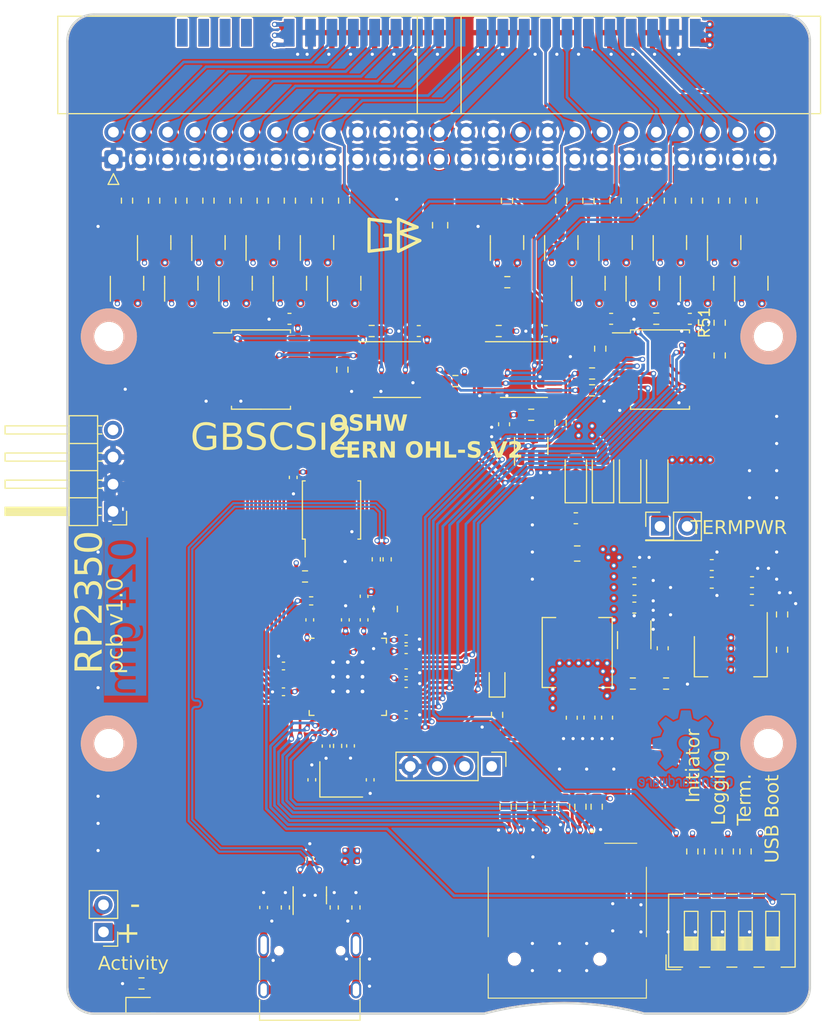
<source format=kicad_pcb>
(kicad_pcb (version 20221018) (generator pcbnew)
  (title_block (title "GBSCSI model 2, 2.5/3.5\", discrete MCU") (date "2024-01-10") (rev "1.0") (comment 3 "Drawn by George R. M."))
  (layers (0 "F.Cu" signal) (1 "In1.Cu" signal) (2 "In2.Cu" signal) (31 "B.Cu" signal) (34 "B.Paste" user) (35 "F.Paste" user) (36 "B.SilkS" user "B.Silkscreen") (37 "F.SilkS" user "F.Silkscreen") (38 "B.Mask" user) (39 "F.Mask" user) (44 "Edge.Cuts" user))
  (net 0 "")
  (net 1 "GND")
  (net 2 "+3V3")
  (net 3 "+5V")
  (net 4 "Net-(U3-A0)")
  (net 5 "Net-(D2-K)")
  (net 6 "/5V_IN")
  (net 7 "Net-(D4-A)")
  (net 8 "/VBUS")
  (net 9 "/TERMPWR")
  (net 10 "/SDIO_D2")
  (net 11 "/SDIO_D3")
  (net 12 "/SDIO_CMD")
  (net 13 "/SDIO_CLK")
  (net 14 "/SDIO_D0")
  (net 15 "/SDIO_D1")
  (net 17 "/~{SCSI_SD0}")
  (net 18 "/~{SCSI_SD1}")
  (net 19 "/~{SCSI_SD2}")
  (net 20 "/~{SCSI_SD3}")
  (net 21 "/~{SCSI_SD4}")
  (net 22 "/~{SCSI_SD5}")
  (net 23 "/~{SCSI_SD6}")
  (net 24 "/~{SCSI_SD7}")
  (net 25 "/~{SCSI_SDP}")
  (net 26 "/SCSI_~{ATTN}")
  (net 27 "/~{SCSI_BSY}")
  (net 28 "/~{SCSI_ACK}")
  (net 29 "/~{SCSI_MSG}")
  (net 30 "/~{SCSI_SEL}")
  (net 31 "/SCSI_~{C}{slash}D")
  (net 32 "/SCSI_~{REQ}")
  (net 41 "/~{INITIATOR}")
  (net 42 "/~{DEBUG}")
  (net 43 "/~{TERM_EN}")
  (net 44 "/~{MCU_ATTN}")
  (net 45 "/~{MCU_REQ}")
  (net 46 "/~{BUS_DIR}")
  (net 47 "/~{RST_OUT}")
  (net 48 "/~{MCU_SEL_OUT}")
  (net 49 "/~{MCU_ACK}")
  (net 50 "Net-(U3-B1)")
  (net 51 "Net-(R18-Pad1)")
  (net 52 "/MCU_RST")
  (net 53 "Net-(R19-Pad1)")
  (net 54 "/~{MCU_SDP}")
  (net 55 "/~{MCU_CD{slash}SEL_IN}")
  (net 56 "Net-(R20-Pad2)")
  (net 57 "/~{MCU_MSG{slash}BSY_IN}")
  (net 58 "Net-(R21-Pad2)")
  (net 59 "/~{MCU_IO}")
  (net 60 "/~{MCU_SD0}")
  (net 61 "/~{MCU_SD1}")
  (net 62 "/~{MCU_SD2}")
  (net 63 "/~{MCU_SD3}")
  (net 64 "/~{MCU_SD4}")
  (net 65 "/~{MCU_SD5}")
  (net 66 "/~{MCU_SD6}")
  (net 67 "/~{MCU_SD7}")
  (net 68 "/~{MCU_BSY_OUT}")
  (net 69 "/~{SCSI_RST}")
  (net 70 "/ACTY")
  (net 71 "/5V_TIE")
  (net 72 "Net-(F2-Pad1)")
  (net 73 "/SCSI_I{slash}~{O} ")
  (net 74 "Net-(Q1-D)")
  (net 75 "Net-(Q2-D)")
  (net 76 "Net-(Q3-D)")
  (net 77 "Net-(Q4-D)")
  (net 78 "Net-(Q5-D)")
  (net 79 "Net-(Q6-D)")
  (net 80 "Net-(Q7-D)")
  (net 81 "Net-(Q8-D)")
  (net 82 "Net-(Q9-D)")
  (net 83 "Net-(Q10-D)")
  (net 84 "Net-(Q11-D)")
  (net 85 "Net-(Q12-D)")
  (net 86 "Net-(Q13-D)")
  (net 87 "Net-(Q14-D)")
  (net 88 "Net-(Q15-D)")
  (net 89 "Net-(Q16-D)")
  (net 90 "Net-(Q17-D)")
  (net 91 "Net-(Q18-D)")
  (net 92 "+2V8")
  (net 93 "Net-(U8-SW)")
  (net 94 "Net-(U8-BST)")
  (net 95 "Net-(U8-FB)")
  (net 97 "Net-(U7-GND)")
  (net 98 "Net-(J1-SHIELD)")
  (net 99 "/XOUT")
  (net 100 "Net-(C21-Pad1)")
  (net 101 "+1V1")
  (net 102 "/GPIO16")
  (net 103 "Net-(D6-K)")
  (net 104 "Net-(D6-A)")
  (net 105 "/CC1")
  (net 106 "/Din+")
  (net 107 "/Din-")
  (net 109 "/CC2")
  (net 111 "/XIN")
  (net 112 "/Dout+")
  (net 113 "/USB_D+")
  (net 114 "/Dout-")
  (net 115 "/USB_D-")
  (net 116 "/QSPI_SS")
  (net 117 "/~{USB_BOOT}")
  (net 118 "/SWCLK")
  (net 119 "/SWD")
  (net 120 "/RUN")
  (net 123 "/QSPI_SD3")
  (net 124 "/QSPI_SCLK")
  (net 125 "/QSPI_SD0")
  (net 126 "/QSPI_SD2")
  (net 127 "/QSPI_SD1")
  (net 128 "/VREG_LX")
  (footprint "LED_SMD:LED_0603_1608Metric" (layer "F.Cu") (at 80.518 106.0705 90)
    (fp_text reference "D6" hide)
    (fp_text value "YELLOW")
  )
  (footprint "Resistor_SMD:R_0603_1608Metric" (layer "F.Cu") (at 62.547 96.266 180)
    (fp_text reference "R54" hide)
    (fp_text value "4k7")
  )
  (footprint "Resistor_SMD:R_0603_1608Metric" (layer "F.Cu") (at 81.317 117.822 90)
    (fp_text reference "R7" hide)
    (fp_text value "4k7")
  )
  (footprint "Resistor_SMD:R_0603_1608Metric" (layer "F.Cu") (at 80.6704 73.292 180)
    (fp_text reference "R13" hide)
    (fp_text value "4k7")
  )
  (footprint "LED_SMD:LED_0603_1608Metric" (layer "F.Cu") (at 47.268 136.411)
    (fp_text reference "D1" hide)
    (fp_text value "YELLOW")
  )
  (footprint "Capacitor_SMD:C_0402_1005Metric" (layer "F.Cu") (at 62.992 100.33 90)
    (fp_text reference "C28" hide)
    (fp_text value "100nF")
  )
  (footprint "Resistor_SMD:R_0603_1608Metric" (layer "F.Cu") (at 86.79 117.822 90)
    (fp_text reference "R3" hide)
    (fp_text value "4k7")
  )
  (footprint "Package_TO_SOT_SMD:SOT-23" (layer "F.Cu") (at 94.148 68.8195 90)
    (fp_text reference "Q14" hide)
    (fp_text value "AO3401A")
  )
  (footprint "Resistor_SMD:R_0603_1608Metric" (layer "F.Cu") (at 50.968 61.087 -90)
    (fp_text reference "R24" hide)
    (fp_text value "110")
  )
  (footprint "Connector_USB:USB_C_Receptacle_HRO_TYPE-C-31-M-12" (layer "F.Cu") (at 62.992 133.91)
    (fp_text reference "J1" hide)
    (fp_text value "USB_DATA")
  )
  (footprint "Resistor_SMD:R_0603_1608Metric" (layer "F.Cu") (at 86.460615 81.8896 -90)
    (fp_text reference "R18" hide)
    (fp_text value "4k7")
  )
  (footprint "Capacitor_SMD:C_0603_1608Metric" (layer "F.Cu") (at 93.376 97.53)
    (fp_text reference "C17" hide)
    (fp_text value "1uF")
  )
  (footprint "Resistor_SMD:R_0402_1005Metric" (layer "F.Cu") (at 65.595 112.1295 -90)
    (fp_text reference "R14" hide)
    (fp_text value "1k")
  )
  (footprint "Capacitor_SMD:C_0402_1005Metric" (layer "F.Cu") (at 64.516 112.141 -90)
    (fp_text reference "C29" hide)
    (fp_text value "100nF")
  )
  (footprint "Crystal:Crystal_SMD_3225-4Pin_3.2x2.5mm" (layer "F.Cu") (at 65.933 115.2635)
    (fp_text reference "Y1" hide)
    (fp_text value "12MHz")
  )
  (footprint "Capacitor_SMD:C_0402_1005Metric" (layer "F.Cu") (at 62.992 122.682 90)
    (fp_text reference "C33" hide)
    (fp_text value "100nF")
  )
  (footprint "Resistor_SMD:R_0603_1608Metric" (layer "F.Cu") (at 68.7832 73.292 180)
    (fp_text reference "R10" hide)
    (fp_text value "4k7")
  )
  (footprint "Resistor_SMD:R_0603_1608Metric" (layer "F.Cu") (at 101.768 61.087 -90)
    (fp_text reference "R38" hide)
    (fp_text value "110")
  )
  (footprint "Resistor_SMD:R_0402_1005Metric" (layer "F.Cu") (at 65.278 127.254 90)
    (fp_text reference "R46" hide)
    (fp_text value "5k1")
  )
  (footprint "GBSCSI:MH2.5_NPTH" (layer "F.Cu") (at 105.91 111.9)
    (fp_text reference "H4" hide)
    (fp_text value "~" hide)
  )
  (footprint "Fiducial:Fiducial_0.5mm_Mask1mm" (layer "F.Cu") (at 107.25 46.15)
    (fp_text reference "FID3" hide)
    (fp_text value "Fiducial")
  )
  (footprint "Resistor_SMD:R_0603_1608Metric" (layer "F.Cu") (at 96.688 61.087 -90)
    (fp_text reference "R36" hide)
    (fp_text value "110")
  )
  (footprint "Resistor_SMD:R_0603_1608Metric" (layer "F.Cu") (at 86.528 61.087 -90)
    (fp_text reference "R32" hide)
    (fp_text value "110")
  )
  (footprint "Package_SO:TSSOP-14_4.4x5mm_P0.65mm" (layer "F.Cu") (at 83.032666 76.899)
    (fp_text reference "U6" hide)
    (fp_text value "74LVT125")
  )
  (footprint "GBSCSI:RP2350-QFN-60-1EP_7x7_P0.4mm_EP3.4x3.4mm_ThermalVias" (layer "F.Cu") (at 66.548 105.659)
    (fp_text reference "U1" hide)
    (fp_text value "RP2350_60QFN")
  )
  (footprint "Resistor_SMD:R_0603_1608Metric" (layer "F.Cu") (at 107.188 99.822 -90)
    (fp_text reference "R45" hide)
    (fp_text value "0")
  )
  (footprint "Capacitor_SMD:C_0402_1005Metric" (layer "F.Cu") (at 68.072 100.33 90)
    (fp_text reference "C26" hide)
    (fp_text value "4.7uF")
  )
  (footprint "Resistor_SMD:R_0603_1608Metric" (layer "F.Cu") (at 66.04 76.9112 90)
    (fp_text reference "R19" hide)
    (fp_text value "1k")
  )
  (footprint "Package_SO:SOIC-8_5.23x5.23mm_P1.27mm" (layer "F.Cu") (at 65.024 90.043 90)
    (fp_text reference "U10" hide)
    (fp_text value "W25Q128JVS")
  )
  (footprint "Resistor_SMD:R_0402_1005Metric" (layer "F.Cu") (at 69.215 94.6633 -90)
    (fp_text reference "R48" hide)
    (fp_text value "27")
  )
  (footprint "Package_TO_SOT_SMD:SOT-23" (layer "F.Cu") (at 50.968 68.8195 90)
    (fp_text reference "Q3" hide)
    (fp_text value "AO3401A")
  )
  (footprint "Package_TO_SOT_SMD:SOT-23" (layer "F.Cu") (at 91.608 65.0095 90)
    (fp_text reference "Q13" hide)
    (fp_text value "AO3401A")
  )
  (footprint "Package_TO_SOT_SMD:SOT-23" (layer "F.Cu") (at 96.688 65.0095 90)
    (fp_text reference "Q15" hide)
    (fp_text value "AO3401A")
  )
  (footprint "Capacitor_SMD:C_0603_1608Metric" (layer "F.Cu") (at 91.19 72.149)
    (fp_text reference "C2" hide)
    (fp_text value "12pF")
  )
  (footprint "Package_TO_SOT_SMD:SOT-23" (layer "F.Cu") (at 63.668 65.0095 90)
    (fp_text reference "Q8" hide)
    (fp_text value "AO3401A")
  )
  (footprint "Resistor_SMD:R_0603_1608Metric" (layer "F.Cu") (at 76.6186 77.978 180)
    (fp_text reference "R11" hide)
    (fp_text value "4k7")
  )
  (footprint "Fuse:Fuse_0805_2012Metric" (layer "F.Cu") (at 75.188 63.386 -90)
    (fp_text reference "F1" hide)
    (fp_text value "1A")
  )
  (footprint "Resistor_SMD:R_0603_1608Metric" (layer "F.Cu") (at 45.888 61.087 -90)
    (fp_text reference "R22" hide)
    (fp_text value "110")
  )
  (footprint "Package_TO_SOT_SMD:SOT-23" (layer "F.Cu") (at 66.208 68.8195 90)
    (fp_text reference "Q9" hide)
    (fp_text value "AO3401A")
  )
  (footprint "Resistor_SMD:R_0603_1608Metric" (layer "F.Cu") (at 81.448 61.087 -90)
    (fp_text reference "R31" hide)
    (fp_text value "110")
  )
  (footprint "Capacitor_SMD:C_0603_1608Metric" (layer "F.Cu") (at 81.171815 82.018 -90)
    (fp_text reference "C7" hide)
    (fp_text value "100nF")
  )
  (footprint "Resistor_SMD:R_0402_1005Metric" (layer "F.Cu") (at 67.31 127.254 90)
    (fp_text reference "R15" hide)
    (fp_text value "1M")
  )
  (footprint "Button_Switch_SMD:SW_DIP_SPSTx04_Slide_6.7x11.72mm_W8.61mm_P2.54mm_LowProfile" (layer "F.Cu") (at 102.489 129.4254 90)
    (fp_text reference "SW1" hide)
    (fp_text value "SW_DIP_x04")
  )
  (footprint "Connector_IDC:IDC-Header_2x25_P2.54mm_Horizontal" (layer "F.Cu") (at 44.618 57.214 90)
    (fp_text reference "J6" hide)
    (fp_text value "SCSI_50P_2.54mm")
  )
  (footprint "Connector_PinHeader_2.54mm:PinHeader_1x04_P2.54mm_Horizontal" (layer "F.Cu") (at 44.577 90.17 180)
    (fp_text reference "J4" hide)
    (fp_text value "Conn_01x04")
  )
  (footprint "Capacitor_SMD:C_0402_1005Metric" (layer "F.Cu") (at 72.009 106.299)
    (fp_text reference "C31" hide)
    (fp_text value "100nF")
  )
  (footprint "Resistor_SMD:R_0402_1005Metric" (layer "F.Cu") (at 63.119 98.552 180)
    (fp_text reference "R53" hide)
    (fp_text value "1k")
  )
  (footprint "Resistor_SMD:R_0603_1608Metric" (layer "F.Cu") (at 56.048 61.087 -90)
    (fp_text reference "R26" hide)
    (fp_text value "110")
  )
  (footprint "Resistor_SMD:R_0603_1608Metric" (layer "F.Cu") (at 82.841 117.822 90)
    (fp_text reference "R5" hide)
    (fp_text value "4k7")
  )
  (footprint "Resistor_SMD:R_0603_1608Metric" (layer "F.Cu") (at 101.346 72.517 90)
    (fp_text reference "R51")
    (fp_text value "1k")
  )
  (footprint "Inductor_SMD:L_0603_1608Metric" (layer "F.Cu") (at 87.888 90.818)
    (fp_text reference "L1" hide)
    (fp_text value "Ferrite_Bead_Small")
  )
  (footprint "Capacitor_SMD:C_0402_1005Metric" (layer "F.Cu") (at 68.072 98.1202 -90)
    (fp_text reference "C35" hide)
    (fp_text value "4.7uF")
  )
  (footprint "Diode_SMD:D_SOD-123" (layer "F.Cu") (at 87.888 87.008 90)
    (fp_text reference "D4" hide)
    (fp_text value "D_Schottky")
  )
  (footprint "Resistor_SMD:R_0603_1608Metric" (layer "F.Cu") (at 89.838 117.822 90)
    (fp_text reference "R1" hide)
    (fp_text value "4k7")
  )
  (footprint "Capacitor_SMD:C_0402_1005Metric" (layer "F.Cu") (at 61.44 86.995 -90)
    (fp_text reference "C34" hide)
    (fp_text value "100nF")
  )
  (footprint "Diode_SMD:D_SOD-123" (layer "F.Cu") (at 92.968 87.008 90)
    (fp_text reference "D3" hide)
    (fp_text value "D_Schottky")
  )
  (footprint "Capacitor_SMD:C_0603_1608Metric" (layer "F.Cu") (at 104.362 98.451)
    (fp_text reference "C11" hide)
    (fp_text value "100nF")
  )
  (footprint "Package_SO:TSSOP-14_4.4x5mm_P0.65mm" (layer "F.Cu") (at 71.153333 76.899)
    (fp_text reference "U5" hide)
    (fp_text value "74LVT125")
  )
  (footprint "Fiducial:Fiducial_0.5mm_Mask1mm" (layer "F.Cu") (at 42.75 134.75)
    (fp_text reference "FID2" hide)
    (fp_text value "Fiducial")
  )
  (footprint "Resistor_SMD:R_0603_1608Metric" (layer "F.Cu") (at 107.188 103.124 -90)
    (fp_text reference "R44" hide)
    (fp_text value "~")
  )
  (footprint "Connector_PinHeader_2.54mm:PinHeader_1x02_P2.54mm_Vertical" (layer "F.Cu") (at 43.688 129.545 180)
    (fp_text reference "J3" hide)
    (fp_text value "Conn_01x02")
  )
  (footprint "Capacitor_SMD:C_0603_1608Metric" (layer "F.Cu") (at 100.607 95.2)
    (fp_text reference "C8" hide)
    (fp_text value "1uF")
  )
  (footprint "Inductor_SMD:L_Vishay_IHLP-2525" (layer "F.Cu") (at 88.016 103.385 -90)
    (fp_text reference "L2" hide)
    (fp_text value "2.2uH")
  )
  (footprint "Capacitor_SMD:C_0402_1005Metric" (layer "F.Cu") (at 60.5282 107.061 180)
    (fp_text reference "C27" hide)
    (fp_text value "100nF")
  )
  (footprint "Capacitor_SMD:C_0603_1608Metric" (layer "F.Cu") (at 89.159 109.481 -90)
    (fp_text reference "C13" hide)
    (fp_text value "22uF")
  )
  (footprint "Package_TO_SOT_SMD:TSOT-23-6" (layer "F.Cu") (at 93.35 102.229 -90)
    (fp_text reference "U8" hide)
    (fp_text value "AP62250WU")
  )
  (footprint "Package_TO_SOT_SMD:SOT-23" (layer "F.Cu") (at 58.588 65.0095 90)
    (fp_text reference "Q6" hide)
    (fp_text value "AO3401A")
  )
  (footprint "Connector_PinHeader_2.54mm:PinHeader_1x04_P2.54mm_Vertical" (layer "F.Cu") (at 80.01 114.046 -90)
    (fp_text reference "J7" hide)
    (fp_text value "Conn_01x04")
  )
  (footprint "Capacitor_SMD:C_0603_1608Metric" (layer "F.Cu") (at 73.1898 73.292 180)
    (fp_text reference "C5" hide)
    (fp_text value "100nF")
  )
  (footprint "Resistor_SMD:R_0603_1608Metric" (layer "F.Cu") (at 88.314 117.822 90)
    (fp_text reference "R2" hide)
    (fp_text value "4k7")
  )
  (footprint "Package_TO_SOT_SMD:SOT-23-5" (layer "F.Cu") (at 83.711815 84.05 90)
    (fp_text reference "U4" hide)
    (fp_text value "74AHCT1G125")
  )
  (footprint "Package_TO_SOT_SMD:SOT-23" (layer "F.Cu") (at 104.308 68.8195 90)
    (fp_text reference "Q18" hide)
    (fp_text value "AO3401A")
  )
  (footprint "Package_SO:SSOP-20_5.3x7.2mm_P0.65mm" (layer "F.Cu") (at 58.424 76.899)
    (fp_text reference "U2" hide)
    (fp_text value "74LVT245")
  )
  (footprint "GBSCSI:MH2.5_NPTH" (layer "F.Cu") (at 44.19 73.8)
    (fp_text reference "H1" hide)
    (fp_text value "~" hide)
  )
  (footprint "Fuse:Fuse_0805_2012Metric" (layer "F.Cu") (at 88.015 94.12)
    (fp_text reference "F2" hide)
    (fp_text value "1A")
  )
  (footprint "Package_TO_SOT_SMD:SOT-23-6" (layer "F.Cu") (at 62.992 126.111 90)
    (fp_text reference "U9" hide)
    (fp_text value "USB TVS")
  )
  (footprint "Resistor_SMD:R_0603_1608Metric" (layer "F.Cu") (at 99.228 61.087 -90)
    (fp_text reference "R37" hide)
    (fp_text value "110")
  )
  (footprint "Package_TO_SOT_SMD:SOT-23" (layer "F.Cu") (at 61.128 68.8195 90)
    (fp_text reference "Q7" hide)
    (fp_text value "AO3401A")
  )
  (footprint "Capacitor_SMD:C_0402_1005Metric" (layer "F.Cu") (at 72.009 103.124)
    (fp_text reference "C25" hide)
    (fp_text value "1uF")
  )
  (footprint "GBSCSI:TF01A" (layer "F.Cu") (at 87.09 128.49)
    (fp_text reference "J2" hide)
    (fp_text value "TF003" hide)
  )
  (footprint "Resistor_SMD:R_0402_1005Metric" (layer "F.Cu") (at 60.706 127.254 90)
    (fp_text reference "R47" hide)
    (fp_text value "5k1")
  )
  (footprint "Resistor_SMD:R_0603_1608Metric" (layer "F.Cu") (at 48.428 61.087 -90)
    (fp_text reference "R23" hide)
    (fp_text value "110")
  )
  (footprint "Capacitor_SMD:C_0402_1005Metric" (layer "F.Cu") (at 66.802 112.1275 -90)
    (fp_text reference "C22" hide)
    (fp_text value "100nF")
  )
  (footprint "Resistor_SMD:R_0603_1608Metric" (layer "F.Cu") (at 80.518 109.22 90)
    (fp_text reference "R52" hide)
    (fp_text value "510")
  )
  (footprint "Package_TO_SOT_SMD:SOT-23" (layer "F.Cu") (at 56.048 68.8195 90)
    (fp_text reference "Q5" hide)
    (fp_text value "AO3401A")
  )
  (footprint "Capacitor_SMD:C_0402_1005Metric" (layer "F.Cu") (at 60.5282 104.648 180)
    (fp_text reference "C23" hide)
    (fp_text value "1uF")
  )
  (footprint "Connector_PinHeader_2.54mm:PinHeader_2x01_P2.54mm_Vertical" (layer "F.Cu") (at 95.762 91.58)
    (fp_text reference "JP3" hide)
    (fp_text value "Jumper_2_Open")
  )
  (footprint "Capacitor_SMD:C_0402_1005Metric" (layer "F.Cu") (at 58.674 127.254 90)
    (fp_text reference "C19" hide)
    (fp_text value "4.7nF")
  )
  (footprint "Resistor_SMD:R_0603_1608Metric" (layer "F.Cu") (at 102.108 122.0094 -90)
    (fp_text reference "R6" hide)
    (fp_text value "1k")
  )
  (footprint "Capacitor_SMD:C_0603_1608Metric" (layer "F.Cu") (at 93.363 99.181)
    (fp_text reference "C18" hide)
    (fp_text value "100nF")
  )
  (footprint "GBSCSI:MH2.5_NPTH" (layer "F.Cu") (at 44.19 111.9)
    (fp_text reference "H2" hide)
    (fp_text value "~" hide)
  )
  (footprint "Resistor_SMD:R_0603_1608Metric" (layer "F.Cu") (at 95.4146 72.136)
    (fp_text reference "R8" hide)
    (fp_text value "4k7")
  )
  (footprint "Resistor_SMD:R_0603_1608Metric" (layer "F.Cu") (at 58.588 61.087 -90)
    (fp_text reference "R27" hide)
    (fp_text value "110")
  )
  (footprint "Resistor_SMD:R_0603_1608Metric" (layer "F.Cu") (at 94.148 61.087 -90)
    (fp_text reference "R35" hide)
    (fp_text value "110")
  )
  (footprint "Inductor_SMD:L_1008_2520Metric_Pad1.43x2.20mm_HandSolder" (layer "F.Cu") (at 70.0786 99.314 -90)
    (fp_text reference "L3" hide)
    (fp_text value "3.3uH")
  )
  (footprint "Package_TO_SOT_SMD:SOT-23" (layer "F.Cu") (at 101.768 65.0095 90)
    (fp_text reference "Q17" hide)
    (fp_text value "AO3401A")
  )
  (footprint "Resistor_SMD:R_0402_1005Metric" (layer "F.Cu") (at 70.231 94.6658 -90)
    (fp_text reference "R49" hide)
    (fp_text value "27")
  )
  (footprint "Resistor_SMD:R_0603_1608Metric" (layer "F.Cu") (at 89.068 61.087 -90)
    (fp_text reference "R33" hide)
    (fp_text value "110")
  )
  (footprint "Resistor_SMD:R_0603_1608Metric" (layer "F.Cu") (at 101.35 75.578 90)
    (fp_text reference "R17" hide)
    (fp_text value "1k")
  )
  (footprint "Capacitor_SMD:C_0603_1608Metric" (layer "F.Cu") (at 85.077 73.292 180)
    (fp_text reference "C6" hide)
    (fp_text value "100nF")
  )
  (footprint "Capacitor_SMD:C_0603_1608Metric" (layer "F.Cu") (at 61.091 72.149 180)
    (fp_text reference "C4" hide)
    (fp_text value "100nF")
  )
  (footprint "Fiducial:Fiducial_0.5mm_Mask1mm" (layer "F.Cu") (at 108.19 134.7)
    (fp_text reference "FID1" hide)
    (fp_text value "Fiducial")
  )
  (footprint "Resistor_SMD:R_0603_1608Metric" (layer "F.Cu") (at 61.128 61.087 -90)
    (fp_text reference "R28" hide)
    (fp_text value "110")
  )
  (footprint "Diode_SMD:D_SOD-123" (layer "F.Cu") (at 90.428 87.008 90)
    (fp_text reference "D5" hide)
    (fp_text value "D_Schottky")
  )
  (footprint "Package_TO_SOT_SMD:SOT-23" (layer "F.Cu") (at 86.528 65.0095 90)
    (fp_text reference "Q11" hide)
    (fp_text value "AO3401A")
  )
  (footprint "Package_TO_SOT_SMD:SOT-23" (layer "F.Cu") (at 99.228 68.8195 90)
    (fp_text reference "Q16" hide)
    (fp_text value "AO3401A")
  )
  (footprint "Package_SO:SSOP-20_5.3x7.2mm_P0.65mm" (layer "F.Cu") (at 95.762 76.899)
    (fp_text reference "U3" hide)
    (fp_text value "74LVT245")
  )
  (footprint "Resistor_SMD:R_0603_1608Metric" (layer "F.Cu") (at 91.608 61.087 -90)
    (fp_text reference "R34" hide)
    (fp_text value "110")
  )
  (footprint "Resistor_SMD:R_0603_1608Metric" (layer "F.Cu") (at 100.448534 122.0094 90)
    (fp_text reference "R9" hide)
    (fp_text value "4k7")
  )
  (footprint "Resistor_SMD:R_0603_1608Metric" (layer "F.Cu") (at 103.767468 122.0094 90)
    (fp_text reference "R43" hide)
    (fp_text value "4k7")
  )
  (footprint "Capacitor_SMD:C_0603_1608Metric" (layer "F.Cu") (at 84.504 117.822 -90)
    (fp_text reference "C1" hide)
    (fp_text value "100nF")
  )
  (footprint "Capacitor_SMD:C_0603_1608Metric" (layer "F.Cu") (at 100.607 96.851)
    (fp_text reference "C10" hide)
    (fp_text value "100nF")
  )
  (footprint "Resistor_SMD:R_0603_1608Metric" (layer "F.Cu") (at 90.171 74.943 90)
    (fp_text reference "R16" hide)
    (fp_text value "110")
  )
  (footprint "Resistor_SMD:R_0603_1608Metric" (layer "F.Cu") (at 63.668 61.087 -90)
    (fp_text reference "R29" hide)
    (fp_text value "110")
  )
  (footprint "Package_TO_SOT_SMD:SOT-23" (layer "F.Cu") (at 53.508 65.0095 90)
    (fp_text reference "Q4" hide)
    (fp_text value "AO3401A")
  )
  (footprint "Resistor_SMD:R_0603_1608Metric" (layer "F.Cu") (at 93.223 106.293)
    (fp_text reference "R41" hide)
    (fp_text value "31k6")
  )
  (footprint "Capacitor_SMD:C_0402_1005Metric" (layer "F.Cu") (at 72.009 105.283)
    (fp_text reference "C24" hide)
    (fp_text value "100nF")
  )
  (footprint "GBSCSI:PinHeader_2x25-2_P2.00mm_straddle" (layer "F.Cu") (at 75.061 43.2815 90)
    (fp_text reference "J5" hide)
    (fp_text value "SCSI_50-2P_2mm")
  )
  (footprint "Resistor_SMD:R_0603_1608Metric" (layer "F.Cu") (at 81.475 68.72 180)
    (fp_text reference "R40" hide)
    (fp_text value "4k7")
  )
  (footprint "Resistor_SMD:R_0603_1608Metric" (layer "F.Cu") (at 98.789068 122.0094 -90)
    (fp_text reference "R4" hide)
    (fp_text value "1k")
  )
  (footprint "Capacitor_SMD:C_0402_1005Metric" (layer "F.Cu") (at 72.009 109.22)
    (fp_text reference "C30" hide)
    (fp_text value "100nF")
  )
  (footprint "Resistor_SMD:R_0603_1608Metric" (layer "F.Cu") (at 47.244 134.366)
    (fp_text reference "R50" hide)
    (fp_text value "510")
  )
  (footprint "GBSCSI:MH2.5_NPTH" (layer "F.Cu") (at 105.91 73.8)
    (fp_text reference "H3" hide)
    (fp_text value "~" hide)
  )
  (footprint "Capacitor_SMD:C_0603_1608Metric" (layer "F.Cu") (at 87.508 109.494 -90)
    (fp_text reference "C16" hide)
    (fp_text value "100nF")
  )
  (footprint "Package_TO_SOT_SMD:SOT-23" (layer "F.Cu") (at 81.448 65.0095 90)
    (fp_text reference "Q10" hide)
    (fp_text value "AO3401A")
  )
  (footprint "Capacitor_SMD:C_0603_1608Metric" (layer "F.Cu") (at 90.81 109.481 -90)
    (fp_text reference "C12" hide)
    (fp_text value "22uF")
  )
  (footprint "Capacitor_SMD:C_0603_1608Metric" (layer "F.Cu") (at 96.017 102.991 -90)
    (fp_text reference "C14" hide)
    (fp_text value "100nF")
  )
  (footprint "Capacitor_SMD:C_0402_1005Metric" (layer "F.Cu") (at 66.3194 100.33 90)
    (fp_text reference "C32" hide)
    (fp_text value "100nF")
  )
  (footprint "Capacitor_SMD:C_0402_1005Metric" (layer "F.Cu") (at 68.643 115.3025 -90)
    (fp_text reference "C20" hide)
    (fp_text value "22pF")
  )
  (footprint "Capacitor_SMD:C_0603_1608Metric" (layer "F.Cu") (at 98.556 72.149 180)
    (fp_text reference "C3" hide)
    (fp_text value "100nF")
  )
  (footprint "Capacitor_SMD:C_0402_1005Metric" (layer "F.Cu") (at 72.009 102.108)
    (fp_text reference "C36" hide)
    (fp_text value "100n")
  )
  (footprint "Resistor_SMD:R_0603_1608Metric" (layer "F.Cu") (at 53.508 61.087 -90)
    (fp_text reference "R25" hide)
    (fp_text value "110")
  )
  (footprint "Resistor_SMD:R_0603_1608Metric" (layer "F.Cu") (at 66.208 61.087 -90)
    (fp_text reference "R30" hide)
    (fp_text value "110")
  )
  (footprint "Capacitor_SMD:C_0603_1608Metric" (layer "F.Cu") (at 104.375 96.8)
    (fp_text reference "C9" hide)
    (fp_text value "1uF")
  )
  (footprint "Package_TO_SOT_SMD:SOT-23" (layer "F.Cu") (at 48.428 65.0095 90)
    (fp_text reference "Q2" hide)
    (fp_text value "AO3401A")
  )
  (footprint "Resistor_SMD:R_0603_1608Metric" (layer "F.Cu") (at 96.334 106.293)
    (fp_text reference "R42" hide)
    (fp_text value "10k")
  )
  (footprint "Resistor_SMD:R_0603_1608Metric" (layer "F.Cu") (at 89.408 78.8416 180)
    (fp_text reference "R21" hide)
    (fp_text value "1k")
  )
  (footprint "Resistor_SMD:R_0603_1608Metric" (layer "F.Cu") (at 89.408 77.2668 180)
    (fp_text reference "R20" hide)
    (fp_text value "1k")
  )
  (footprint "Capacitor_SMD:C_0402_1005Metric" (layer "F.Cu") (at 63.182 115.3025 90)
    (fp_text reference "C21" hide)
    (fp_text value "22pF")
  )
  (footprint "Package_TO_SOT_SMD:SOT-223-3_TabPin2" (layer "F.Cu") (at 102.388 103.749 -90)
    (fp_text reference "U7" hide)
    (fp_text value "AZ1117-2.85")
  )
  (footprint "Resistor_SMD:R_0603_1608Metric" (layer "F.Cu") (at 83.711815 81.129)
    (fp_text reference "R12" hide)
    (fp_text value "4k7")
  )
  (footprint "Resistor_SMD:R_0603_1608Metric" (layer "F.Cu") (at 104.308 61.087 -90)
    (fp_text reference "R39" hide)
    (fp_text value "110")
  )
  (footprint "Package_TO_SOT_SMD:SOT-23" (layer "F.Cu") (at 45.888 68.8195 90)
    (fp_text reference "Q1" hide)
    (fp_text value "AO3401A")
  )
  (footprint "Capacitor_SMD:C_0603_1608Metric" (layer "F.Cu") (at 93.363 95.879)
    (fp_text reference "C15" hide)
    (fp_text value "10uF")
  )
  (footprint "Package_TO_SOT_SMD:SOT-23" (layer "F.Cu") (at 89.068 68.8195 90)
    (fp_text reference "Q12" hide)
    (fp_text value "AO3401A")
  )
  (footprint "Diode_SMD:D_SOD-123" (layer "F.Cu") (at 95.508 87.008 90)
    (fp_text reference "D2" hide)
    (fp_text value "D_Schottky")
  )
  (footprint "Symbol:OSHW-Logo2_9.8x8mm_Copper" (layer "B.Cu") (at 98.171 112.522 180)
    (fp_text reference "REF**" hide)
    (fp_text value "OSHW-Logo2_9.8x8mm_Copper" hide)
  )
  (gr_line (start 73.288 64.826) (end 71.288 64.076) (stroke (width 0.3)) (layer "F.SilkS"))
  (gr_line (start 68.538 65.822) (end 70.538 65.572) (stroke (width 0.3)) (layer "F.SilkS"))
  (gr_line (start 73.038 63.576) (end 71.288 64.076) (stroke (width 0.3)) (layer "F.SilkS"))
  (gr_line (start 70.538 65.572) (end 70.538 64.322) (stroke (width 0.3)) (layer "F.SilkS"))
  (gr_line (start 68.538 62.822) (end 70.538 63.072) (stroke (width 0.3)) (layer "F.SilkS"))
  (gr_line (start 68.538 62.822) (end 68.538 65.822) (stroke (width 0.3)) (layer "F.SilkS"))
  (gr_line (start 71.288 65.826) (end 73.288 64.826) (stroke (width 0.3)) (layer "F.SilkS"))
  (gr_line (start 70.038 64.322) (end 70.538 64.322) (stroke (width 0.3)) (layer "F.SilkS"))
  (gr_line (start 71.288 62.826) (end 73.038 63.576) (stroke (width 0.3)) (layer "F.SilkS"))
  (gr_line (start 71.288 65.826) (end 71.288 62.826) (stroke (width 0.3)) (layer "F.SilkS"))
  (gr_arc (start 109.8 134.7) (mid 109.067767 136.467766) (end 107.3 137.2) (stroke (width 0.2)) (layer "Edge.Cuts"))
  (gr_line (start 42.8 137.2) (end 79.3 137.2) (stroke (width 0.2)) (layer "Edge.Cuts"))
  (gr_line (start 40.3 134.7) (end 40.3 46.15) (stroke (width 0.2)) (layer "Edge.Cuts"))
  (gr_arc (start 107.3 43.65) (mid 109.067767 44.382233) (end 109.8 46.15) (stroke (width 0.2)) (layer "Edge.Cuts"))
  (gr_line (start 94.3 137.2) (end 107.3 137.2) (stroke (width 0.2)) (layer "Edge.Cuts"))
  (gr_arc (start 79.3 137.2) (mid 86.8 136.212606) (end 94.3 137.2) (stroke (width 0.2)) (layer "Edge.Cuts"))
  (gr_arc (start 40.3 46.15) (mid 41.032233 44.382233) (end 42.8 43.65) (stroke (width 0.2)) (layer "Edge.Cuts"))
  (gr_line (start 109.8 134.7) (end 109.8 46.15) (stroke (width 0.2)) (layer "Edge.Cuts"))
  (gr_arc (start 42.8 137.2) (mid 41.032234 136.467767) (end 40.3 134.7) (stroke (width 0.2)) (layer "Edge.Cuts"))
  (gr_line (start 42.8 43.65) (end 107.3 43.65) (stroke (width 0.2)) (layer "Edge.Cuts"))
  (gr_text "(c)2024 grm" (at 47.117 107.442 90) (layer "B.Cu" knockout) (effects (font (size 2.5 2.5) (thickness 0.15) italic) (justify right bottom mirror)))
  (gr_text "pcb v1.0" (at 45.72 105.41 90) (layer "F.SilkS") (effects (font (size 1.5 1.5)) (justify left bottom)))
  (gr_text "GBSCSI2" (at 51.816 84.836) (layer "F.SilkS") (effects (font (size 2.5 2.5) (thickness 0.15) italic) (justify left bottom)))
  (gr_text "USB Boot" (at 107.061 114.808 90) (layer "F.SilkS") (effects (font (size 1.27 1.27) (thickness 0.1875)) (justify right bottom)))
  (gr_text "Logging" (at 102.0572 112.522 90) (layer "F.SilkS") (effects (font (size 1.27 1.27) (thickness 0.1875)) (justify right bottom)))
  (gr_text "Activity" (at 49.8 133.3) (layer "F.SilkS") (effects (font (size 1.27 1.27) (thickness 0.1875)) (justify right bottom)))
  (gr_text "RP2350" (at 43.942 105.41 90) (layer "F.SilkS") (effects (font (size 2.5 2.5) (thickness 0.15) italic) (justify left bottom)))
  (gr_text "OSHW\nCERN OHL-S V2" (at 64.8 85.4) (layer "F.SilkS") (effects (font (size 1.5 1.5) (thickness 0.3) bold italic) (justify left bottom)))
  (gr_text "-" (at 47.15 128.2) (layer "F.SilkS") (effects (font (size 2 2) (thickness 0.1875)) (justify right bottom)))
  (gr_text "TERMPWR" (at 107.6452 92.5068) (layer "F.SilkS") (effects (font (size 1.27 1.27) (thickness 0.1875)) (justify right bottom)))
  (gr_text "Term." (at 104.4572 114.722 90) (layer "F.SilkS") (effects (font (size 1.27 1.27) (thickness 0.1875)) (justify right bottom)))
  (gr_text "Initiator" (at 99.6572 110.522 90) (layer "F.SilkS") (effects (font (size 1.27 1.27) (thickness 0.1875)) (justify right bottom)))
  (gr_text "+" (at 47.15 130.9) (layer "F.SilkS") (effects (font (size 2 2) (thickness 0.1875)) (justify right bottom)))
  (via (at 95.128 98.546) (size 0.5) (drill 0.3) (layers "F.Cu" "B.Cu") (net 1))
  (via (at 100.33 72.4408) (size 0.5) (drill 0.3) (layers "F.Cu" "B.Cu") (net 1))
  (via (at 61.853 47.384) (size 0.5) (drill 0.3) (layers "F.Cu" "B.Cu") (net 1))
  (via (at 93.222 47.384) (size 0.5) (drill 0.3) (layers "F.Cu" "B.Cu") (net 1))
  (via (at 61.462 88.532) (size 0.5) (drill 0.3) (layers "F.Cu" "B.Cu") (net 1))
  (via (at 95.254 47.384) (size 0.5) (drill 0.3) (layers "F.Cu" "B.Cu") (net 1))
  (via (at 80.01 83.185) (size 0.5) (drill 0.3) (layers "F.Cu" "B.Cu") (net 1))
  (via (at 93.3196 72.1868) (size 0.5) (drill 0.3) (layers "F.Cu" "B.Cu") (net 1))
  (via (at 63.182 113.9055) (size 0.5) (drill 0.3) (layers "F.Cu" "B.Cu") (net 1))
  (via (at 104.14 129.54) (size 0.5) (drill 0.3) (layers "F.Cu" "B.Cu") (net 1))
  (via (at 87.376 75.692) (size 0.5) (drill 0.3) (layers "F.Cu" "B.Cu") (net 1))
  (via (at 101.6 129.54) (size 0.5) (drill 0.3) (layers "F.Cu" "B.Cu") (net 1))
  (via (at 104.14 88.9) (size 0.5) (drill 0.3) (layers "F.Cu" "B.Cu") (net 1))
  (via (at 97.54 47.384) (size 0.5) (drill 0.3) (layers "F.Cu" "B.Cu") (net 1))
  (via (at 93.35 99.943) (size 0.5) (drill 0.3) (layers "F.Cu" "B.Cu") (net 1))
  (via (at 53.2892 79.8576) (size 0.5) (drill 0.3) (layers "F.Cu" "B.Cu") (net 1))
  (via (at 93.858 94.482) (size 0.5) (drill 0.3) (layers "F.Cu" "B.Cu") (net 1))
  (via (at 66.806 47.384) (size 0.5) (drill 0.3) (layers "F.Cu" "B.Cu") (net 1))
  (via (at 95.128 101.213) (size 0.5) (drill 0.3) (layers "F.Cu" "B.Cu") (net 1))
  (via (at 73.2536 103.0986) (size 0.5) (drill 0.3) (layers "F.Cu" "B.Cu") (net 1))
  (via (at 101.092 98.044) (size 0.5) (drill 0.3) (layers "F.Cu" "B.Cu") (net 1))
  (via (at 86.452 119.506) (size 0.5) (drill 0.3) (layers "F.Cu" "B.Cu") (net 1))
  (via (at 83.2104 73.3044) (size 0.5) (drill 0.3) (layers "F.Cu" "B.Cu") (net 1))
  (via (at 93.98 129.54) (size 0.5) (drill 0.3) (layers "F.Cu" "B.Cu") (net 1))
  (via (at 91.34 126.9) (size 0.5) (drill 0.3) (layers "F.Cu" "B.Cu") (net 1))
  (via (at 66.294 94.869) (size 0.5) (drill 0.3) (layers "F.Cu" "B.Cu") (net 1))
  (via (at 45.47 134.379) (size 0.5) (drill 0.3) (layers "F.Cu" "B.Cu") (net 1))
  (via (at 72.644 78.1304) (size 0.5) (drill 0.3) (layers "F.Cu" "B.Cu") (net 1))
  (via (at 106.68 81.28) (size 0.5) (drill 0.3) (layers "F.Cu" "B.Cu") (net 1))
  (via (at 72.902 47.384) (size 0.5) (drill 0.3) (layers "F.Cu" "B.Cu") (net 1))
  (via (at 45.72 78.74) (size 0.5) (drill 0.3) (layers "F.Cu" "B.Cu") (net 1))
  (via (at 86.3612 133.1616) (size 0.5) (drill 0.3) (layers "F.Cu" "B.Cu") (net 1))
  (via (at 80.01 82.296) (size 0.5) (drill 0.3) (layers "F.Cu" "B.Cu") (net 1))
  (via (at 88.9012 133.1616) (size 0.5) (drill 0.3) (layers "F.Cu" "B.Cu") (net 1))
  (via (at 64.516 113.284) (size 0.5) (drill 0.3) (layers "F.Cu" "B.Cu") (net 1))
  (via (at 91.282 111.445) (size 0.5) (drill 0.3) (layers "F.Cu" "B.Cu") (net 1))
  (via (at 73.2536 102.1334) (size 0.5) (drill 0.3) (layers "F.Cu" "B.Cu") (net 1))
  (via (at 101.092 93.98) (size 0.5) (drill 0.3) (layers "F.Cu" "B.Cu") (net 1))
  (via (at 83.8212 133.1616) (size 0.5) (drill 0.3) (layers "F.Cu" "B.Cu") (net 1))
  (via (at 58.674 125.857) (size 0.5) (drill 0.3) (layers "F.Cu" "B.Cu") (net 1))
  (via (at 68.961 103.0224) (size 0.5) (drill 0.3) (layers "F.Cu" "B.Cu") (net 1))
  (via (at 104.14 86.36) (size 0.5) (drill 0.3) (layers "F.Cu" "B.Cu") (net 1))
  (via (at 66.548 128.524) (size 0.5) (drill 0.3) (layers "F.Cu" "B.Cu") (net 1))
  (via (at 97.536 80.01) (size 0.5) (drill 0.3) (layers "F.Cu" "B.Cu") (net 1))
  (via (at 43.18 121.92) (size 0.5) (drill 0.3) (layers "F.Cu" "B.Cu") (net 1))
  (via (at 56.5404 79.8576) (size 0.5) (drill 0.3) (layers "F.Cu" "B.Cu") (net 1))
  (via (at 106.68 86.36) (size 0.5) (drill 0.3) (layers "F.Cu" "B.Cu") (net 1))
  (via (at 43.18 119.38) (size 0.5) (drill 0.3) (layers "F.Cu" "B.Cu") (net 1))
  (via (at 81.4324 79.3496) (size 0.5) (drill 0.3) (layers "F.Cu" "B.Cu") (net 1))
  (via (at 84.5312 77.5716) (size 0.5) (drill 0.3) (layers "F.Cu" "B.Cu") (net 1))
  (via (at 43.18 116.84) (size 0.5) (drill 0.3) (layers "F.Cu" "B.Cu") (net 1))
  (via (at 71.12 60.96) (size 0.5) (drill 0.3) (layers "F.Cu" "B.Cu") (net 1))
  (via (at 59.182 72.1868) (size 0.5) (drill 0.3) (layers "F.Cu" "B.Cu") (net 1))
  (via (at 105.918 95.504) (size 0.5) (drill 0.3) (layers "F.Cu" "B.Cu") (net 1))
  (via (at 91.44 114.3) (size 0.5) (drill 0.3) (layers "F.Cu" "B.Cu") (net 1))
  (via (at 90.332 111.445) (size 0.5) (drill 0.3) (layers "F.Cu" "B.Cu") (net 1))
  (via (at 99.06 129.54) (size 0.5) (drill 0.3) (layers "F.Cu" "B.Cu") (net 1))
  (via (at 78.744 47.384) (size 0.5) (drill 0.3) (layers "F.Cu" "B.Cu") (net 1))
  (via (at 106.68 96.52) (size 0.5) (drill 0.3) (layers "F.Cu" "B.Cu") (net 1))
  (via (at 66.3448 99.0092) (size 0.5) (drill 0.3) (layers "F.Cu" "B.Cu") (net 1))
  (via (at 86.11 47.384) (size 0.5) (drill 0.3) (layers "F.Cu" "B.Cu") (net 1))
  (via (at 88.142 47.384) (size 0.5) (drill 0.3) (layers "F.Cu" "B.Cu") (net 1))
  (via (at 73.279 109.22) (size 0.5) (drill 0.3) (layers "F.Cu" "B.Cu") (net 1))
  (via (at 79.121 110.363) (size 0.5) (drill 0.3) (layers "F.Cu" "B.Cu") (net 1))
  (via (at 80.652 120.006) (size 0.5) (drill 0.3) (layers "F.Cu" "B.Cu") (net 1))
  (via (at 97.79 73.3044) (size 0.5) (drill 0.3) (layers "F.Cu" "B.Cu") (net 1))
  (via (at 85.444615 86.5567) (size 0.5) (drill 0.3) (layers "F.Cu" "B.Cu") (net 1))
  (via (at 90.202 119.956) (size 0.5) (drill 0.3) (layers "F.Cu" "B.Cu") (net 1))
  (via (at 68.961 99.2886) (size 0.5) (drill 0.3) (layers "F.Cu" "B.Cu") (net 1))
  (via (at 94.747 94.482) (size 0.5) (drill 0.3) (layers "F.Cu" "B.Cu") (net 1))
  (via (at 78.74 63.5) (size 0.5) (drill 0.3) (layers "F.Cu" "B.Cu") (net 1))
  (via (at 64.774 47.384) (size 0.5) (drill 0.3) (layers "F.Cu" "B.Cu") (net 1))
  (via (at 88.532 111.445) (size 0.5) (drill 0.3) (layers "F.Cu" "B.Cu") (net 1))
  (via (at 73.279 105.283) (size 0.5) (drill 0.3) (layers "F.Cu" "B.Cu") (net 1))
  (via (at 108.458 98.806) (size 0.5) (drill 0.3) (layers "F.Cu" "B.Cu") (net 1))
  (via (at 83.869 119.981) (size 0.5) (drill 0.3) (layers "F.Cu" "B.Cu") (net 1))
  (via (at 70.0278 101.6254) (size 0.5) (drill 0.3) (layers "F.Cu" "B.Cu") (net 1))
  (via (at 98.332 106.345) (size 0.5) (drill 0.3) (layers "F.Cu" "B.Cu") (net 1))
  (via (at 66.802 113.2705) (size 0.5) (drill 0.3) (layers "F.Cu" "B.Cu") (net 1))
  (via (at 104.902 95.504) (size 0.5) (drill 0.3) (layers "F.Cu" "B.Cu") (net 1))
  (via (at 95.128 96.641) (size 0.5) (drill 0.3) (layers "F.Cu" "B.Cu") (net 1))
  (via (at 68.643 116.5725) (size 0.5) (drill 0.3) (layers "F.Cu" "B.Cu") (net 1))
  (via (at 43.18 93.98) (size 0.5) (drill 0.3) (layers "F.Cu" "B.Cu") (net 1))
  (via (at 59.563 132.207) (size 0.5) (drill 0.3) (layers "F.Cu" "B.Cu") (net 1))
  (via (at 106.934 97.79) (size 0.5) (drill 0.3) (layers "F.Cu" "B.Cu") (net 1))
  (via (at 81.03 47.384) (size 0.5) (drill 0.3) (layers "F.Cu" "B.Cu") (net 1))
  (via (at 86.732 111.445) (size 0.5) (drill 0.3) (layers "F.Cu" "B.Cu") (net 1))
  (via (at 106.68 88.9) (size 0.5) (drill 0.3) (layers "F.Cu" "B.Cu") (net 1))
  (via (at 67.31 125.857) (size 0.5) (drill 0.3) (layers "F.Cu" "B.Cu") (net 1))
  (via (at 74.934 47.384) (size 0.5) (drill 0.3) (layers "F.Cu" "B.Cu") (net 1))
  (via (at 83.82 96.52) (size 0.5) (drill 0.3) (layers "F.Cu" "B.Cu") (net 1))
  (via (at 107.95 97.79) (size 0.5) (drill 0.3) (layers "F.Cu" "B.Cu") (net 1))
  (via (at 70.87 47.384) (size 0.5) (drill 0.3) (layers "F.Cu" "B.Cu") (net 1))
  (via (at 83.82 91.44) (size 0.5) (drill 0.3) (layers "F.Cu" "B.Cu") (net 1))
  (via (at 65.278 125.857) (size 0.5) (drill 0.3) (layers "F.Cu" "B.Cu") (net 1))
  (via (at 66.9036 78.9432) (size 0.5) (drill 0.3) (layers "F.Cu" "B.Cu") (net 1))
  (via (at 66.929 92.075) (size 0.5) (drill 0.3) (layers "F.Cu" "B.Cu") (net 1))
  (via (at 96.75 97.3) (size 0.5) (drill 0.3) (layers "F.Cu" "B.Cu") (net 1))
  (via (at 83.869 122.521) (size 0.5) (drill 0.3) (layers "F.Cu" "B.Cu") (net 1))
  (via (at 83.8212 130.6216) (size 0.5) (drill 0.3) (layers "F.Cu" "B.Cu") (net 1))
  (via (at 86.36 114.3) (size 0.5) (drill 0.3) (layers "F.Cu" "B.Cu") (net 1))
  (via (at 60.706 125.857) (size 0.5) (drill 0.3) (layers "F.Cu" "B.Cu") (net 1))
  (via (at 69.6468 78.9432) (size 0.5) (drill 0.3) (layers "F.Cu" "B.Cu") (net 1))
  (via (at 97.508885 70.739) (size 0.5) (drill 0.3) (layers "F.Cu" "B.Cu") (net 1))
  (via (at 91.9988 80.7212) (size 0.5) (drill 0.3) (layers "F.Cu" "B.Cu") (net 1))
  (via (at 84.600815 86.5567) (size 0.5) (drill 0.3) (layers "F.Cu" "B.Cu") (net 1))
  (via (at 73.279 106.299) (size 0.5) (drill 0.3) (layers "F.Cu" "B.Cu") (net 1))
  (via (at 88.9012 130.6216) (size 0.5) (drill 0.3) (layers "F.Cu" "B.Cu") (net 1))
  (via (at 106.68 83.82) (size 0.5) (drill 0.3) (layers "F.Cu" "B.Cu") (net 1))
  (via (at 43.18 63.5) (size 0.5) (drill 0.3) (layers "F.Cu" "B.Cu") (net 1))
  (via (at 71.3232 73.3044) (size 0.5) (drill 0.3) (layers "F.Cu" "B.Cu") (net 1))
  (via (at 68.838 47.384) (size 0.5) (drill 0.3) (layers "F.Cu" "B.Cu") (net 1))
  (via (at 62.484 126.111) (size 0.5) (drill 0.3) (layers "F.Cu" "B.Cu") (net 1))
  (via (at 88.9 114.3) (size 0.5) (drill 0.3) (layers "F.Cu" "B.Cu") (net 1))
  (via (at 78.8924 79.3496) (size 0.5) (drill 0.3) (layers "F.Cu" "B.Cu") (net 1))
  (via (at 93.98 127) (size 0.5) (drill 0.3) (layers "F.Cu" "B.Cu") (net 1))
  (via (at 59.436 128.524) (size 0.5) (drill 0.3) (layers "F.Cu" "B.Cu") (net 1))
  (via (at 84.078 47.384) (size 0.5) (drill 0.3) (layers "F.Cu" "B.Cu") (net 1))
  (via (at 62.742 47.384) (size 0.5) (drill 0.3) (layers "F.Cu" "B.Cu") (net 1))
  (via (at 86.3612 130.6216) (size 0.5) (drill 0.3) (layers "F.Cu" "B.Cu") (net 1))
  (via (at 43.18 106.68) (size 0.5) (drill 0.3) (layers "F.Cu" "B.Cu") (net 1))
  (via (at 83.82 93.98) (size 0.5) (drill 0.3) (layers "F.Cu" "B.Cu") (net 1))
  (via (at 59.500894 107.072306) (size 0.5) (drill 0.3) (layers "F.Cu" "B.Cu") (net 1))
  (via (at 66.421 132.08) (size 0.5) (drill 0.3) (layers "F.Cu" "B.Cu") (net 1))
  (via (at 89.432 111.445) (size 0.5) (drill 0.3) (layers "F.Cu" "B.Cu") (net 1))
  (via (at 95.128 99.435) (size 0.5) (drill 0.3) (layers "F.Cu" "B.Cu") (net 1))
  (via (at 91.34 129.44) (size 0.5) (drill 0.3) (layers "F.Cu" "B.Cu") (net 1))
  (via (at 63.5 126.111) (size 0.5) (drill 0.3) (layers "F.Cu" "B.Cu") (net 1))
  (via (at 62.992 121.285) (size 0.5) (drill 0.3) (layers "F.Cu" "B.Cu") (net 1))
  (via (at 68.58 132.08) (size 0.5) (drill 0.3) (layers "F.Cu" "B.Cu") (net 1))
  (via (at 90.5256 79.8576) (size 0.5) (drill 0.3) (layers "F.Cu" "B.Cu") (net 1))
  (via (at 83.82 88.9) (size 0.5) (drill 0.3) (layers "F.Cu" "B.Cu") (net 1))
  (via (at 106.68 93.98) (size 0.5) (drill 0.3) (layers "F.Cu" "B.Cu") (net 1))
  (via (at 91.19 47.384) (size 0.5) (drill 0.3) (layers "F.Cu" "B.Cu") (net 1))
  (via (at 87.632 111.445) (size 0.5) (drill 0.3) (layers "F.Cu" "B.Cu") (net 1))
  (via (at 68.58 134.62) (size 0.5) (drill 0.3) (layers "F.Cu" "B.Cu") (net 1))
  (via (at 95.128 100.324) (size 0.5) (drill 0.3) (layers "F.Cu" "B.Cu") (net 1))
  (via (at 60.071 103.7336) (size 0.5) (drill 0.3) (layers "F.Cu" "B.Cu") (net 1))
  (via (at 96.52 129.54) (size 0.5) (drill 0.3) (layers "F.Cu" "B.Cu") (net 1))
  (via (at 96.75 99.85) (size 0.5) (drill 0.3) (layers "F.Cu" "B.Cu") (net 1))
  (segment (start 99.331 72.149) (end 99.331 73.0334) (width 0.381) (layer "F.Cu") (net 2))
  (segment (start 102.108 120.347866) (end 102.108 120.2944) (width 0.25) (layer "F.Cu") (net 2))
  (segment (start 102.161466 120.3134) (end 102.124932 120.349934) (width 0.25) (layer "F.Cu") (net 2))
  (segment (start 66.3448 101.3714) (end 66.3448 100.8608) (width 0.25) (layer "F.Cu") (net 2))
  (segment (start 62.750579 102.857421) (end 62.750579 101.993579) (width 0.25) (layer "F.Cu") (net 2))
  (segment (start 98.789068 121.1844) (end 98.789068 120.311332) (width 0.25) (layer "F.Cu") (net 2))
  (segment (start 98.789068 120.311332) (end 98.806 120.2944) (width 0.25) (layer "F.Cu") (net 2))
  (segment (start 62.750579 101.178421) (end 62.992 100.937) (width 0.25) (layer "F.Cu") (net 2))
  (segment (start 71.4155 102.2215) (end 71.529 102.108) (width 0.25) (layer "F.Cu") (net 2))
  (segment (start 70.5188 73.297) (end 70.5064 73.2846) (width 0.25) (layer "F.Cu") (net 2))
  (segment (start 63.1105 102.859) (end 62.752158 102.859) (width 0.25) (layer "F.Cu") (net 2))
  (segment (start 82.069215 81.1216) (end 81.294215 81.1216) (width 0.25) (layer "F.Cu") (net 2))
  (segment (start 85.8604 74.1098) (end 85.8604 74.898434) (width 0.381) (layer "F.Cu") (net 2))
  (segment (start 61.8744 73.0346) (end 61.8828 73.043) (width 0.381) (layer "F.Cu") (net 2))
  (segment (start 70.8486 103.259) (end 69.9855 103.259) (width 0.25) (layer "F.Cu") (net 2))
  (segment (start 77.4436 77.978) (end 77.4436 77.09) (width 0.25) (layer "F.Cu") (net 2))
  (segment (start 61.866 73.0588) (end 61.866 73.916) (width 0.381) (layer "F.Cu") (net 2))
  (segment (start 62.385 86.515) (end 63.047 86.515) (width 0.25) (layer "F.Cu") (net 2))
  (segment (start 73.9648 74.897967) (end 74.015833 74.949) (width 0.381) (layer "F.Cu") (net 2))
  (segment (start 61.722 96.266) (end 61.722 94.996) (width 0.25) (layer "F.Cu") (net 2))
  (segment (start 65.2465 110.871) (end 64.516 111.6015) (width 0.25) (layer "F.Cu") (net 2))
  (segment (start 82.069215 81.1216) (end 82.895215 81.1216) (width 0.25) (layer "F.Cu") (net 2))
  (segment (start 68.0212 101.3714) (end 68.148 101.2446) (width 0.25) (layer "F.Cu") (net 2))
  (segment (start 85.852 73.292) (end 85.852 74.1172) (width 0.381) (layer "F.Cu") (net 2))
  (segment (start 102.108 121.239934) (end 102.108 120.366866) (width 0.25) (layer "F.Cu") (net 2))
  (segment (start 99.331 73.905) (end 99.262 73.974) (width 0.381) (layer "F.Cu") (net 2))
  (segment (start 66.148 101.5682) (end 66.3448 101.3714) (width 0.25) (layer "F.Cu") (net 2))
  (segment (start 71.005362 105.775362) (end 71.529 106.299) (width 0.25) (layer "F.Cu") (net 2))
  (segment (start 65.348 110.7695) (end 65.348 109.0965) (width 0.25) (layer "F.Cu") (net 2))
  (segment (start 70.866 102.2215) (end 69.348 102.2215) (width 0.25) (layer "F.Cu") (net 2))
  (segment (start 82.3428 73.2846) (end 82.3552 73.297) (width 0.25) (layer "F.Cu") (net 2))
  (segment (start 61.581 107.047) (end 61.769 106.859) (width 0.25) (layer "F.Cu") (net 2))
  (segment (start 77.452 77.0826) (end 77.4784 77.0562) (width 0.25) (layer "F.Cu") (net 2))
  (segment (start 85.8604 74.898434) (end 85.903566 74.9416) (width 0.381) (layer "F.Cu") (net 2))
  (segment (start 66.148 102.2215) (end 66.148 101.5682) (width 0.25) (layer "F.Cu") (net 2))
  (segment (start 61.866 73.042) (end 61.8744 73.0504) (width 0.381) (layer "F.Cu") (net 2))
  (segment (start 85.901 116.997) (end 85.647 116.997) (width 0.25) (layer "F.Cu") (net 2))
  (segment (start 99.331 73.0334) (end 99.314 73.0504) (width 0.381) (layer "F.Cu") (net 2))
  (segment (start 61.866 72.149) (end 61.866 73.042) (width 0.381) (layer "F.Cu") (net 2))
  (segment (start 102.108 121.220934) (end 102.108 120.347866) (width 0.25) (layer "F.Cu") (net 2))
  (segment (start 70.5104 73.3044) (end 70.498 73.292) (width 0.25) (layer "F.Cu") (net 2))
  (segment (start 68.148 101.4982) (end 68.148 102.2215) (width 0.25) (layer "F.Cu") (net 2))
  (segment (start 71.3004 109.4486) (end 71.529 109.22) (width 0.25) (layer "F.Cu") (net 2))
  (segment (start 73.9732 74.890567) (end 74.024233 74.9416) (width 0.381) (layer "F.Cu") (net 2))
  (segment (start 70.498 73.292) (end 69.6082 73.292) (width 0.25) (layer "F.Cu") (net 2))
  (segment (start 102.108 120.3134) (end 102.161466 120.3134) (width 0.25) (layer "F.Cu") (net 2))
  (segment (start 70.866 103.2764) (end 70.8406 103.251) (width 0.25) (layer "F.Cu") (net 2))
  (segment (start 102.108 120.2944) (end 102.161466 120.2944) (width 0.25) (layer "F.Cu") (net 2))
  (segment (start 85.852 74.1172) (end 85.852 74.905834) (width 0.381) (layer "F.Cu") (net 2))
  (segment (start 70.5064 73.2846) (end 69.6166 73.2846) (width 0.25) (layer "F.Cu") (net 2))
  (segment (start 68.148 101.013) (end 68.072 100.937) (width 0.25) (layer "F.Cu") (net 2))
  (segment (start 70.866 102.2215) (end 71.4155 102.2215) (width 0.25) (layer "F.Cu") (net 2))
  (segment (start 73.9732 74.1098) (end 73.9732 74.890567) (width 0.381) (layer "F.Cu") (net 2))
  (segment (start 66.548 101.5746) (end 66.548 102.2215) (width 0.25) (layer "F.Cu") (net 2))
  (segment (start 99.3394 73.026) (end 99.3224 73.043) (width 0.381) (layer "F.Cu") (net 2))
  (segment (start 61.581 107.047) (end 61.567 107.061) (width 0.25) (layer "F.Cu") (net 2))
  (segment (start 70.866 103.2764) (end 70.8486 103.259) (width 0.25) (layer "F.Cu") (net 2))
  (segment (start 61.44 86.515) (end 62.329 86.515) (width 0.25) (layer "F.Cu") (net 2))
  (segment (start 99.3394 72.1416) (end 99.3394 73.026) (width 0.381) (layer "F.Cu") (net 2))
  (segment (start 99.3394 73.06) (end 99.3394 73.8976) (width 0.381) (layer "F.Cu") (net 2))
  (segment (start 102.108 120.366866) (end 102.108 120.3134) (width 0.25) (layer "F.Cu") (net 2))
  (segment (start 61.8744 73.0514) (end 61.8744 73.9086) (width 0.381) (layer "F.Cu") (net 2))
  (segment (start 61.567 107.061) (end 61.0082 107.061) (width 0.25) (layer "F.Cu") (net 2))
  (segment (start 69.348 109.0965) (end 69.348 109.4426) (width 0.25) (layer "F.Cu") (net 2))
  (segment (start 99.314 73.0504) (end 99.331 73.0674) (width 0.381) (layer "F.Cu") (net 2))
  (segment (start 82.761815 82.9125) (end 82.761815 81.254) (width 0.25) (layer "F.Cu") (net 2))
  (segment (start 99.3224 73.043) (end 99.3394 73.06) (width 0.381) (layer "F.Cu") (net 2))
  (segment (start 73.9648 73.292) (end 73.9648 74.1172) (width 0.381) (layer "F.Cu") (net 2))
  (segment (start 62.357 86.487) (end 62.385 86.515) (width 0.25) (layer "F.Cu") (net 2))
  (segment (start 70.759322 105.659) (end 69.9855 105.659) (width 0.25) (layer "F.Cu") (net 2))
  (segment (start 81.4954 73.292) (end 82.3344 73.292) (width 0.25) (layer "F.Cu") (net 2))
  (segment (start 86.05 121.24) (end 86.05 120.13) (width 0.25) (layer "F.Cu") (net 2))
  (segment (start 91.045 117.016) (end 91.108 117.079) (width 0.25) (layer "F.Cu") (net 2))
  (segment (start 102.161466 120.2944) (end 102.124932 120.330934) (width 0.25) (layer "F.Cu") (net 2))
  (segment (start 85.852 74.905834) (end 85.895166 74.949) (width 0.381) (layer "F.Cu") (net 2))
  (segment (start 62.752158 102.859) (end 62.750579 102.857421) (width 0.25) (layer "F.Cu") (net 2))
  (segment (start 62.329 86.515) (end 62.357 86.487) (width 0.25) (layer "F.Cu") (net 2))
  (segment (start 64.516 111.6015) (end 64.516 111.661) (width 0.25) (layer "F.Cu") (net 2))
  (segment (start 82.3344 73.292) (end 82.3468 73.3044) (width 0.25) (layer "F.Cu") (net 2))
  (segment (start 71.3766 103.2764) (end 71.529 103.124) (width 0.25) (layer "F.Cu") (net 2))
  (segment (start 70.8914 109.4486) (end 71.3004 109.4486) (width 0.25) (layer "F.Cu") (net 2))
  (segment (start 82.060815 81.129) (end 82.886815 81.129) (width 0.25) (layer "F.Cu") (net 2))
  (segment (start 81.5038 73.2846) (end 82.3428 73.2846) (width 0.25) (layer "F.Cu") (net 2))
  (segment (start 70.8406 103.251) (end 70.4326 103.659) (width 0.25) (layer "F.Cu") (net 2))
  (segment (start 62.738 101.981) (end 62.750579 101.968421) (width 0.25) (layer "F.Cu") (net 2))
  (segment (start 66.3448 100.8608) (end 66.294 100.81) (width 0.25) (layer "F.Cu") (net 2))
  (segment (start 89.838 117.016) (end 91.045 117.016) (width 0.25) (layer "F.Cu") (net 2))
  (segment (start 70.4486 102.859) (end 70.8406 103.251) (width 0.25) (layer "F.Cu") (net 2))
  (segment (start 89.838 116.997) (end 91.045 116.997) (width 0.25) (layer "F.Cu") (net 2))
  (segment (start 82.060815 81.129) (end 81.285815 81.129) (width 0.25) (layer "F.Cu") (net 2))
  (segment (start 86.05 120.13) (end 85.901 119.981) (width 0.25) (layer "F.Cu") (net 2))
  (segment (start 70.875684 105.775362) (end 71.005362 105.775362) (width 0.25) (layer "F.Cu") (net 2))
  (segment (start 98.789068 121.2034) (end 98.789068 120.330332) (width 0.25) (layer "F.Cu") (net 2))
  (segment (start 99.331 73.0674) (end 99.331 73.905) (width 0.381) (layer "F.Cu") (net 2))
  (segment (start 69.9855 102.859) (end 70.4486 102.859) (width 0.25) (layer "F.Cu") (net 2))
  (segment (start 73.9648 74.1172) (end 73.9648 74.897967) (width 0.381) (layer "F.Cu") (net 2))
  (segment (start 61.769 106.859) (end 63.1105 106.859) (width 0.25) (layer "F.Cu") (net 2))
  (segment (start 69.348 109.4426) (end 69.342 109.4486) (width 0.25) (layer "F.Cu") (net 2))
  (segment (start 61.8744 72.1416) (end 61.8744 73.0346) (width 0.381) (layer "F.Cu") (net 2))
  (segment (start 77.4436 77.09) (end 77.47 77.0636) (width 0.25) (layer "F.Cu") (net 2))
  (segment (start 69.342 109.4486) (end 70.8914 109.4486) (width 0.25) (layer "F.Cu") (net 2))
  (segment (start 99.3394 73.8976) (end 99.2704 73.9666) (width 0.381) (layer "F.Cu") (net 2))
  (segment (start 70.4326 103.659) (end 69.9855 103.659) (width 0.25) (layer "F.Cu") (net 2))
  (segment (start 66.3448 101.3714) (end 66.548 101.5746) (width 0.25) (layer "F.Cu") (net 2))
  (segment (start 98.789068 120.330332) (end 98.806 120.3134) (width 0.25) (layer "F.Cu") (net 2))
  (segment (start 70.866 103.2764) (end 71.3766 103.2764) (width 0.25) (layer "F.Cu") (net 2))
  (segment (start 81.456 116.997) (end 85.647 116.997) (width 0.25) (layer "F.Cu") (net 2))
  (segment (start 61.8744 73.0504) (end 61.866 73.0588) (width 0.381) (layer "F.Cu") (net 2))
  (segment (start 85.8604 73.2846) (end 85.8604 74.1098) (width 0.381) (layer "F.Cu") (net 2))
  (segment (start 73.9732 73.2846) (end 73.9732 74.1098) (width 0.381) (layer "F.Cu") (net 2))
  (segment (start 85.647 116.997) (end 89.838 116.997) (width 0.25) (layer "F.Cu") (net 2))
  (segment (start 68.148 101.2446) (end 68.148 101.013) (width 0.25) (layer "F.Cu") (net 2))
  (segment (start 68.0212 101.3714) (end 68.148 101.4982) (width 0.25) (layer "F.Cu") (net 2))
  (segment (start 62.750579 101.968421) (end 62.750579 101.178421) (width 0.25) (layer "F.Cu") (net 2))
  (segment (start 62.750579 101.993579) (end 62.738 101.981) (width 0.25) (layer "F.Cu") (net 2))
  (segment (start 77.452 77.9706) (end 77.452 77.0826) (width 0.25) (layer "F.Cu") (net 2))
  (segment (start 70.875684 105.775362) (end 70.759322 105.659) (width 0.25) (layer "F.Cu") (net 2))
  (segment (start 61.8828 73.043) (end 61.8744 73.0514) (width 0.381) (layer "F.Cu") (net 2))
  (segment (start 65.2465 110.871) (end 65.348 110.7695) (width 0.25) (layer "F.Cu") (net 2))
  (segment (start 85.901 119.981) (end 85.901 116.997) (width 0.25) (layer "F.Cu") (net 2))
  (via (at 85.73 108.579) (size 0.5) (drill 0.3) (layers "F.Cu" "B.Cu") (net 2))
  (via (at 61.581 107.047) (size 0.5) (drill 0.3) (layers "F.Cu" "B.Cu") (net 2))
  (via (at 85.73 107.69) (size 0.5) (drill 0.3) (layers "F.Cu" "B.Cu") (net 2))
  (via (at 90.429 106.674) (size 0.5) (drill 0.3) (layers "F.Cu" "B.Cu") (net 2))
  (via (at 62.738 101.981) (size 0.5) (drill 0.3) (layers "F.Cu" "B.Cu") (net 2))
  (via (at 91.318 105.15) (size 0.5) (drill 0.3) (layers "F.Cu" "B.Cu") (net 2))
  (via (at 89.921 104.388) (size 0.5) (drill 0.3) (layers "F.Cu" "B.Cu") (net 2))
  (via (at 66.3448 101.3714) (size 0.5) (drill 0.3) (layers "F.Cu" "B.Cu") (net 2))
  (via (at 62.357 86.487) (size 0.5) (drill 0.3) (layers "F.Cu" "B.Cu") (net 2))
  (via (at 90.429 105.15) (size 0.5) (drill 0.3) (layers "F.Cu" "B.Cu") (net 2))
  (via (at 65.2465 110.871) (size 0.5) (drill 0.3) (layers "F.Cu" "B.Cu") (net 2))
  (via (at 91.108 117.06) (size 0.5) (drill 0.3) (layers "F.Cu" "B.Cu") (net 2))
  (via (at 82.060815 81.129) (size 0.5) (drill 0.3) (layers "F.Cu" "B.Cu") (net 2))
  (via (at 88.143 104.388) (size 0.5) (drill 0.3) (layers "F.Cu" "B.Cu") (net 2))
  (via (at 91.318 106.674) (size 0.5) (drill 0.3) (layers "F.Cu" "B.Cu") (net 2))
  (via (at 85.73 105.912) (size 0.5) (drill 0.3) (layers "F.Cu" "B.Cu") (net 2))
  (via (at 70.875684 105.775362) (size 0.5) (drill 0.3) (layers "F.Cu" "B.Cu") (net 2))
  (via (at 102.108 120.2944) (size 0.5) (drill 0.3) (layers "F.Cu" "B.Cu") (net 2))
  (via (at 68.0212 101.3714) (size 0.5) (drill 0.3) (layers "F.Cu" "B.Cu") (net 2))
  (via (at 89.032 104.388) (size 0.5) (drill 0.3) (layers "F.Cu" "B.Cu") (net 2))
  (via (at 87.254 104.388) (size 0.5) (drill 0.3) (layers "F.Cu" "B.Cu") (net 2))
  (via (at 99.314 73.0504) (size 0.5) (drill 0.3) (layers "F.Cu" "B.Cu") (net 2))
  (via (at 85.852 74.1172) (size 0.5) (drill 0.3) (layers "F.Cu" "B.Cu") (net 2))
  (via (at 90.81 104.388) (size 0.5) (drill 0.3) (layers "F.Cu" "B.Cu") (net 2))
  (via (at 90.81 107.436) (size 0.5) (drill 0.3) (layers "F.Cu" "B.Cu") (net 2))
  (via (at 61.722 94.996) (size 0.5) (drill 0.3) (layers "F.Cu" "B.Cu") (net 2))
  (via (at 90.81 105.912) (size 0.5) (drill 0.3) (layers "F.Cu" "B.Cu") (net 2))
  (via (at 70.5104 73.3044) (size 0.5) (drill 0.3) (layers "F.Cu" "B.Cu") (net 2))
  (via (at 73.9648 74.1172) (size 0.5) (drill 0.3) (layers "F.Cu" "B.Cu") (net 2))
  (via (at 70.866 102.2215) (size 0.5) (drill 0.3) (layers "F.Cu" "B.Cu") (net 2))
  (via (at 77.47 77.0636) (size 0.5) (drill 0.3) (layers "F.Cu" "B.Cu") (net 2))
  (via (at 61.8744 73.0504) (size 0.5) (drill 0.3) (layers "F.Cu" "B.Cu") (net 2))
  (via (at 82.3468 73.3044) (size 0.5) (drill 0.3) (layers "F.Cu" "B.Cu") (net 2))
  (via (at 98.806 120.2944) (size 0.5) (drill 0.3) (layers "F.Cu" "B.Cu") (net 2))
  (via (at 70.8914 109.4486) (size 0.5) (drill 0.3) (layers "F.Cu" "B.Cu") (net 2))
  (via (at 85.73 105.023) (size 0.5) (drill 0.3) (layers "F.Cu" "B.Cu") (net 2))
  (via (at 86.365 104.388) (size 0.5) (drill 0.3) (layers "F.Cu" "B.Cu") (net 2))
  (via (at 70.866 103.2764) (size 0.5) (drill 0.3) (layers "F.Cu" "B.Cu") (net 2))
  (via (at 85.73 106.801) (size 0.5) (drill 0.3) (layers "F.Cu" "B.Cu") (net 2))
  (segment (start 99.832 100.343) (end 99.832 95.2) (width 0.635) (layer "F.Cu") (net 3))
  (segment (start 99.832 95.2) (end 98.032 93.4) (width 0.635) (layer "F.Cu") (net 3))
  (segment (start 98.032 93.4) (end 92.6 93.4) (width 0.635) (layer "F.Cu") (net 3))
  (via (at 91.948 94.488) (size 0.5) (drill 0.3) (layers "F.Cu" "B.Cu") (net 3))
  (via (at 90.932 94.488) (size 0.5) (drill 0.3) (layers "F.Cu" "B.Cu") (net 3))
  (via (at 91.44 99.314) (size 0.5) (drill 0.3) (layers "F.Cu" "B.Cu") (net 3))
  (via (at 91.44 98.298) (size 0.5) (drill 0.3) (layers "F.Cu" "B.Cu") (net 3))
  (via (at 91.44 100.33) (size 0.5) (drill 0.3) (layers "F.Cu" "B.Cu") (net 3))
  (via (at 91.44 95.25) (size 0.5) (drill 0.3) (layers "F.Cu" "B.Cu") (net 3))
  (via (at 91.44 97.282) (size 0.5) (drill 0.3) (layers "F.Cu" "B.Cu") (net 3))
  (via (at 91.44 96.266) (size 0.5) (drill 0.3) (layers "F.Cu" "B.Cu") (net 3))
  (via (at 90.424 93.726) (size 0.5) (drill 0.3) (layers "F.Cu" "B.Cu") (net 3))
  (via (at 91.44 93.726) (size 0.5) (drill 0.3) (layers "F.Cu" "B.Cu") (net 3))
  (segment (start 90.677 74.624) (end 90.171 74.118) (width 0.25) (layer "F.Cu") (net 4))
  (segment (start 90.174 74.115) (end 90.174 72.39) (width 0.25) (layer "F.Cu") (net 4))
  (segment (start 92.262 74.624) (end 90.677 74.624) (width 0.25) (layer "F.Cu") (net 4))
  (segment (start 95.762 91.58) (end 95.762 88.912) (width 0.508) (layer "F.Cu") (net 5))
  (segment (start 95.762 88.912) (end 95.508 88.658) (width 0.508) (layer "F.Cu") (net 5))
  (segment (start 100.4165 45.352) (end 100.402 45.3375) (width 0.381) (layer "F.Cu") (net 6))
  (segment (start 99.1465 46.114) (end 99.5275 46.495) (width 0.381) (layer "F.Cu") (net 6))
  (segment (start 92.968 85.358) (end 95.508 85.358) (width 0.762) (layer "F.Cu") (net 6))
  (segment (start 99.318 45.606) (end 100.4165 45.606) (width 0.381) (layer "F.Cu") (net 6))
  (segment (start 59.694 45.606) (end 60.8215 45.606) (width 0.381) (layer "F.Cu") (net 6))
  (segment (start 60.583 46.495) (end 60.964 46.114) (width 0.381) (layer "F.Cu") (net 6))
  (segment (start 99.1465 44.59) (end 100.4165 44.59) (width 0.381) (layer "F.Cu") (net 6))
  (segment (start 100.4165 46.495) (end 100.4165 44.59) (width 0.762) (layer "F.Cu") (net 6))
  (segment (start 60.964 44.59) (end 59.694 44.59) (width 0.381) (layer "F.Cu") (net 6))
  (segment (start 95.509 85.357) (end 100.461 85.357) (width 0.762) (layer "F.Cu") (net 6))
  (segment (start 100.4165 45.606) (end 100.4165 45.352) (width 0.381) (layer "F.Cu") (net 6))
  (segment (start 99.5275 46.495) (end 100.4165 46.495) (width 0.381) (layer "F.Cu") (net 6))
  (segment (start 59.694 46.495) (end 60.583 46.495) (width 0.381) (layer "F.Cu") (net 6))
  (via (at 100.461 85.357) (size 0.5) (drill 0.3) (layers "F.Cu" "B.Cu") (net 6))
  (via (at 100.4165 46.495) (size 0.5) (drill 0.3) (layers "F.Cu" "B.Cu") (net 6))
  (via (at 96.905 85.357) (size 0.5) (drill 0.3) (layers "F.Cu" "B.Cu") (net 6))
  (via (at 100.4165 45.606) (size 0.5) (drill 0.3) (layers "F.Cu" "B.Cu") (net 6))
  (via (at 99.572 85.357) (size 0.5) (drill 0.3) (layers "F.Cu" "B.Cu") (net 6))
  (via (at 97.794 85.357) (size 0.5) (drill 0.3) (layers "F.Cu" "B.Cu") (net 6))
  (via (at 59.694 45.606) (size 0.5) (drill 0.3) (layers "F.Cu" "B.Cu") (net 6))
  (via (at 59.694 46.495) (size 0.5) (drill 0.3) (layers "F.Cu" "B.Cu") (net 6))
  (via (at 98.683 85.357) (size 0.5) (drill 0.3) (layers "F.Cu" "B.Cu") (net 6))
  (via (at 100.4165 44.59) (size 0.5) (drill 0.3) (layers "F.Cu" "B.Cu") (net 6))
  (via (at 59.694 44.59) (size 0.5) (drill 0.3) (layers "F.Cu" "B.Cu") (net 6))
  (segment (start 99.572 46.495) (end 99.061 45.984) (width 0.381) (layer "B.Cu") (net 6))
  (segment (start 59.694 44.59) (end 60.964 44.59) (width 0.381) (layer "B.Cu") (net 6))
  (segment (start 59.694 46.495) (end 60.583 46.495) (width 0.381) (layer "B.Cu") (net 6))
  (segment (start 100.4165 46.495) (end 99.572 46.495) (width 0.381) (layer "B.Cu") (net 6))
  (segment (start 100.4165 45.606) (end 99.3005 45.606) (width 0.381) (layer "B.Cu") (net 6))
  (segment (start 59.694 45.606) (end 60.8215 45.606) (width 0.381) (layer "B.Cu") (net 6))
  (segment (start 99.191 44.59) (end 100.4165 44.59) (width 0.381) (layer "B.Cu") (net 6))
  (segment (start 60.583 46.495) (end 61.061 46.017) (width 0.381) (layer "B.Cu") (net 6))
  (segment (start 75.188 66.942) (end 75.188 64.3235) (width 0.5) (layer "F.Cu") (net 7))
  (segment (start 81.915 87.249) (end 76.6064 81.9404) (width 0.5) (layer "F.Cu") (net 7))
  (segment (start 85.997 87.249) (end 82.751 87.249) (width 0.508) (layer "F.Cu") (net 7))
  (segment (start 98.302 88.024) (end 97.54 87.262) (width 0.508) (layer "F.Cu") (net 7))
  (segment (start 76.6064 68.3604) (end 75.188 66.942) (width 0.5) (layer "F.Cu") (net 7))
  (segment (start 98.302 91.58) (end 98.302 88.024) (width 0.508) (layer "F.Cu") (net 7))
  (segment (start 89.792 87.262) (end 87.888 85.358) (width 0.508) (layer "F.Cu") (net 7))
  (segment (start 97.54 87.262) (end 89.792 87.262) (width 0.508) (layer "F.Cu") (net 7))
  (segment (start 76.6064 81.9404) (end 76.6064 68.3604) (width 0.5) (layer "F.Cu") (net 7))
  (segment (start 87.888 85.358) (end 85.997 87.249) (width 0.508) (layer "F.Cu") (net 7))
  (segment (start 82.751 87.249) (end 81.915 87.249) (width 0.5) (layer "F.Cu") (net 7))
  (segment (start 65.442 129.865) (end 65.442 128.737631) (width 0.508) (layer "F.Cu") (net 8))
  (segment (start 60.542 130.751565) (end 61.335435 131.545) (width 0.508) (layer "F.Cu") (net 8))
  (segment (start 61.335435 131.545) (end 64.543 131.545) (width 0.508) (layer "F.Cu") (net 8))
  (segment (start 65.442 130.646) (end 65.442 129.865) (width 0.508) (layer "F.Cu") (net 8))
  (segment (start 66.167 123.063) (end 66.294 122.936) (width 0.508) (layer "F.Cu") (net 8))
  (segment (start 62.992 123.162) (end 66.068 123.162) (width 0.25) (layer "F.Cu") (net 8))
  (segment (start 64.543 131.545) (end 65.442 130.646) (width 0.508) (layer "F.Cu") (net 8))
  (segment (start 66.068 123.162) (end 66.167 123.063) (width 0.25) (layer "F.Cu") (net 8))
  (segment (start 65.442 128.737631) (end 66.167 128.012631) (width 0.508) (layer "F.Cu") (net 8))
  (segment (start 60.542 129.865) (end 60.542 130.751565) (width 0.508) (layer "F.Cu") (net 8))
  (segment (start 90.428 85.358) (end 90.428 84.087) (width 0.762) (layer "F.Cu") (net 8))
  (segment (start 62.992 124.9735) (end 62.992 123.162) (width 0.25) (layer "F.Cu") (net 8))
  (segment (start 90.428 84.087) (end 89.412 83.071) (width 0.762) (layer "F.Cu") (net 8))
  (segment (start 66.167 128.012631) (end 66.167 123.063) (width 0.508) (layer "F.Cu") (net 8))
  (via (at 66.294 122.936) (size 0.5) (drill 0.3) (layers "F.Cu" "B.Cu") (net 8))
  (via (at 89.412 82.182) (size 0.5) (drill 0.3) (layers "F.Cu" "B.Cu") (net 8))
  (via (at 66.294 121.9) (size 0.5) (drill 0.3) (layers "F.Cu" "B.Cu") (net 8))
  (via (at 67.44 122.936) (size 0.5) (drill 0.3) (layers "F.Cu" "B.Cu") (net 8))
  (via (at 89.412 83.071) (size 0.5) (drill 0.3) (layers "F.Cu" "B.Cu") (net 8))
  (via (at 88.142 83.071) (size 0.5) (drill 0.3) (layers "F.Cu" "B.Cu") (net 8))
  (via (at 88.142 82.182) (size 0.5) (drill 0.3) (layers "F.Cu" "B.Cu") (net 8))
  (via (at 67.44 121.9) (size 0.5) (drill 0.3) (layers "F.Cu" "B.Cu") (net 8))
  (segment (start 83.061 46.877) (end 83.061 45.3665) (width 0.381) (layer "B.Cu") (net 9))
  (segment (start 83.061 46.711) (end 83.061 45.3665) (width 0.762) (layer "B.Cu") (net 9))
  (segment (start 75.098 54.674) (end 83.061 46.711) (width 0.762) (layer "B.Cu") (net 9))
  (segment (start 89.35 120.001) (end 89.33 119.981) (width 0.25) (layer "F.Cu") (net 10))
  (segment (start 64.548 110.024232) (end 64.548 109.0965) (width 0.25) (layer "F.Cu") (net 10))
  (segment (start 89.35 119.961) (end 89.35 119.135) (width 0.25) (layer "F.Cu") (net 10))
  (segment (start 89.33 119.981) (end 89.35 119.961) (width 0.25) (layer "F.Cu") (net 10))
  (segment (start 63.317847 111.254385) (end 64.548 110.024232) (width 0.25) (layer "F.Cu") (net 10))
  (segment (start 89.35 119.135) (end 89.838 118.647) (width 0.25) (layer "F.Cu") (net 10))
  (segment (start 63.317847 111.381383) (end 63.317847 111.254385) (width 0.25) (layer "F.Cu") (net 10))
  (segment (start 89.35 121.24) (end 89.35 120.001) (width 0.25) (layer "F.Cu") (net 10))
  (via (at 89.33 119.981) (size 0.5) (drill 0.3) (layers "F.Cu" "B.Cu") (net 10))
  (via (at 63.317847 111.381383) (size 0.5) (drill 0.3) (layers "F.Cu" "B.Cu") (net 10))
  (segment (start 63.317847 111.381383) (end 63.256196 111.381383) (width 0.25) (layer "B.Cu") (net 10))
  (segment (start 61.72879 117.61) (end 86.959 117.61) (width 0.25) (layer "B.Cu") (net 10))
  (segment (start 86.959 117.61) (end 89.33 119.981) (width 0.25) (layer "B.Cu") (net 10))
  (segment (start 61.206 117.08721) (end 61.72879 117.61) (width 0.25) (layer "B.Cu") (net 10))
  (segment (start 63.256196 111.381383) (end 61.206 113.431579) (width 0.25) (layer "B.Cu") (net 10))
  (segment (start 61.206 113.431579) (end 61.206 117.08721) (width 0.25) (layer "B.Cu") (net 10))
  (segment (start 64.399731 110.881731) (end 64.948 110.333462) (width 0.25) (layer "F.Cu") (net 11))
  (segment (start 64.948 110.333462) (end 64.948 109.0965) (width 0.25) (layer "F.Cu") (net 11))
  (segment (start 88.314 119.981) (end 88.25 120.045) (width 0.25) (layer "F.Cu") (net 11))
  (segment (start 88.25 120.045) (end 88.25 121.24) (width 0.25) (layer "F.Cu") (net 11))
  (segment (start 88.25 119.917) (end 88.25 118.711) (width 0.25) (layer "F.Cu") (net 11))
  (segment (start 88.314 119.981) (end 88.25 119.917) (width 0.25) (layer "F.Cu") (net 11))
  (via (at 88.314 119.981) (size 0.5) (drill 0.3) (layers "F.Cu" "B.Cu") (net 11))
  (via (at 64.399731 110.881731) (size 0.5) (drill 0.3) (layers "F.Cu" "B.Cu") (net 11))
  (segment (start 61.572632 117.987) (end 86.32 117.987) (width 0.25) (layer "B.Cu") (net 11))
  (segment (start 86.32 117.987) (end 88.314 119.981) (width 0.25) (layer "B.Cu") (net 11))
  (segment (start 64.399731 110.881731) (end 63.528131 110.881731) (width 0.25) (layer "B.Cu") (net 11))
  (segment (start 63.528131 110.881731) (end 63.525783 110.879383) (width 0.25) (layer "B.Cu") (net 11))
  (segment (start 60.829 117.243368) (end 61.572632 117.987) (width 0.25) (layer "B.Cu") (net 11))
  (segment (start 60.829 113.161) (end 60.829 117.243368) (width 0.25) (layer "B.Cu") (net 11))
  (segment (start 63.110617 110.879383) (end 60.829 113.161) (width 0.25) (layer "B.Cu") (net 11))
  (segment (start 63.525783 110.879383) (end 63.110617 110.879383) (width 0.25) (layer "B.Cu") (net 11))
  (segment (start 87.171 119.981) (end 87.15 120.002) (width 0.25) (layer "F.Cu") (net 12))
  (segment (start 62.0776 111.20317) (end 62.0776 109.1194) (width 0.25) (layer "F.Cu") (net 12))
  (segment (start 87.15 120.002) (end 87.15 121.24) (width 0.25) (layer "F.Cu") (net 12))
  (segment (start 62.065885 111.214885) (end 62.0776 111.20317) (width 0.25) (layer "F.Cu") (net 12))
  (segment (start 87.171 119.981) (end 87.15 119.96) (width 0.25) (layer "F.Cu") (net 12))
  (segment (start 62.0776 109.1194) (end 62.738 108.459) (width 0.25) (layer "F.Cu") (net 12))
  (segment (start 87.15 119.007) (end 86.79 118.647) (width 0.25) (layer "F.Cu") (net 12))
  (segment (start 87.15 119.96) (end 87.15 119.007) (width 0.25) (layer "F.Cu") (net 12))
  (via (at 87.171 119.981) (size 0.5) (drill 0.3) (layers "F.Cu" "B.Cu") (net 12))
  (via (at 62.065885 111.214885) (size 0.5) (drill 0.3) (layers "F.Cu" "B.Cu") (net 12))
  (segment (start 60.452 113.004842) (end 60.452 117.399526) (width 0.25) (layer "B.Cu") (net 12))
  (segment (start 62.065885 111.214885) (end 62.065885 111.390957) (width 0.25) (layer "B.Cu") (net 12))
  (segment (start 60.452 117.399526) (end 61.416474 118.364) (width 0.25) (layer "B.Cu") (net 12))
  (segment (start 86.163842 118.364) (end 87.171 119.371158) (width 0.25) (layer "B.Cu") (net 12))
  (segment (start 61.416474 118.364) (end 86.163842 118.364) (width 0.25) (layer "B.Cu") (net 12))
  (segment (start 62.065885 111.390957) (end 60.452 113.004842) (width 0.25) (layer "B.Cu") (net 12))
  (segment (start 87.171 119.371158) (end 87.171 119.981) (width 0.25) (layer "B.Cu") (net 12))
  (segment (start 61.278364 109.226544) (end 62.381908 108.123) (width 0.25) (layer "F.Cu") (net 13))
  (segment (start 85.133151 119.983924) (end 84.95 120.167075) (width 0.25) (layer "F.Cu") (net 13))
  (segment (start 62.445908 108.059) (end 62.381908 108.123) (width 0.25) (layer "F.Cu") (net 13))
  (segment (start 62.381908 108.123) (end 62.388772 108.123) (width 0.25) (layer "F.Cu") (net 13))
  (segment (start 61.278364 111.469248) (end 61.278364 109.226544) (width 0.25) (layer "F.Cu") (net 13))
  (segment (start 84.95 120.167075) (end 84.95 121.24) (width 0.25) (layer "F.Cu") (net 13))
  (segment (start 63.1105 108.059) (end 62.445908 108.059) (width 0.25) (layer "F.Cu") (net 13))
  (via (at 61.278364 111.469248) (size 0.5) (drill 0.3) (layers "F.Cu" "B.Cu") (net 13))
  (via (at 85.133151 119.983924) (size 0.5) (drill 0.3) (layers "F.Cu" "B.Cu") (net 13))
  (segment (start 83.890227 118.741) (end 85.133151 119.983924) (width 0.25) (layer "B.Cu") (net 13))
  (segment (start 61.278364 111.469248) (end 61.278364 111.492436) (width 0.25) (layer "B.Cu") (net 13))
  (segment (start 61.278364 111.492436) (end 60.063 112.7078) (width 0.25) (layer "B.Cu") (net 13))
  (segment (start 60.063 117.543684) (end 61.260316 118.741) (width 0.25) (layer "B.Cu") (net 13))
  (segment (start 60.063 112.7078) (end 60.063 117.543684) (width 0.25) (layer "B.Cu") (net 13))
  (segment (start 61.260316 118.741) (end 83.890227 118.741) (width 0.25) (layer "B.Cu") (net 13))
  (segment (start 62.738 110.49) (end 62.744 110.484) (width 0.25) (layer "F.Cu") (net 14))
  (segment (start 62.744 110.484) (end 62.744 110.23) (width 0.25) (layer "F.Cu") (net 14))
  (segment (start 63.494 109.734) (end 63.748 109.48) (width 0.25) (layer "F.Cu") (net 14))
  (segment (start 82.75 121.24) (end 82.75 120.005) (width 0.25) (layer "F.Cu") (net 14))
  (segment (start 62.744 110.23) (end 63.24 109.734) (width 0.25) (layer "F.Cu") (net 14))
  (segment (start 63.748 109.48) (end 63.748 109.0965) (width 0.25) (layer "F.Cu") (net 14))
  (segment (start 63.24 109.734) (end 63.494 109.734) (width 0.25) (layer "F.Cu") (net 14))
  (segment (start 82.75 120.005) (end 82.726 119.981) (width 0.25) (layer "F.Cu") (net 14))
  (segment (start 82.841 119.866) (end 82.841 118.647) (width 0.25) (layer "F.Cu") (net 14))
  (segment (start 82.726 119.981) (end 82.841 119.866) (width 0.25) (layer "F.Cu") (net 14))
  (via (at 82.726 119.981) (size 0.5) (drill 0.3) (layers "F.Cu" "B.Cu") (net 14))
  (via (at 62.738 110.49) (size 0.5) (drill 0.3) (layers "F.Cu" "B.Cu") (net 14))
  (segment (start 62.5602 110.6678) (end 61.3156 110.6678) (width 0.25) (layer "B.Cu") (net 14))
  (segment (start 61.104158 119.118) (end 81.863 119.118) (width 0.25) (layer "B.Cu") (net 14))
  (segment (start 59.686 112.2974) (end 59.686 117.699842) (width 0.25) (layer "B.Cu") (net 14))
  (segment (start 61.3156 110.6678) (end 59.686 112.2974) (width 0.25) (layer "B.Cu") (net 14))
  (segment (start 59.686 117.699842) (end 61.104158 119.118) (width 0.25) (layer "B.Cu") (net 14))
  (segment (start 62.738 110.49) (end 62.5602 110.6678) (width 0.25) (layer "B.Cu") (net 14))
  (segment (start 81.863 119.118) (end 82.726 119.981) (width 0.25) (layer "B.Cu") (net 14))
  (segment (start 81.65 121.24) (end 81.65 120.041) (width 0.25) (layer "F.Cu") (net 15))
  (segment (start 81.65 119.921) (end 81.65 118.841) (width 0.25) (layer "F.Cu") (net 15))
  (segment (start 64.148 109.855159) (end 64.148 109.0965) (width 0.25) (layer "F.Cu") (net 15))
  (segment (start 81.71 119.981) (end 81.65 119.921) (width 0.25) (layer "F.Cu") (net 15))
  (segment (start 63.767159 110.236) (end 64.148 109.855159) (width 0.25) (layer "F.Cu") (net 15))
  (segment (start 63.5 110.236) (end 63.767159 110.236) (width 0.25) (layer "F.Cu") (net 15))
  (segment (start 63.5 110.236) (end 63.579857 110.156143) (width 0.25) (layer "F.Cu") (net 15))
  (segment (start 81.65 120.041) (end 81.71 119.981) (width 0.25) (layer "F.Cu") (net 15))
  (via (at 63.5 110.236) (size 0.5) (drill 0.3) (layers "F.Cu" "B.Cu") (net 15))
  (via (at 81.71 119.981) (size 0.5) (drill 0.3) (layers "F.Cu" "B.Cu") (net 15))
  (segment (start 81.224 119.495) (end 81.71 119.981) (width 0.25) (layer "B.Cu") (net 15))
  (segment (start 59.309 117.856002) (end 60.948 119.495) (width 0.25) (layer "B.Cu") (net 15))
  (segment (start 59.309 112.141242) (end 59.309 117.856002) (width 0.25) (layer "B.Cu") (net 15))
  (segment (start 61.468242 109.982) (end 59.309 112.141242) (width 0.25) (layer "B.Cu") (net 15))
  (segment (start 63.246 109.982) (end 61.468242 109.982) (width 0.25) (layer "B.Cu") (net 15))
  (segment (start 60.948 119.495) (end 81.224 119.495) (width 0.25) (layer "B.Cu") (net 15))
  (segment (start 63.5 110.236) (end 63.246 109.982) (width 0.25) (layer "B.Cu") (net 15))
  (segment (start 52.885 79.174) (end 48.03 74.319) (width 0.25) (layer "F.Cu") (net 17))
  (segment (start 44.618 54.674) (end 45.888 55.944) (width 0.25) (layer "F.Cu") (net 17))
  (segment (start 45.888 55.944) (end 45.888 60.262) (width 0.25) (layer "F.Cu") (net 17))
  (segment (start 48.03 74.319) (end 48.03 65.184) (width 0.25) (layer "F.Cu") (net 17))
  (segment (start 47.248 64.402) (end 47.248 61.622) (width 0.25) (layer "F.Cu") (net 17))
  (segment (start 47.248 61.622) (end 45.888 60.262) (width 0.25) (layer "F.Cu") (net 17))
  (segment (start 48.03 65.184) (end 47.248 64.402) (width 0.25) (layer "F.Cu") (net 17))
  (segment (start 54.924 79.174) (end 52.885 79.174) (width 0.25) (layer "F.Cu") (net 17))
  (segment (start 44.618 54.674) (end 51.18912 48.10288) (width 0.25) (layer "B.Cu") (net 17))
  (segment (start 51.18912 48.10288) (end 63.08992 48.10288) (width 0.25) (layer "B.Cu") (net 17))
  (segment (start 63.08992 48.10288) (end 65.061 46.1318) (width 0.25) (layer "B.Cu") (net 17))
  (segment (start 49.28 61.0365) (end 48.5055 60.262) (width 0.25) (layer "F.Cu") (net 18))
  (segment (start 52.997 78.524) (end 48.802 74.329) (width 0.25) (layer "F.Cu") (net 18))
  (segment (start 48.802 74.329) (end 48.802 65.134) (width 0.25) (layer "F.Cu") (net 18))
  (segment (start 49.28 64.656) (end 49.28 61.0365) (width 0.25) (layer "F.Cu") (net 18))
  (segment (start 48.802 65.134) (end 49.28 64.656) (width 0.25) (layer "F.Cu") (net 18))
  (segment (start 54.924 78.524) (end 52.997 78.524) (width 0.25) (layer "F.Cu") (net 18))
  (segment (start 47.158 54.674) (end 48.428 55.944) (width 0.25) (layer "F.Cu") (net 18))
  (segment (start 48.428 55.944) (end 48.428 60.262) (width 0.25) (layer "F.Cu") (net 18))
  (segment (start 64.6651 48.5524) (end 67.061 46.1565) (width 0.25) (layer "B.Cu") (net 18))
  (segment (start 53.2796 48.5524) (end 64.6651 48.5524) (width 0.25) (layer "B.Cu") (net 18))
  (segment (start 47.158 54.674) (end 53.2796 48.5524) (width 0.25) (layer "B.Cu") (net 18))
  (segment (start 50.241 68.665) (end 50.241 61.028) (width 0.25) (layer "F.Cu") (net 19))
  (segment (start 50.241 61.028) (end 50.968 60.301) (width 0.25) (layer "F.Cu") (net 19))
  (segment (start 50.968 55.944) (end 50.968 60.262) (width 0.25) (layer "F.Cu") (net 19))
  (segment (start 49.698 54.674) (end 50.968 55.944) (width 0.25) (layer "F.Cu") (net 19))
  (segment (start 50.677 75.442) (end 50.677 69.101) (width 0.25) (layer "F.Cu") (net 19))
  (segment (start 54.924 77.874) (end 53.109 77.874) (width 0.25) (layer "F.Cu") (net 19))
  (segment (start 53.109 77.874) (end 50.677 75.442) (width 0.25) (layer "F.Cu") (net 19))
  (segment (start 50.677 69.101) (end 50.241 68.665) (width 0.25) (layer "F.Cu") (net 19))
  (segment (start 55.36712 49.00488) (end 66.35352 49.00488) (width 0.25) (layer "B.Cu") (net 19))
  (segment (start 66.35352 49.00488) (end 69.061 46.2974) (width 0.25) (layer "B.Cu") (net 19))
  (segment (start 49.698 54.674) (end 55.36712 49.00488) (width 0.25) (layer "B.Cu") (net 19))
  (segment (start 52.328 61.354) (end 53.42 60.262) (width 0.25) (layer "F.Cu") (net 20))
  (segment (start 54.924 77.224) (end 53.221 77.224) (width 0.25) (layer "F.Cu") (net 20))
  (segment (start 53.508 55.944) (end 53.508 60.262) (width 0.25) (layer "F.Cu") (net 20))
  (segment (start 52.328 63.386) (end 52.328 61.354) (width 0.25) (layer "F.Cu") (net 20))
  (segment (start 53.221 77.224) (end 51.185 75.188) (width 0.25) (layer "F.Cu") (net 20))
  (segment (start 51.185 69.101) (end 51.52 68.766) (width 0.25) (layer "F.Cu") (net 20))
  (segment (start 51.52 68.766) (end 51.52 64.194) (width 0.25) (layer "F.Cu") (net 20))
  (segment (start 51.52 64.194) (end 52.328 63.386) (width 0.25) (layer "F.Cu") (net 20))
  (segment (start 52.238 54.674) (end 53.508 55.944) (width 0.25) (layer "F.Cu") (net 20))
  (segment (start 51.185 75.188) (end 51.185 69.101) (width 0.25) (layer "F.Cu") (net 20))
  (segment (start 52.238 54.674) (end 57.4576 49.4544) (width 0.25) (layer "B.Cu") (net 20))
  (segment (start 67.7836 49.4544) (end 71.061 46.177) (width 0.25) (layer "B.Cu") (net 20))
  (segment (start 57.4576 49.4544) (end 67.7836 49.4544) (width 0.25) (layer "B.Cu") (net 20))
  (segment (start 53.333 76.574) (end 51.693 74.934) (width 0.25) (layer "F.Cu") (net 21))
  (segment (start 54.778 54.674) (end 56.048 55.944) (width 0.25) (layer "F.Cu") (net 21))
  (segment (start 55.321 60.901) (end 55.96 60.262) (width 0.25) (layer "F.Cu") (net 21))
  (segment (start 56.048 55.944) (end 56.048 60.262) (width 0.25) (layer "F.Cu") (net 21))
  (segment (start 51.693 71.843856) (end 55.321 68.215856) (width 0.25) (layer "F.Cu") (net 21))
  (segment (start 51.693 74.934) (end 51.693 71.843856) (width 0.25) (layer "F.Cu") (net 21))
  (segment (start 54.924 76.574) (end 53.333 76.574) (width 0.25) (layer "F.Cu") (net 21))
  (segment (start 55.321 68.215856) (end 55.321 60.901) (width 0.25) (layer "F.Cu") (net 21))
  (segment (start 54.778 54.674) (end 59.54808 49.90392) (width 0.25) (layer "B.Cu") (net 21))
  (segment (start 59.54808 49.90392) (end 69.31528 49.90392) (width 0.25) (layer "B.Cu") (net 21))
  (segment (start 69.31528 49.90392) (end 73.061 46.1582) (width 0.25) (layer "B.Cu") (net 21))
  (segment (start 56.773 68.570993) (end 56.773 64.021) (width 0.25) (layer "F.Cu") (net 22))
  (segment (start 57.408 63.386) (end 57.408 61.354) (width 0.25) (layer "F.Cu") (net 22))
  (segment (start 52.836 71.514) (end 55.503 71.514) (width 0.25) (layer "F.Cu") (net 22))
  (segment (start 58.588 55.944) (end 58.588 60.262) (width 0.25) (layer "F.Cu") (net 22))
  (segment (start 54.924 75.924) (end 53.445 75.924) (width 0.25) (layer "F.Cu") (net 22))
  (segment (start 57.318 54.674) (end 58.588 55.944) (width 0.25) (layer "F.Cu") (net 22))
  (segment (start 57.408 61.354) (end 58.5 60.262) (width 0.25) (layer "F.Cu") (net 22))
  (segment (start 55.503 71.514) (end 56.011 71.006) (width 0.25) (layer "F.Cu") (net 22))
  (segment (start 56.011 69.332993) (end 56.773 68.570993) (width 0.25) (layer "F.Cu") (net 22))
  (segment (start 56.011 71.006) (end 56.011 69.332993) (width 0.25) (layer "F.Cu") (net 22))
  (segment (start 52.201 72.149) (end 52.836 71.514) (width 0.25) (layer "F.Cu") (net 22))
  (segment (start 56.773 64.021) (end 57.408 63.386) (width 0.25) (layer "F.Cu") (net 22))
  (segment (start 53.445 75.924) (end 52.201 74.68) (width 0.25) (layer "F.Cu") (net 22))
  (segment (start 52.201 74.68) (end 52.201 72.149) (width 0.25) (layer "F.Cu") (net 22))
  (segment (start 61.63856 50.35344) (end 70.84696 50.35344) (width 0.25) (layer "B.Cu") (net 22))
  (segment (start 70.84696 50.35344) (end 75.061 46.1394) (width 0.25) (layer "B.Cu") (net 22))
  (segment (start 57.318 54.674) (end 61.63856 50.35344) (width 0.25) (layer "B.Cu") (net 22))
  (segment (start 53.557 75.274) (end 52.709 74.426) (width 0.25) (layer "F.Cu") (net 23))
  (segment (start 54.924 75.274) (end 53.557 75.274) (width 0.25) (layer "F.Cu") (net 23))
  (segment (start 59.858 54.674) (end 61.128 55.944) (width 0.25) (layer "F.Cu") (net 23))
  (segment (start 61.128 55.944) (end 61.128 60.262) (width 0.25) (layer "F.Cu") (net 23))
  (segment (start 58.551 70.371) (end 58.551 65.522993) (width 0.25) (layer "F.Cu") (net 23))
  (segment (start 59.948 64.125993) (end 59.948 61.354) (width 0.25) (layer "F.Cu") (net 23))
  (segment (start 52.709 74.426) (end 52.709 72.442737) (width 0.25) (layer "F.Cu") (net 23))
  (segment (start 56.9 72.022) (end 58.551 70.371) (width 0.25) (layer "F.Cu") (net 23))
  (segment (start 52.709 72.442737) (end 53.129737 72.022) (width 0.25) (layer "F.Cu") (net 23))
  (segment (start 59.948 61.354) (end 61.04 60.262) (width 0.25) (layer "F.Cu") (net 23))
  (segment (start 58.551 65.522993) (end 59.948 64.125993) (width 0.25) (layer "F.Cu") (net 23))
  (segment (start 53.129737 72.022) (end 56.9 72.022) (width 0.25) (layer "F.Cu") (net 23))
  (segment (start 72.53104 50.80296) (end 77.061 46.273) (width 0.25) (layer "B.Cu") (net 23))
  (segment (start 59.858 54.674) (end 63.72904 50.80296) (width 0.25) (layer "B.Cu") (net 23))
  (segment (start 63.72904 50.80296) (end 72.53104 50.80296) (width 0.25) (layer "B.Cu") (net 23))
  (segment (start 62.398 54.674) (end 63.668 55.944) (width 0.25) (layer "F.Cu") (net 24))
  (segment (start 58.932 71.26) (end 60.583 71.26) (width 0.25) (layer "F.Cu") (net 24))
  (segment (start 62.488 63.386) (end 62.488 61.354) (width 0.25) (layer "F.Cu") (net 24))
  (segment (start 53.591421 72.536579) (end 57.655421 72.536579) (width 0.25) (layer "F.Cu") (net 24))
  (segment (start 53.344 72.784) (end 53.591421 72.536579) (width 0.25) (layer "F.Cu") (net 24))
  (segment (start 61.98 63.894) (end 62.488 63.386) (width 0.25) (layer "F.Cu") (net 24))
  (segment (start 61.98 68.507493) (end 61.98 63.894) (width 0.25) (layer "F.Cu") (net 24))
  (segment (start 60.583 71.26) (end 61.218 70.625) (width 0.25) (layer "F.Cu") (net 24))
  (segment (start 53.344 74.308) (end 53.344 72.784) (width 0.25) (layer "F.Cu") (net 24))
  (segment (start 53.66 74.624) (end 53.344 74.308) (width 0.25) (layer "F.Cu") (net 24))
  (segment (start 63.668 55.944) (end 63.668 60.262) (width 0.25) (layer "F.Cu") (net 24))
  (segment (start 61.218 69.269493) (end 61.98 68.507493) (width 0.25) (layer "F.Cu") (net 24))
  (segment (start 54.924 74.624) (end 53.66 74.624) (width 0.25) (layer "F.Cu") (net 24))
  (segment (start 61.218 70.625) (end 61.218 69.269493) (width 0.25) (layer "F.Cu") (net 24))
  (segment (start 62.488 61.354) (end 63.58 60.262) (width 0.25) (layer "F.Cu") (net 24))
  (segment (start 57.655421 72.536579) (end 58.932 71.26) (width 0.25) (layer "F.Cu") (net 24))
  (segment (start 74.06272 51.25248) (end 79.061 46.2542) (width 0.25) (layer "B.Cu") (net 24))
  (segment (start 62.398 54.674) (end 65.81952 51.25248) (width 0.25) (layer "B.Cu") (net 24))
  (segment (start 65.81952 51.25248) (end 74.06272 51.25248) (width 0.25) (layer "B.Cu") (net 24))
  (segment (start 69.5678 77.549) (end 69.6976 77.4192) (width 0.25) (layer "F.Cu") (net 25))
  (segment (start 68.290833 76.249) (end 69.5434 76.249) (width 0.25) (layer "F.Cu") (net 25))
  (segment (start 69.5434 76.249) (end 69.6976 76.4032) (width 0.25) (layer "F.Cu") (net 25))
  (segment (start 69.6976 77.4192) (end 69.6976 76.9112) (width 0.25) (layer "F.Cu") (net 25))
  (segment (start 69.6976 76.9112) (end 69.6976 76.4032) (width 0.25) (layer "F.Cu") (net 25))
  (segment (start 66.208 55.944) (end 66.208 60.262) (width 0.25) (layer "F.Cu") (net 25))
  (segment (start 64.938 54.674) (end 66.208 55.944) (width 0.25) (layer "F.Cu") (net 25))
  (segment (start 68.290833 77.549) (end 69.5678 77.549) (width 0.25) (layer "F.Cu") (net 25))
  (via (at 69.6976 76.9112) (size 0.5) (drill 0.3) (layers "F.Cu" "B.Cu") (net 25))
  (segment (start 75.4928 51.702) (end 81.061 46.1338) (width 0.25) (layer "B.Cu") (net 25))
  (segment (start 66.2432 59.8932) (end 66.2432 55.9792) (width 0.25) (layer "B.Cu") (net 25))
  (segment (start 67.91 51.702) (end 75.4928 51.702) (width 0.25) (layer "B.Cu") (net 25))
  (segment (start 64.938 54.674) (end 67.91 51.702) (width 0.25) (layer "B.Cu") (net 25))
  (segment (start 69.6976 63.3476) (end 66.2432 59.8932) (width 0.25) (layer "B.Cu") (net 25))
  (segment (start 69.6976 76.9112) (end 69.6976 63.3476) (width 0.25) (layer "B.Cu") (net 25))
  (segment (start 66.2432 55.9792) (end 64.938 54.674) (width 0.25) (layer "B.Cu") (net 25))
  (segment (start 83.951 69.4185) (end 83.951 62.765) (width 0.25) (layer "F.Cu") (net 26))
  (segment (start 85.061 45.3665) (end 85.061 52.243) (width 0.25) (layer "F.Cu") (net 26))
  (segment (start 82.718 54.674) (end 81.448 55.944) (width 0.25) (layer "F.Cu") (net 26))
  (segment (start 89.5762 77.9938) (end 89.3572 77.7748) (width 0.25) (layer "F.Cu") (net 26))
  (segment (start 88.777 74.2445) (end 83.951 69.4185) (width 0.25) (layer "F.Cu") (net 26))
  (segment (start 92.262 77.874) (end 90.740025 77.874) (width 0.25) (layer "F.Cu") (net 26))
  (segment (start 90.740025 77.874) (end 90.620225 77.9938) (width 0.25) (layer "F.Cu") (net 26))
  (segment (start 90.620225 77.9938) (end 89.5762 77.9938) (width 0.25) (layer "F.Cu") (net 26))
  (segment (start 81.448 55.944) (end 81.448 60.262) (width 0.25) (layer "F.Cu") (net 26))
  (segment (start 89.3572 77.7748) (end 89.3572 76.6572) (width 0.25) (layer "F.Cu") (net 26))
  (segment (start 85.061 52.243) (end 82.718 54.586) (width 0.25) (layer "F.Cu") (net 26))
  (segment (start 83.951 62.765) (end 81.448 60.262) (width 0.25) (layer "F.Cu") (net 26))
  (segment (start 88.777 76.077) (end 88.777 74.2445) (width 0.25) (layer "F.Cu") (net 26))
  (segment (start 89.3572 76.6572) (end 88.777 76.077) (width 0.25) (layer "F.Cu") (net 26))
  (segment (start 71.9328 76.9112) (end 71.9288 76.9152) (width 0.25) (layer "F.Cu") (net 27))
  (segment (start 87.798 54.674) (end 86.528 55.944) (width 0.25) (layer "F.Cu") (net 27))
  (segment (start 86.528 55.944) (end 86.528 60.262) (width 0.25) (layer "F.Cu") (net 27))
  (segment (start 74.0203 76.249) (end 72.340627 76.249) (width 0.25) (layer "F.Cu") (net 27))
  (segment (start 71.9288 78.508) (end 72.2698 78.849) (width 0.25) (layer "F.Cu") (net 27))
  (segment (start 71.9288 76.9072) (end 71.9328 76.9112) (width 0.25) (layer "F.Cu") (net 27))
  (segment (start 72.340627 76.249) (end 71.9288 76.660827) (width 0.25) (layer "F.Cu") (net 27))
  (segment (start 72.2698 78.849) (end 74.0203 78.849) (width 0.25) (layer "F.Cu") (net 27))
  (segment (start 71.9288 76.660827) (end 71.9288 76.9072) (width 0.25) (layer "F.Cu") (net 27))
  (segment (start 71.9288 76.9152) (end 71.9288 78.508) (width 0.25) (layer "F.Cu") (net 27))
  (via (at 71.9328 76.9112) (size 0.5) (drill 0.3) (layers "F.Cu" "B.Cu") (net 27))
  (segment (start 74.168 61.1632) (end 85.09 61.1632) (width 0.25) (layer "B.Cu") (net 27))
  (segment (start 86.5632 59.69) (end 86.5632 55.9088) (width 0.25) (layer "B.Cu") (net 27))
  (segment (start 85.09 61.1632) (end 86.5632 59.69) (width 0.25) (layer "B.Cu") (net 27))
  (segment (start 71.9328 63.3984) (end 74.168 61.1632) (width 0.25) (layer "B.Cu") (net 27))
  (segment (start 85.061 45.3665) (end 85.061 51.937) (width 0.25) (layer "B.Cu") (net 27))
  (segment (start 85.061 51.937) (end 87.798 54.674) (width 0.25) (layer "B.Cu") (net 27))
  (segment (start 71.9328 76.9112) (end 71.9328 63.3984) (width 0.25) (layer "B.Cu") (net 27))
  (segment (start 86.5632 55.9088) (end 87.798 54.674) (width 0.25) (layer "B.Cu") (net 27))
  (segment (start 90.171 75.768) (end 90.682 75.257) (width 0.25) (layer "F.Cu") (net 28))
  (segment (start 90.171 75.768) (end 89.395 74.992) (width 0.25) (layer "F.Cu") (net 28))
  (segment (start 89.92 61.114) (end 89.068 60.262) (width 0.25) (layer "F.Cu") (net 28))
  (segment (start 89.92 68.336014) (end 89.92 61.114) (width 0.25) (layer "F.Cu") (net 28))
  (segment (start 89.395 74.992) (end 89.395 68.861014) (width 0.25) (layer "F.Cu") (net 28))
  (segment (start 89.395 68.861014) (end 89.92 68.336014) (width 0.25) (layer "F.Cu") (net 28))
  (segment (start 89.068 55.944) (end 89.068 60.262) (width 0.25) (layer "F.Cu") (net 28))
  (segment (start 90.338 54.674) (end 89.068 55.944) (width 0.25) (layer "F.Cu") (net 28))
  (segment (start 90.682 75.257) (end 92.245 75.257) (width 0.25) (layer "F.Cu") (net 28))
  (segment (start 87.061 51.397) (end 90.338 54.674) (width 0.25) (layer "B.Cu") (net 28))
  (segment (start 87.061 45.3665) (end 87.061 51.397) (width 0.25) (layer "B.Cu") (net 28))
  (segment (start 95.758 71.1708) (end 95.758 69.094014) (width 0.25) (layer "F.Cu") (net 29))
  (segment (start 99.262 79.174) (end 97.759064 79.174) (width 0.25) (layer "F.Cu") (net 29))
  (segment (start 95.418 54.674) (end 94.148 55.944) (width 0.25) (layer "F.Cu") (net 29))
  (segment (start 95.4532 71.4756) (end 95.758 71.1708) (width 0.25) (layer "F.Cu") (net 29))
  (segment (start 94.875 68.211014) (end 94.875 60.989) (width 0.25) (layer "F.Cu") (net 29))
  (segment (start 97.759064 79.174) (end 96.778 78.192936) (width 0.25) (layer "F.Cu") (net 29))
  (segment (start 95.4532 76.8604) (end 95.4532 71.4756) (width 0.25) (layer "F.Cu") (net 29))
  (segment (start 94.148 55.944) (end 94.148 60.262) (width 0.25) (layer "F.Cu") (net 29))
  (segment (start 95.758 69.094014) (end 94.875 68.211014) (width 0.25) (layer "F.Cu") (net 29))
  (segment (start 96.778 78.192936) (end 96.778 78.1852) (width 0.25) (layer "F.Cu") (net 29))
  (segment (start 96.778 78.1852) (end 95.4532 76.8604) (width 0.25) (layer "F.Cu") (net 29))
  (segment (start 94.875 60.989) (end 94.148 60.262) (width 0.25) (layer "F.Cu") (net 29))
  (segment (start 95.418 52.5772) (end 95.418 54.674) (width 0.25) (layer "B.Cu") (net 29))
  (segment (start 89.061 46.2202) (end 95.418 52.5772) (width 0.25) (layer "B.Cu") (net 29))
  (segment (start 81.501683 77.216) (end 81.501683 77.421) (width 0.25) (layer "F.Cu") (net 30))
  (segment (start 96.688 60.262) (end 96.688 55.944) (width 0.25) (layer "F.Cu") (net 30))
  (segment (start 81.347483 76.2508) (end 80.094916 76.2508) (width 0.25) (layer "F.Cu") (net 30))
  (segment (start 81.371883 77.5508) (end 80.094916 77.5508) (width 0.25) (layer "F.Cu") (net 30))
  (segment (start 81.501683 77.216) (end 81.501683 76.405) (width 0.25) (layer "F.Cu") (net 30))
  (segment (start 96.688 55.944) (end 97.958 54.674) (width 0.25) (layer "F.Cu") (net 30))
  (segment (start 81.501683 76.405) (end 81.347483 76.2508) (width 0.25) (layer "F.Cu") (net 30))
  (segment (start 81.501683 77.421) (end 81.371883 77.5508) (width 0.25) (layer "F.Cu") (net 30))
  (via (at 81.501683 77.216) (size 0.5) (drill 0.3) (layers "F.Cu" "B.Cu") (net 30))
  (segment (start 93.212 62.878) (end 96.768 59.322) (width 0.25) (layer "B.Cu") (net 30))
  (segment (start 96.768 59.322) (end 96.768 55.218464) (width 0.25) (layer "B.Cu") (net 30))
  (segment (start 97.958 53.136) (end 97.958 54.674) (width 0.25) (layer "B.Cu") (net 30))
  (segment (start 88.386 62.878) (end 93.212 62.878) (width 0.25) (layer "B.Cu") (net 30))
  (segment (start 84.5252 66.7388) (end 88.386 62.878) (width 0.25) (layer "B.Cu") (net 30))
  (segment (start 96.768 55.218464) (end 97.312464 54.674) (width 0.25) (layer "B.Cu") (net 30))
  (segment (start 84.021936 77.216) (end 84.5252 76.712736) (width 0.25) (layer "B.Cu") (net 30))
  (segment (start 81.501683 77.216) (end 84.021936 77.216) (width 0.25) (layer "B.Cu") (net 30))
  (segment (start 91.061 46.239) (end 97.958 53.136) (width 0.25) (layer "B.Cu") (net 30))
  (segment (start 97.312464 54.674) (end 97.958 54.674) (width 0.25) (layer "B.Cu") (net 30))
  (segment (start 84.5252 76.712736) (end 84.5252 66.7388) (width 0.25) (layer "B.Cu") (net 30))
  (segment (start 99.262 77.224) (end 97.4424 77.224) (width 0.25) (layer "F.Cu") (net 31))
  (segment (start 96.901 69.359) (end 98.501 67.759) (width 0.25) (layer "F.Cu") (net 31))
  (segment (start 100.498 54.674) (end 99.228 55.944) (width 0.25) (layer "F.Cu") (net 31))
  (segment (start 98.501 60.989) (end 99.228 60.262) (width 0.25) (layer "F.Cu") (net 31))
  (segment (start 96.6166 76.3982) (end 96.6166 73.7666) (width 0.25) (layer "F.Cu") (net 31))
  (segment (start 96.901 73.4822) (end 96.901 69.359) (width 0.25) (layer "F.Cu") (net 31))
  (segment (start 97.4424 77.224) (end 96.6166 76.3982) (width 0.25) (layer "F.Cu") (net 31))
  (segment (start 96.6166 73.7666) (end 96.901 73.4822) (width 0.25) (layer "F.Cu") (net 31))
  (segment (start 98.501 67.759) (end 98.501 60.989) (width 0.25) (layer "F.Cu") (net 31))
  (segment (start 99.228 55.944) (end 99.228 60.262) (width 0.25) (layer "F.Cu") (net 31))
  (segment (start 100.498 53.644) (end 100.498 54.674) (width 0.25) (layer "B.Cu") (net 31))
  (segment (start 93.061 46.207) (end 100.498 53.644) (width 0.25) (layer "B.Cu") (net 31))
  (segment (start 99.262 76.574) (end 100.391159 76.574) (width 0.25) (layer "F.Cu") (net 32))
  (segment (start 103.038 54.674) (end 101.768 55.944) (width 0.25) (layer "F.Cu") (net 32))
  (segment (start 102.62 64.526014) (end 102.62 61.114) (width 0.25) (layer "F.Cu") (net 32))
  (segment (start 101.768 55.944) (end 101.768 60.262) (width 0.25) (layer "F.Cu") (net 32))
  (segment (start 101.765225 77.102) (end 102.112 76.755225) (width 0.25) (layer "F.Cu") (net 32))
  (segment (start 102.112 65.034014) (end 102.62 64.526014) (width 0.25) (layer "F.Cu") (net 32))
  (segment (start 102.112 76.755225) (end 102.112 65.034014) (width 0.25) (layer "F.Cu") (net 32))
  (segment (start 102.62 61.114) (end 101.768 60.262) (width 0.25) (layer "F.Cu") (net 32))
  (segment (start 100.919159 77.102) (end 101.765225 77.102) (width 0.25) (layer "F.Cu") (net 32))
  (segment (start 100.391159 76.574) (end 100.919159 77.102) (width 0.25) (layer "F.Cu") (net 32))
  (segment (start 95.061 46.175) (end 103.038 54.152) (width 0.25) (layer "B.Cu") (net 32))
  (segment (start 94.5896 72.4916) (end 94.5896 72.1868) (width 0.25) (layer "F.Cu") (net 41))
  (segment (start 82.761815 84.722885) (end 83.439 84.0457) (width 0.25) (layer "F.Cu") (net 41))
  (segment (start 98.7552 125.1204) (end 98.7552 122.868268) (width 0.25) (layer "F.Cu") (net 41))
  (segment (start 97.282 121.327332) (end 97.282 120.269) (width 0.25) (layer "F.Cu") (net 41))
  (segment (start 93.1072 73.974) (end 93.726 73.3552) (width 0.25) (layer "F.Cu") (net 41))
  (segment (start 98.789068 122.8344) (end 97.282 121.327332) (width 0.25) (layer "F.Cu") (net 41))
  (segment (start 92.262 73.974) (end 93.1072 73.974) (width 0.25) (layer "F.Cu") (net 41))
  (segment (start 93.726 73.3552) (end 94.5896 72.4916) (width 0.25) (layer "F.Cu") (net 41))
  (via (at 83.439 84.0457) (size 0.5) (drill 0.3) (layers "F.Cu" "B.Cu") (net 41))
  (via (at 93.726 73.3552) (size 0.5) (drill 0.3) (layers "F.Cu" "B.Cu") (net 41))
  (via (at 97.282 120.269) (size 0.5) (drill 0.3) (layers "F.Cu" "B.Cu") (net 41))
  (segment (start 83.439 84.0457) (end 89.61531 84.0457) (width 0.25) (layer "B.Cu") (net 41))
  (segment (start 94.6344 77.0188) (end 94.6344 74.2636) (width 0.25) (layer "B.Cu") (net 41))
  (segment (start 83.439 84.0457) (end 81.54831 84.0457) (width 0.25) (layer "B.Cu") (net 41))
  (segment (start 94.6344 74.2636) (end 93.726 73.3552) (width 0.25) (layer "B.Cu") (net 41))
  (segment (start 75.057 109.601) (end 80.01 109.601) (width 0.25) (layer "B.Cu") (net 41))
  (segment (start 80.01 109.601) (end 86.809 116.4) (width 0.25) (layer "B.Cu") (net 41))
  (segment (start 93.413 116.4) (end 97.282 120.269) (width 0.25) (layer "B.Cu") (net 41))
  (segment (start 89.61531 84.0457) (end 93.98 79.68101) (width 0.25) (layer "B.Cu") (net 41))
  (segment (start 74.549 109.093) (end 75.057 109.601) (width 0.25) (layer "B.Cu") (net 41))
  (segment (start 74.549 91.04501) (end 74.549 109.093) (width 0.25) (layer "B.Cu") (net 41))
  (segment (start 93.98 77.6732) (end 94.6344 77.0188) (width 0.25) (layer "B.Cu") (net 41))
  (segment (start 81.54831 84.0457) (end 74.549 91.04501) (width 0.25) (layer "B.Cu") (net 41))
  (segment (start 86.809 116.4) (end 93.413 116.4) (width 0.25) (layer "B.Cu") (net 41))
  (segment (start 93.98 79.68101) (end 93.98 77.6732) (width 0.25) (layer "B.Cu") (net 41))
  (segment (start 100.448534 122.8344) (end 101.2952 122.8344) (width 0.25) (layer "F.Cu") (net 42))
  (segment (start 101.2952 125.1204) (end 101.2952 122.8344) (width 0.25) (layer "F.Cu") (net 42))
  (segment (start 101.2952 122.8344) (end 102.108 122.8344) (width 0.25) (layer "F.Cu") (net 42))
  (segment (start 88.142 69.736) (end 88.142 70.707) (width 0.25) (layer "F.Cu") (net 43))
  (segment (start 60.202 70.707) (end 60.226 70.731) (width 0.25) (layer "F.Cu") (net 43))
  (segment (start 88.142 70.707) (end 88.166 70.731) (width 0.25) (layer "F.Cu") (net 43))
  (segment (start 50.042 69.736) (end 50.042 70.707) (width 0.25) (layer "F.Cu") (net 43))
  (segment (start 95.762 66.897) (end 95.786 66.921) (width 0.25) (layer "F.Cu") (net 43))
  (segment (start 100.842 66.897) (end 100.866 66.921) (width 0.25) (layer "F.Cu") (net 43))
  (segment (start 47.502 66.897) (end 47.526 66.921) (width 0.25) (layer "F.Cu") (net 43))
  (segment (start 93.222 69.736) (end 93.222 70.707) (width 0.25) (layer "F.Cu") (net 43))
  (segment (start 80.522 65.926) (end 80.522 66.897) (width 0.25) (layer "F.Cu") (net 43))
  (segment (start 93.222 70.707) (end 93.246 70.731) (width 0.25) (layer "F.Cu") (net 43))
  (segment (start 62.742 66.897) (end 62.766 66.921) (width 0.25) (layer "F.Cu") (net 43))
  (segment (start 65.282 70.707) (end 65.306 70.731) (width 0.25) (layer "F.Cu") (net 43))
  (segment (start 50.042 70.707) (end 50.066 70.731) (width 0.25) (layer "F.Cu") (net 43))
  (segment (start 52.582 66.897) (end 52.606 66.921) (width 0.25) (layer "F.Cu") (net 43))
  (segment (start 95.762 65.926) (end 95.762 66.897) (width 0.25) (layer "F.Cu") (net 43))
  (segment (start 90.682 65.926) (end 90.682 66.897) (width 0.25) (layer "F.Cu") (net 43))
  (segment (start 65.282 69.736) (end 65.282 70.707) (width 0.25) (layer "F.Cu") (net 43))
  (segment (start 80.522 66.897) (end 80.546 66.921) (width 0.25) (layer "F.Cu") (net 43))
  (segment (start 90.682 66.897) (end 90.706 66.921) (width 0.25) (layer "F.Cu") (net 43))
  (segment (start 98.302 69.736) (end 98.302 70.707) (width 0.25) (layer "F.Cu") (net 43))
  (segment (start 100.842 65.926) (end 100.842 66.897) (width 0.25) (layer "F.Cu") (net 43))
  (segment (start 103.767468 122.8344) (end 105.156 121.445868) (width 0.25) (layer "F.Cu") (net 43))
  (segment (start 55.098 70.728) (end 55.122 70.752) (width 0.25) (layer "F.Cu") (net 43))
  (segment (start 103.8352 125.1204) (end 103.8352 122.902132) (width 0.25) (layer "F.Cu") (net 43))
  (segment (start 60.202 69.736) (end 60.202 70.707) (width 0.25) (layer "F.Cu") (net 43))
  (segment (start 85.602 66.897) (end 85.626 66.921) (width 0.25) (layer "F.Cu") (net 43))
  (segment (start 85.602 65.926) (end 85.602 66.897) (width 0.25) (layer "F.Cu") (net 43))
  (segment (start 52.582 65.926) (end 52.582 66.897) (width 0.25) (layer "F.Cu") (net 43))
  (segment (start 57.662 65.926) (end 57.662 66.897) (width 0.25) (layer "F.Cu") (net 43))
  (segment (start 105.156 121.445868) (end 105.156 120.269) (width 0.25) (layer "F.Cu") (net 43))
  (segment (start 47.502 65.926) (end 47.502 66.897) (width 0.25) (layer "F.Cu") (net 43))
  (segment (start 44.962 69.736) (end 44.962 70.707) (width 0.25) (layer "F.Cu") (net 43))
  (segment (start 80.546 66.921) (end 80.546 68.616) (width 0.25) (layer "F.Cu") (net 43))
  (segment (start 98.302 70.707) (end 98.326 70.731) (width 0.25) (layer "F.Cu") (net 43))
  (segment (start 62.742 65.926) (end 62.742 66.897) (width 0.25) (layer "F.Cu") (net 43))
  (segment (start 55.098 69.757) (end 55.098 70.728) (width 0.25) (layer "F.Cu") (net 43))
  (segment (start 103.382 69.736) (end 103.382 70.707) (width 0.25) (layer "F.Cu") (net 43))
  (segment (start 57.662 66.897) (end 57.686 66.921) (width 0.25) (layer "F.Cu") (net 43))
  (segment (start 103.382 70.707) (end 103.406 70.731) (width 0.25) (layer "F.Cu") (net 43))
  (segment (start 44.962 70.707) (end 44.986 70.731) (width 0.25) (layer "F.Cu") (net 43))
  (via (at 88.166 70.731) (size 0.5) (drill 0.3) (layers "F.Cu" "B.Cu") (net 43))
  (via (at 93.246 70.731) (size 0.5) (drill 0.3) (layers "F.Cu" "B.Cu") (net 43))
  (via (at 100.866 66.921) (size 0.5) (drill 0.3) (layers "F.Cu" "B.Cu") (net 43))
  (via (at 90.706 66.921) (size 0.5) (drill 0.3) (layers "F.Cu" "B.Cu") (net 43))
  (via (at 85.626 66.921) (size 0.5) (drill 0.3) (layers "F.Cu" "B.Cu") (net 43))
  (via (at 60.226 70.731) (size 0.5) (drill 0.3) (layers "F.Cu" "B.Cu") (net 43))
  (via (at 47.526 66.921) (size 0.5) (drill 0.3) (layers "F.Cu" "B.Cu") (net 43))
  (via (at 57.686 66.921) (size 0.5) (drill 0.3) (layers "F.Cu" "B.Cu") (net 43))
  (via (at 65.306 70.731) (size 0.5) (drill 0.3) (layers "F.Cu" "B.Cu") (net 43))
  (via (at 80.546 66.921) (size 0.5) (drill 0.3) (layers "F.Cu" "B.Cu") (net 43))
  (via (at 98.326 70.731) (size 0.5) (drill 0.3) (layers "F.Cu" "B.Cu") (net 43))
  (via (at 50.066 70.731) (size 0.5) (drill 0.3) (layers "F.Cu" "B.Cu") (net 43))
  (via (at 62.766 66.921) (size 0.5) (drill 0.3) (layers "F.Cu" "B.Cu") (net 43))
  (via (at 103.406 70.731) (size 0.5) (drill 0.3) (layers "F.Cu" "B.Cu") (net 43))
  (via (at 55.122 70.752) (size 0.5) (drill 0.3) (layers "F.Cu" "B.Cu") (net 43))
  (via (at 52.606 66.921) (size 0.5) (drill 0.3) (layers "F.Cu" "B.Cu") (net 43))
  (via (at 44.986 70.731) (size 0.5) (drill 0.3) (layers "F.Cu" "B.Cu") (net 43))
  (via (at 105.156 120.269) (size 0.5) (drill 0.3) (layers "F.Cu" "B.Cu") (net 43))
  (via (at 95.786 66.921) (size 0.5) (drill 0.3) (layers "F.Cu" "B.Cu") (net 43))
  (segment (start 77.168064 103.859) (end 71.12 103.859) (width 0.25) (layer "F.Cu") (net 44))
  (segment (start 96.2396 72.1868) (end 96.2396 76.945306) (width 0.25) (layer "F.Cu") (net 44))
  (segment (start 71.02231 103.859) (end 71.12 103.859) (width 0.25) (layer "F.Cu") (net 44))
  (segment (start 70.82231 104.059) (end 71.02231 103.859) (width 0.25) (layer "F.Cu") (net 44))
  (segment (start 69.9855 104.059) (end 70.82231 104.059) (width 0.25) (layer "F.Cu") (net 44))
  (segment (start 77.432179 103.594885) (end 77.168064 103.859) (width 0.25) (layer "F.Cu") (net 44))
  (segment (start 97.810547 78.516253) (end 99.254253 78.516253) (width 0.25) (layer "F.Cu") (net 44))
  (segment (start 78.194885 103.594885) (end 77.432179 103.594885) (width 0.25) (layer "F.Cu") (net 44))
  (segment (start 96.2396 76.945306) (end 97.810547 78.516253) (width 0.25) (layer "F.Cu") (net 44))
  (via (at 78.194885 103.594885) (size 0.5) (drill 0.3) (layers "F.Cu" "B.Cu") (net 44))
  (via (at 97.810547 78.516253) (size 0.5) (drill 0.3) (layers "F.Cu" "B.Cu") (net 44))
  (segment (start 78.363 91.135657) (end 83.443457 86.0552) (width 0.25) (layer "B.Cu") (net 44))
  (segment (start 83.443457 86.0552) (end 90.2716 86.0552) (width 0.25) (layer "B.Cu") (net 44))
  (segment (start 90.2716 86.0552) (end 97.810547 78.516253) (width 0.25) (layer "B.Cu") (net 44))
  (segment (start 78.194885 103.594885) (end 78.363 103.42677) (width 0.25) (layer "B.Cu") (net 44))
  (segment (start 78.363 103.42677) (end 78.363 91.135657) (width 0.25) (layer "B.Cu") (net 44))
  (segment (start 100.457 120.269) (end 100.448534 120.277466) (width 0.25) (layer "F.Cu") (net 45))
  (segment (start 100.448534 120.277466) (end 100.448534 121.1844) (width 0.25) (layer "F.Cu") (net 45))
  (segment (start 73.787 110.363) (end 73.736079 110.413921) (width 0.25) (layer "F.Cu") (net 45))
  (segment (start 92.964 112.776) (end 100.457 120.269) (width 0.25) (layer "F.Cu") (net 45))
  (segment (start 73.787 110.363) (end 77.216 110.363) (width 0.25) (layer "F.Cu") (net 45))
  (segment (start 81.889842 109.22) (end 85.445842 112.776) (width 0.25) (layer "F.Cu") (net 45))
  (segment (start 94.1324 75.946) (end 92.284 75.946) (width 0.25) (layer "F.Cu") (net 45))
  (segment (start 68.548 110.178842) (end 68.548 109.0965) (width 0.25) (layer "F.Cu") (net 45))
  (segment (start 68.783079 110.413921) (end 68.548 110.178842) (width 0.25) (layer "F.Cu") (net 45))
  (segment (start 85.445842 112.776) (end 92.964 112.776) (width 0.25) (layer "F.Cu") (net 45))
  (segment (start 78.359 109.22) (end 81.889842 109.22) (width 0.25) (layer "F.Cu") (net 45))
  (segment (start 73.736079 110.413921) (end 68.783079 110.413921) (width 0.25) (layer "F.Cu") (net 45))
  (segment (start 77.216 110.363) (end 78.359 109.22) (width 0.25) (layer "F.Cu") (net 45))
  (via (at 94.1324 75.946) (size 0.5) (drill 0.3) (layers "F.Cu" "B.Cu") (net 45))
  (via (at 73.787 110.363) (size 0.5) (drill 0.3) (layers "F.Cu" "B.Cu") (net 45))
  (segment (start 81.360994 83.1667) (end 85.464142 83.1667) (width 0.25) (layer "B.Cu") (net 45))
  (segment (start 92.684842 75.946) (end 94.1324 75.946) (width 0.25) (layer "B.Cu") (net 45))
  (segment (start 73.791 110.359) (end 73.791 90.736694) (width 0.25) (layer "B.Cu") (net 45))
  (segment (start 85.464142 83.1667) (end 92.684842 75.946) (width 0.25) (layer "B.Cu") (net 45))
  (segment (start 73.791 90.736694) (end 81.360994 83.1667) (width 0.25) (layer "B.Cu") (net 45))
  (segment (start 73.787 110.363) (end 73.791 110.359) (width 0.25) (layer "B.Cu") (net 45))
  (segment (start 57.165 106.3902) (end 58.7748 108) (width 0.25) (layer "F.Cu") (net 46))
  (segment (start 56.2356 73.9648) (end 57.165 74.8942) (width 0.25) (layer "F.Cu") (net 46))
  (segment (start 54.924 73.974) (end 56.2264 73.974) (width 0.25) (layer "F.Cu") (net 46))
  (segment (start 61.898531 108) (end 62.239531 107.659) (width 0.25) (layer "F.Cu") (net 46))
  (segment (start 67.9582 73.292) (end 67.9582 74.1172) (width 0.25) (layer "F.Cu") (net 46))
  (segment (start 67.9582 74.1172) (end 67.9582 74.949) (width 0.25) (layer "F.Cu") (net 46))
  (segment (start 62.239531 107.659) (end 63.1105 107.659) (width 0.25) (layer "F.Cu") (net 46))
  (segment (start 57.165 74.8942) (end 57.165 106.3902) (width 0.25) (layer "F.Cu") (net 46))
  (segment (start 56.2264 73.974) (end 56.2356 73.9648) (width 0.25) (layer "F.Cu") (net 46))
  (segment (start 58.7748 108) (end 61.898531 108) (width 0.25) (layer "F.Cu") (net 46))
  (via (at 67.9582 74.1172) (size 0.5) (drill 0.3) (layers "F.Cu" "B.Cu") (net 46))
  (via (at 56.2356 73.9648) (size 0.5) (drill 0.3) (layers "F.Cu" "B.Cu") (net 46))
  (segment (start 67.8058 73.9648) (end 67.9582 74.1172) (width 0.25) (layer "B.Cu") (net 46))
  (segment (start 56.2356 73.9648) (end 67.8058 73.9648) (width 0.25) (layer "B.Cu") (net 46))
  (segment (start 84.661815 82.9125) (end 84.661815 81.254) (width 0.25) (layer "F.Cu") (net 47))
  (segment (start 86.9482 78.016731) (end 86.480469 77.549) (width 0.25) (layer "F.Cu") (net 47))
  (segment (start 86.436442 80.01) (end 86.9482 79.498242) (width 0.25) (layer "F.Cu") (net 47))
  (segment (start 84.536815 81.129) (end 85.655815 80.01) (width 0.25) (layer "F.Cu") (net 47))
  (segment (start 86.9482 79.498242) (end 86.9482 78.016731) (width 0.25) (layer "F.Cu") (net 47))
  (segment (start 85.655815 80.01) (end 86.436442 80.01) (width 0.25) (layer "F.Cu") (net 47))
  (segment (start 75.058 108.459) (end 69.9855 108.459) (width 0.25) (layer "F.Cu") (net 48))
  (segment (start 79.8454 73.292) (end 79.8454 74.9422) (width 0.25) (layer "F.Cu") (net 48))
  (segment (start 80.862979 85.310973) (end 78.3844 82.832394) (width 0.25) (layer "F.Cu") (net 48))
  (segment (start 78.3844 75.4888) (end 78.9242 74.949) (width 0.25) (layer "F.Cu") (net 48))
  (segment (start 80.992973 85.310973) (end 80.862979 85.310973) (width 0.25) (layer "F.Cu") (net 48))
  (segment (start 78.9242 74.949) (end 80.170166 74.949) (width 0.25) (layer "F.Cu") (net 48))
  (segment (start 78.3844 82.832394) (end 78.3844 75.4888) (width 0.25) (layer "F.Cu") (net 48))
  (via (at 75.058 108.459) (size 0.5) (drill 0.3) (layers "F.Cu" "B.Cu") (net 48))
  (via (at 80.992973 85.310973) (size 0.5) (drill 0.3) (layers "F.Cu" "B.Cu") (net 48))
  (segment (start 74.9295 108.3305) (end 74.9295 91.374446) (width 0.25) (layer "B.Cu") (net 48))
  (segment (start 74.9295 91.374446) (end 80.992973 85.310973) (width 0.25) (layer "B.Cu") (net 48))
  (segment (start 75.058 108.459) (end 74.9295 108.3305) (width 0.25) (layer "B.Cu") (net 48))
  (segment (start 76.894115 104.7605) (end 76.792615 104.659) (width 0.25) (layer "F.Cu") (net 49))
  (segment (start 71.226628 104.721) (end 76.854615 104.721) (width 0.25) (layer "F.Cu") (net 49))
  (segment (start 99.262 75.274) (end 97.3001 75.274) (width 0.25) (layer "F.Cu") (net 49))
  (segment (start 100.829 75.274) (end 101.35 74.753) (width 0.25) (layer "F.Cu") (net 49))
  (segment (start 71.088628 104.859) (end 71.226628 104.721) (width 0.25) (layer "F.Cu") (net 49))
  (segment (start 97.3001 75.274) (end 97.2885 75.2856) (width 0.25) (layer "F.Cu") (net 49))
  (segment (start 99.262 75.274) (end 100.829 75.274) (width 0.25) (layer "F.Cu") (net 49))
  (segment (start 76.854615 104.721) (end 76.894115 104.7605) (width 0.25) (layer "F.Cu") (net 49))
  (segment (start 101.346 73.3166) (end 101.346 74.749) (width 0.25) (layer "F.Cu") (net 49))
  (segment (start 69.9855 104.859) (end 71.088628 104.859) (width 0.25) (layer "F.Cu") (net 49))
  (via (at 76.894115 104.7605) (size 0.5) (drill 0.3) (layers "F.Cu" "B.Cu") (net 49))
  (via (at 97.2885 75.2856) (size 0.5) (drill 0.3) (layers "F.Cu" "B.Cu") (net 49))
  (segment (start 76.894115 104.7605) (end 76.835 104.701385) (width 0.25) (layer "B.Cu") (net 49))
  (segment (start 96.931547 75.642553) (end 97.2885 75.2856) (width 0.25) (layer "B.Cu") (net 49))
  (segment (start 82.778292 85.3012) (end 89.959284 85.3012) (width 0.25) (layer "B.Cu") (net 49))
  (segment (start 96.931547 78.328937) (end 96.931547 75.642553) (width 0.25) (layer "B.Cu") (net 49))
  (segment (start 76.835 104.701385) (end 76.835 91.244492) (width 0.25) (layer "B.Cu") (net 49))
  (segment (start 89.959284 85.3012) (end 96.931547 78.328937) (width 0.25) (layer "B.Cu") (net 49))
  (segment (start 76.835 91.244492) (end 82.778292 85.3012) (width 0.25) (layer "B.Cu") (net 49))
  (segment (start 100.871 75.924) (end 101.35 76.403) (width 0.25) (layer "F.Cu") (net 50))
  (segment (start 99.262 75.924) (end 100.871 75.924) (width 0.25) (layer "F.Cu") (net 50))
  (segment (start 87.3252 77.519536) (end 86.704664 76.899) (width 0.25) (layer "F.Cu") (net 51))
  (segment (start 87.3252 80.200015) (end 87.3252 77.519536) (width 0.25) (layer "F.Cu") (net 51))
  (segment (start 86.704664 76.899) (end 85.895166 76.899) (width 0.25) (layer "F.Cu") (net 51))
  (segment (start 86.460615 81.0646) (end 87.3252 80.200015) (width 0.25) (layer "F.Cu") (net 51))
  (segment (start 73.925842 107.659) (end 69.9855 107.659) (width 0.25) (layer "F.Cu") (net 52))
  (segment (start 84.174615 84.074) (end 85.101215 84.074) (width 0.25) (layer "F.Cu") (net 52))
  (segment (start 78.359 107.188) (end 74.396842 107.188) (width 0.25) (layer "F.Cu") (net 52))
  (segment (start 83.711815 85.1875) (end 83.711815 86.59) (width 0.25) (layer "F.Cu") (net 52))
  (segment (start 85.101215 84.074) (end 86.460615 82.7146) (width 0.25) (layer "F.Cu") (net 52))
  (segment (start 74.396842 107.188) (end 73.925842 107.659) (width 0.25) (layer "F.Cu") (net 52))
  (segment (start 83.711815 84.5368) (end 84.174615 84.074) (width 0.25) (layer "F.Cu") (net 52))
  (segment (start 78.74 106.807) (end 78.359 107.188) (width 0.25) (layer "F.Cu") (net 52))
  (via (at 78.74 106.807) (size 0.5) (drill 0.3) (layers "F.Cu" "B.Cu") (net 52))
  (via (at 83.711815 86.5567) (size 0.5) (drill 0.3) (layers "F.Cu" "B.Cu") (net 52))
  (segment (start 78.74 106.807) (end 78.74 91.291815) (width 0.25) (layer "B.Cu") (net 52))
  (segment (start 78.74 91.291815) (end 83.475115 86.5567) (width 0.25) (layer "B.Cu") (net 52))
  (segment (start 83.475115 86.5567) (end 83.711815 86.5567) (width 0.25) (layer "B.Cu") (net 52))
  (segment (start 68.2953 78.199) (end 66.5528 78.199) (width 0.25) (layer "F.Cu") (net 53))
  (segment (start 66.5528 78.199) (end 66.0778 77.724) (width 0.25) (layer "F.Cu") (net 53))
  (segment (start 60.111994 75.524006) (end 57.542 78.094) (width 0.25) (layer "F.Cu") (net 54))
  (segment (start 66.5272 75.599) (end 67.056 75.599) (width 0.25) (layer "F.Cu") (net 54))
  (segment (start 58.930958 107.623) (end 61.742372 107.623) (width 0.25) (layer "F.Cu") (net 54))
  (segment (start 57.542 106.234042) (end 58.930958 107.623) (width 0.25) (layer "F.Cu") (net 54))
  (segment (start 61.742372 107.623) (end 62.106372 107.259) (width 0.25) (layer "F.Cu") (net 54))
  (segment (start 62.106372 107.259) (end 63.1105 107.259) (width 0.25) (layer "F.Cu") (net 54))
  (segment (start 67.056 75.599) (end 68.290833 75.599) (width 0.25) (layer "F.Cu") (net 54))
  (segment (start 57.542 78.094) (end 57.542 106.234042) (width 0.25) (layer "F.Cu") (net 54))
  (segment (start 60.131605 75.524006) (end 60.111994 75.524006) (width 0.25) (layer "F.Cu") (net 54))
  (segment (start 66.04 76.0862) (end 66.5272 75.599) (width 0.25) (layer "F.Cu") (net 54))
  (via (at 67.056 75.599) (size 0.5) (drill 0.3) (layers "F.Cu" "B.Cu") (net 54))
  (via (at 60.131605 75.524006) (size 0.5) (drill 0.3) (layers "F.Cu" "B.Cu") (net 54))
  (segment (start 66.981006 75.524006) (end 67.056 75.599) (width 0.25) (layer "B.Cu") (net 54))
  (segment (start 60.131605 75.524006) (end 66.981006 75.524006) (width 0.25) (layer "B.Cu") (net 54))
  (segment (start 69.215 110.036921) (end 73.097079 110.036921) (width 0.25) (layer "F.Cu") (net 55))
  (segment (start 68.948 109.0965) (end 68.948 109.769921) (width 0.25) (layer "F.Cu") (net 55))
  (segment (start 73.097079 110.036921) (end 73.279 109.855) (width 0.25) (layer "F.Cu") (net 55))
  (segment (start 90.9258 76.574) (end 93.6244 76.574) (width 0.25) (layer "F.Cu") (net 55))
  (segment (start 73.279 109.855) (end 74.422 109.855) (width 0.25) (layer "F.Cu") (net 55))
  (segment (start 68.948 109.769921) (end 69.215 110.036921) (width 0.25) (layer "F.Cu") (net 55))
  (segment (start 93.6244 76.574) (end 92.262 76.574) (width 0.25) (layer "F.Cu") (net 55))
  (segment (start 90.233 77.2668) (end 90.9258 76.574) (width 0.25) (layer "F.Cu") (net 55))
  (via (at 93.6244 76.574) (size 0.5) (drill 0.3) (layers "F.Cu" "B.Cu") (net 55))
  (via (at 74.422 109.855) (size 0.5) (drill 0.3) (layers "F.Cu" "B.Cu") (net 55))
  (segment (start 74.168 90.892852) (end 81.517152 83.5437) (width 0.25) (layer "B.Cu") (net 55))
  (segment (start 74.168 109.601) (end 74.168 90.892852) (width 0.25) (layer "B.Cu") (net 55))
  (segment (start 85.6203 83.5437) (end 92.59 76.574) (width 0.25) (layer "B.Cu") (net 55))
  (segment (start 74.422 109.855) (end 74.168 109.601) (width 0.25) (layer "B.Cu") (net 55))
  (segment (start 81.517152 83.5437) (end 85.6203 83.5437) (width 0.25) (layer "B.Cu") (net 55))
  (segment (start 92.59 76.574) (end 93.6244 76.574) (width 0.25) (layer "B.Cu") (net 55))
  (segment (start 80.170166 78.199) (end 81.313 78.199) (width 0.25) (layer "F.Cu") (net 56))
  (segment (start 81.313 78.199) (end 81.3308 78.1812) (width 0.25) (layer "F.Cu") (net 56))
  (segment (start 87.7824 77.2668) (end 88.583 77.2668) (width 0.25) (layer "F.Cu") (net 56))
  (via (at 81.3308 78.1812) (size 0.5) (drill 0.3) (layers "F.Cu" "B.Cu") (net 56))
  (via (at 87.7824 77.2668) (size 0.5) (drill 0.3) (layers "F.Cu" "B.Cu") (net 56))
  (segment (start 81.3308 78.1812) (end 86.868 78.1812) (width 0.25) (layer "B.Cu") (net 56))
  (segment (start 86.868 78.1812) (end 87.7824 77.2668) (width 0.25) (layer "B.Cu") (net 56))
  (segment (start 74.422 107.696) (end 74.059 108.059) (width 0.25) (layer "F.Cu") (net 57))
  (segment (start 94.6404 78.6384) (end 94.5388 78.5368) (width 0.25) (layer "F.Cu") (net 57))
  (segment (start 90.233 78.8416) (end 90.5506 78.524) (width 0.25) (layer "F.Cu") (net 57))
  (segment (start 74.059 108.059) (end 69.9855 108.059) (width 0.25) (layer "F.Cu") (net 57))
  (segment (start 90.5506 78.524) (end 92.262 78.524) (width 0.25) (layer "F.Cu") (net 57))
  (segment (start 94.5388 78.5368) (end 92.2748 78.5368) (width 0.25) (layer "F.Cu") (net 57))
  (segment (start 75.4315 107.696) (end 74.422 107.696) (width 0.25) (layer "F.Cu") (net 57))
  (via (at 94.6404 78.6384) (size 0.5) (drill 0.3) (layers "F.Cu" "B.Cu") (net 57))
  (via (at 75.4315 107.696) (size 0.5) (drill 0.3) (layers "F.Cu" "B.Cu") (net 57))
  (segment (start 82.465976 84.5472) (end 89.646968 84.5472) (width 0.25) (layer "B.Cu") (net 57))
  (segment (start 89.646968 84.5472) (end 94.6404 79.553768) (width 0.25) (layer "B.Cu") (net 57))
  (segment (start 75.438 91.575176) (end 82.465976 84.5472) (width 0.25) (layer "B.Cu") (net 57))
  (segment (start 94.6404 79.553768) (end 94.6404 78.6384) (width 0.25) (layer "B.Cu") (net 57))
  (segment (start 75.4315 107.696) (end 75.438 107.6895) (width 0.25) (layer "B.Cu") (net 57))
  (segment (start 75.438 107.6895) (end 75.438 91.575176) (width 0.25) (layer "B.Cu") (net 57))
  (segment (start 88.583 78.8416) (end 87.8332 78.8416) (width 0.25) (layer "F.Cu") (net 58))
  (segment (start 75.184 76.9112) (end 74.028033 76.9112) (width 0.25) (layer "F.Cu") (net 58))
  (via (at 87.8332 78.8416) (size 0.5) (drill 0.3) (layers "F.Cu" "B.Cu") (net 58))
  (via (at 75.184 76.9112) (size 0.5) (drill 0.3) (layers "F.Cu" "B.Cu") (net 58))
  (segment (start 87.8332 78.8416) (end 77.1144 78.8416) (width 0.25) (layer "B.Cu") (net 58))
  (segment (start 77.1144 78.8416) (end 75.184 76.9112) (width 0.25) (layer "B.Cu") (net 58))
  (segment (start 73.792684 107.259) (end 74.365184 106.6865) (width 0.25) (layer "F.Cu") (net 59))
  (segment (start 82.042 108.839) (end 85.471 112.268) (width 0.25) (layer "F.Cu") (net 59))
  (segment (start 95.156883 77.273313) (end 92.311313 77.273313) (width 0.25) (layer "F.Cu") (net 59))
  (segment (start 78.74 106.045) (end 81.28 106.045) (width 0.25) (layer "F.Cu") (net 59))
  (segment (start 82.042 106.807) (end 82.042 108.839) (width 0.25) (layer "F.Cu") (net 59))
  (segment (start 81.28 106.045) (end 82.042 106.807) (width 0.25) (layer "F.Cu") (net 59))
  (segment (start 69.9855 107.259) (end 73.792684 107.259) (width 0.25) (layer "F.Cu") (net 59))
  (segment (start 74.365184 106.6865) (end 76.073 106.6865) (width 0.25) (layer "F.Cu") (net 59))
  (segment (start 103.767468 119.769468) (end 103.767468 121.1844) (width 0.25) (layer "F.Cu") (net 59))
  (segment (start 76.073 106.6865) (end 78.0985 106.6865) (width 0.25) (layer "F.Cu") (net 59))
  (segment (start 85.471 112.268) (end 96.266 112.268) (width 0.25) (layer "F.Cu") (net 59))
  (segment (start 96.266 112.268) (end 103.767468 119.769468) (width 0.25) (layer "F.Cu") (net 59))
  (segment (start 78.0985 106.6865) (end 78.74 106.045) (width 0.25) (layer "F.Cu") (net 59))
  (via (at 95.156883 77.273313) (size 0.5) (drill 0.3) (layers "F.Cu" "B.Cu") (net 59))
  (via (at 76.073 106.6865) (size 0.5) (drill 0.3) (layers "F.Cu" "B.Cu") (net 59))
  (segment (start 95.156883 79.570443) (end 95.156883 77.273313) (width 0.25) (layer "B.Cu") (net 59))
  (segment (start 89.803126 84.9242) (end 95.156883 79.570443) (width 0.25) (layer "B.Cu") (net 59))
  (segment (start 82.622134 84.9242) (end 89.803126 84.9242) (width 0.25) (layer "B.Cu") (net 59))
  (segment (start 76.073 91.473334) (end 82.622134 84.9242) (width 0.25) (layer "B.Cu") (net 59))
  (segment (start 76.073 106.6865) (end 76.073 91.473334) (width 0.25) (layer "B.Cu") (net 59))
  (segment (start 60.826 79.824) (end 60.558 80.092) (width 0.25) (layer "F.Cu") (net 60))
  (segment (start 60.558 80.092) (end 60.558 101.198) (width 0.25) (layer "F.Cu") (net 60))
  (segment (start 60.558 101.198) (end 62.619 103.259) (width 0.25) (layer "F.Cu") (net 60))
  (segment (start 62.619 103.259) (end 63.1105 103.259) (width 0.25) (layer "F.Cu") (net 60))
  (segment (start 61.924 79.824) (end 60.826 79.824) (width 0.25) (layer "F.Cu") (net 60))
  (segment (start 60.526 79.174) (end 60.181 79.519) (width 0.25) (layer "F.Cu") (net 61))
  (segment (start 62.485842 103.659) (end 63.1105 103.659) (width 0.25) (layer "F.Cu") (net 61))
  (segment (start 60.181 101.354158) (end 62.485842 103.659) (width 0.25) (layer "F.Cu") (net 61))
  (segment (start 61.924 79.174) (end 60.526 79.174) (width 0.25) (layer "F.Cu") (net 61))
  (segment (start 60.181 79.519) (end 60.181 101.354158) (width 0.25) (layer "F.Cu") (net 61))
  (segment (start 59.804 101.510316) (end 62.352684 104.059) (width 0.25) (layer "F.Cu") (net 62))
  (segment (start 61.924 78.524) (end 60.642842 78.524) (width 0.25) (layer "F.Cu") (net 62))
  (segment (start 60.642842 78.524) (end 59.804 79.362842) (width 0.25) (layer "F.Cu") (net 62))
  (segment (start 62.352684 104.059) (end 63.1105 104.059) (width 0.25) (layer "F.Cu") (net 62))
  (segment (start 59.804 79.362842) (end 59.804 101.510316) (width 0.25) (layer "F.Cu") (net 62))
  (segment (start 61.924 77.874) (end 60.759684 77.874) (width 0.25) (layer "F.Cu") (net 63))
  (segment (start 62.092526 104.459) (end 63.1105 104.459) (width 0.25) (layer "F.Cu") (net 63))
  (segment (start 59.427 79.206684) (end 59.427 101.793474) (width 0.25) (layer "F.Cu") (net 63))
  (segment (start 60.759684 77.874) (end 59.427 79.206684) (width 0.25) (layer "F.Cu") (net 63))
  (segment (start 59.427 101.793474) (end 62.092526 104.459) (width 0.25) (layer "F.Cu") (net 63))
  (segment (start 59.05 104.694526) (end 59.05 79.050526) (width 0.25) (layer "F.Cu") (net 64))
  (segment (start 59.05 79.050526) (end 60.876526 77.224) (width 0.25) (layer "F.Cu") (net 64))
  (segment (start 59.614474 105.259) (end 59.05 104.694526) (width 0.25) (layer "F.Cu") (net 64))
  (segment (start 60.876526 77.224) (end 61.924 77.224) (width 0.25) (layer "F.Cu") (net 64))
  (segment (start 63.1105 105.259) (end 59.614474 105.259) (width 0.25) (layer "F.Cu") (net 64))
  (segment (start 58.673 78.894368) (end 60.993368 76.574) (width 0.25) (layer "F.Cu") (net 65))
  (segment (start 63.1105 105.659) (end 59.481316 105.659) (width 0.25) (layer "F.Cu") (net 65))
  (segment (start 58.673 104.850684) (end 58.673 78.894368) (width 0.25) (layer "F.Cu") (net 65))
  (segment (start 60.993368 76.574) (end 61.924 76.574) (width 0.25) (layer "F.Cu") (net 65))
  (segment (start 59.481316 105.659) (end 58.673 104.850684) (width 0.25) (layer "F.Cu") (net 65))
  (segment (start 63.1105 106.059) (end 59.348158 106.059) (width 0.25) (layer "F.Cu") (net 66))
  (segment (start 58.296 105.006842) (end 58.296 78.718841) (width 0.25) (layer "F.Cu") (net 66))
  (segment (start 59.348158 106.059) (end 58.296 105.006842) (width 0.25) (layer "F.Cu") (net 66))
  (segment (start 61.090841 75.924) (end 61.924 75.924) (width 0.25) (layer "F.Cu") (net 66))
  (segment (start 58.296 78.718841) (end 61.090841 75.924) (width 0.25) (layer "F.Cu") (net 66))
  (segment (start 61.090841 75.274) (end 61.924 75.274) (width 0.25) (layer "F.Cu") (net 67))
  (segment (start 57.919 78.445841) (end 61.090841 75.274) (width 0.25) (layer "F.Cu") (net 67))
  (segment (start 57.919 105.163) (end 57.919 78.445841) (width 0.25) (layer "F.Cu") (net 67))
  (segment (start 59.215 106.459) (end 57.919 105.163) (width 0.25) (layer "F.Cu") (net 67))
  (segment (start 63.1105 106.459) (end 59.215 106.459) (width 0.25) (layer "F.Cu") (net 67))
  (segment (start 81.283214 87.506214) (end 81.156214 87.506214) (width 0.25) (layer "F.Cu") (net 68))
  (segment (start 71.155469 104.259) (end 77.478 104.259) (width 0.25) (layer "F.Cu") (net 68))
  (segment (start 75.3646 77.549) (end 75.7936 77.978) (width 0.25) (layer "F.Cu") (net 68))
  (segment (start 70.955469 104.459) (end 71.155469 104.259) (width 0.25) (layer "F.Cu") (net 68))
  (segment (start 81.156214 87.506214) (end 75.7936 82.1436) (width 0.25) (layer "F.Cu") (net 68))
  (segment (start 75.7936 82.1436) (end 75.7936 77.978) (width 0.25) (layer "F.Cu") (net 68))
  (segment (start 69.9855 104.459) (end 70.955469 104.459) (width 0.25) (layer "F.Cu") (net 68))
  (segment (start 97.7912 74.624) (end 97.79 74.6252) (width 0.25) (layer "F.Cu") (net 68))
  (segment (start 77.478 104.259) (end 77.5855 104.1515) (width 0.25) (layer "F.Cu") (net 68))
  (segment (start 74.015833 77.549) (end 75.3646 77.549) (width 0.25) (layer "F.Cu") (net 68))
  (segment (start 99.262 74.624) (end 97.7912 74.624) (width 0.25) (layer "F.Cu") (net 68))
  (via (at 77.5855 104.1515) (size 0.5) (drill 0.3) (layers "F.Cu" "B.Cu") (net 68))
  (via (at 81.283214 87.506214) (size 0.5) (drill 0.3) (layers "F.Cu" "B.Cu") (net 68))
  (via (at 97.79 74.6252) (size 0.5) (drill 0.3) (layers "F.Cu" "B.Cu") (net 68))
  (segment (start 77.597 91.368499) (end 81.283214 87.682285) (width 0.25) (layer "B.Cu") (net 68))
  (segment (start 97.308547 78.485095) (end 97.308547 75.975489) (width 0.25) (layer "B.Cu") (net 68))
  (segment (start 97.79 75.494036) (end 97.79 74.6252) (width 0.25) (layer "B.Cu") (net 68))
  (segment (start 77.5855 104.1515) (end 77.597 104.14) (width 0.25) (layer "B.Cu") (net 68))
  (segment (start 77.597 104.14) (end 77.597 91.368499) (width 0.25) (layer "B.Cu") (net 68))
  (segment (start 81.459285 87.506214) (end 83.287299 85.6782) (width 0.25) (layer "B.Cu") (net 68))
  (segment (start 81.283214 87.506214) (end 81.459285 87.506214) (width 0.25) (layer "B.Cu") (net 68))
  (segment (start 83.287299 85.6782) (end 90.115442 85.6782) (width 0.25) (layer "B.Cu") (net 68))
  (segment (start 97.308547 75.975489) (end 97.79 75.494036) (width 0.25) (layer "B.Cu") (net 68))
  (segment (start 81.283214 87.682285) (end 81.283214 87.506214) (width 0.25) (layer "B.Cu") (net 68))
  (segment (start 90.115442 85.6782) (end 97.308547 78.485095) (width 0.25) (layer "B.Cu") (net 68))
  (segment (start 89.061 50.857) (end 92.878 54.674) (width 0.25) (layer "F.Cu") (net 69))
  (segment (start 84.0232 76.5048) (end 84.0232 76.454) (width 0.25) (layer "F.Cu") (net 69))
  (segment (start 91.608 60.262) (end 91.608 55.944) (width 0.25) (layer "F.Cu") (net 69))
  (segment (start 91.608 55.944) (end 92.878 54.674) (width 0.25) (layer "F.Cu") (net 69))
  (segment (start 83.9724 78.5368) (end 83.9724 76.5048) (width 0.25) (layer "F.Cu") (net 69))
  (segment (start 84.2846 78.849) (end 83.9724 78.5368) (width 0.25) (layer "F.Cu") (net 69))
  (segment (start 89.061 45.3665) (end 89.061 50.843) (width 0.25) (layer "F.Cu") (net 69))
  (segment (start 89.061 50.843) (end 89.061 50.857) (width 0.25) (layer "F.Cu") (net 69))
  (segment (start 84.2282 76.249) (end 85.895166 76.249) (width 0.25) (layer "F.Cu") (net 69))
  (segment (start 83.9724 76.5048) (end 84.0232 76.5048) (width 0.25) (layer "F.Cu") (net 69))
  (segment (start 85.895166 78.849) (end 84.2846 78.849) (width 0.25) (layer "F.Cu") (net 69))
  (segment (start 84.0232 76.454) (end 84.2282 76.249) (width 0.25) (layer "F.Cu") (net 69))
  (via (at 84.0232 76.5048) (size 0.5) (drill 0.3) (layers "F.Cu" "B.Cu") (net 69))
  (segment (start 91.694 55.858) (end 92.878 54.674) (width 0.25) (layer "B.Cu") (net 69))
  (segment (start 84.0232 76.5048) (end 84.0232 64.77) (width 0.25) (layer "B.Cu") (net 69))
  (segment (start 87.63 61.1632) (end 90.932 61.1632) (width 0.25) (layer "B.Cu") (net 69))
  (segment (start 90.932 61.1632) (end 91.694 60.4012) (width 0.25) (layer "B.Cu") (net 69))
  (segment (start 91.694 60.4012) (end 91.694 55.858) (width 0.25) (layer "B.Cu") (net 69))
  (segment (start 84.0232 64.77) (end 87.63 61.1632) (width 0.25) (layer "B.Cu") (net 69))
  (segment (start 47.117 133.096) (end 48.073 134.052) (width 0.25) (layer "F.Cu") (net 70))
  (segment (start 46.5875 136.1825) (end 48.073 134.697) (width 0.25) (layer "F.Cu") (net 70))
  (segment (start 44.069 133.096) (end 47.117 133.096) (width 0.25) (layer "F.Cu") (net 70))
  (segment (start 41.91 128.799) (end 41.91 130.937) (width 0.25) (layer "F.Cu") (net 70))
  (segment (start 43.692 127.017) (end 41.91 128.799) (width 0.25) (layer "F.Cu") (net 70))
  (segment (start 41.91 130.937) (end 44.069 133.096) (width 0.25) (layer "F.Cu") (net 70))
  (segment (start 89.92 90.818) (end 88.6755 90.818) (width 0.762) (layer "F.Cu") (net 71))
  (segment (start 87.888 88.658) (end 92.968 88.658) (width 0.762) (layer "F.Cu") (net 71))
  (segment (start 90.428 90.31) (end 89.92 90.818) (width 0.762) (layer "F.Cu") (net 71))
  (segment (start 90.428 88.658) (end 90.428 90.31) (width 0.762) (layer "F.Cu") (net 71))
  (segment (start 87.1005 90.818) (end 87.1005 94.097) (width 0.762) (layer "F.Cu") (net 72))
  (segment (start 102.806 68.407) (end 103.509 67.704) (width 0.25) (layer "F.Cu") (net 73))
  (segment (start 99.262 77.874) (end 102.229 77.874) (width 0.25) (layer "F.Cu") (net 73))
  (segment (start 97.6924 50.8384) (end 93.061 46.207) (width 0.25) (layer "F.Cu") (net 73))
  (segment (start 105.578 54.674) (end 104.308 55.944) (width 0.25) (layer "F.Cu") (net 73))
  (segment (start 102.806 77.297) (end 102.806 68.407) (width 0.25) (layer "F.Cu") (net 73))
  (segment (start 104.308 55.944) (end 104.308 60.262) (width 0.25) (layer "F.Cu") (net 73))
  (segment (start 102.229 77.874) (end 102.806 77.297) (width 0.25) (layer "F.Cu") (net 73))
  (segment (start 103.509 61.061) (end 104.308 60.262) (width 0.25) (layer "F.Cu") (net 73))
  (segment (start 103.509 67.704) (end 103.509 61.061) (width 0.25) (layer "F.Cu") (net 73))
  (segment (start 101.7424 50.8384) (end 97.6924 50.8384) (width 0.25) (layer "F.Cu") (net 73))
  (segment (start 105.578 54.674) (end 101.7424 50.8384) (width 0.25) (layer "F.Cu") (net 73))
  (segment (start 45.888 67.882) (end 45.888 61.912) (width 0.25) (layer "F.Cu") (net 74))
  (segment (start 48.428 64.072) (end 48.428 61.912) (width 0.25) (layer "F.Cu") (net 75))
  (segment (start 50.968 67.882) (end 50.968 61.912) (width 0.25) (layer "F.Cu") (net 76))
  (segment (start 53.508 64.072) (end 53.508 61.912) (width 0.25) (layer "F.Cu") (net 77))
  (segment (start 56.048 67.882) (end 56.048 61.912) (width 0.25) (layer "F.Cu") (net 78))
  (segment (start 58.588 64.072) (end 58.588 61.912) (width 0.25) (layer "F.Cu") (net 79))
  (segment (start 61.128 67.882) (end 61.128 61.912) (width 0.25) (layer "F.Cu") (net 80))
  (segment (start 63.668 64.072) (end 63.668 61.912) (width 0.25) (layer "F.Cu") (net 81))
  (segment (start 66.208 67.882) (end 66.208 61.912) (width 0.25) (layer "F.Cu") (net 82))
  (segment (start 81.448 64.072) (end 81.448 61.912) (width 0.25) (layer "F.Cu") (net 83))
  (segment (start 86.528 64.072) (end 86.528 61.912) (width 0.25) (layer "F.Cu") (net 84))
  (segment (start 89.068 67.882) (end 89.068 61.912) (width 0.25) (layer "F.Cu") (net 85))
  (segment (start 91.608 64.072) (end 91.608 61.912) (width 0.25) (layer "F.Cu") (net 86))
  (segment (start 94.148 67.882) (end 94.148 61.912) (width 0.25) (layer "F.Cu") (net 87))
  (segment (start 96.688 64.072) (end 96.688 61.912) (width 0.25) (layer "F.Cu") (net 88))
  (segment (start 99.228 67.882) (end 99.228 61.912) (width 0.25) (layer "F.Cu") (net 89))
  (segment (start 101.768 64.072) (end 101.768 61.912) (width 0.25) (layer "F.Cu") (net 90))
  (segment (start 104.308 67.882) (end 104.308 61.912) (width 0.25) (layer "F.Cu") (net 91))
  (segment (start 95.127 69.736) (end 95.127 70.6805) (width 0.7) (layer "F.Cu") (net 92))
  (segment (start 51.947 70.6805) (end 51.976 70.7095) (width 0.7) (layer "F.Cu") (net 92))
  (segment (start 46.867 70.6805) (end 46.896 70.7095) (width 0.7) (layer "F.Cu") (net 92))
  (segment (start 97.667 65.926) (end 97.667 66.8705) (width 0.7) (layer "F.Cu") (net 92))
  (segment (start 82.3 67.0475) (end 82.427 66.9205) (width 0.25) (layer "F.Cu") (net 92))
  (segment (start 102.451 103.949) (end 102.4 104) (width 0.25) (layer "F.Cu") (net 92))
  (segment (start 102.388 104.988) (end 102.388 104.012) (width 0.635) (layer "F.Cu") (net 92))
  (segment (start 49.407 66.8705) (end 49.436 66.8995) (width 0.7) (layer "F.Cu") (net 92))
  (segment (start 102.4 103) (end 102.388 102.988) (width 0.635) (layer "F.Cu") (net 92))
  (segment (start 100.207 70.6805) (end 100.236 70.7095) (width 0.7) (layer "F.Cu") (net 92))
  (segment (start 57.027 70.6805) (end 57.056 70.7095) (width 0.7) (layer "F.Cu") (net 92))
  (segment (start 82.398 65.947) (end 82.398 66.8915) (width 0.7) (layer "F.Cu") (net 92))
  (segment (start 67.187 69.736) (end 67.187 70.6805) (width 0.7) (layer "F.Cu") (net 92))
  (segment (start 64.647 65.926) (end 64.647 66.8705) (width 0.7) (layer "F.Cu") (net 92))
  (segment (start 57.027 69.736) (end 57.027 70.6805) (width 0.7) (layer "F.Cu") (net 92))
  (segment (start 105.282 69.736) (end 105.282 70.702) (width 0.7) (layer "F.Cu") (net 92))
  (segment (start 102.388 102.988) (end 102.388 102.012) (width 0.635) (layer "F.Cu") (net 92))
  (segment (start 102.388 102.012) (end 102.4 102) (width 0.635) (layer "F.Cu") (net 92))
  (segment (start 102.388 103.012) (end 102.4 103) (width 0.635) (layer "F.Cu") (net 92))
  (segment (start 102.388 101.988) (end 102.388 100.599) (width 0.635) (layer "F.Cu") (net 92))
  (segment (start 87.507 65.926) (end 87.507 66.8705) (width 0.7) (layer "F.Cu") (net 92))
  (segment (start 100.207 69.736) (end 100.207 70.6805) (width 0.7) (layer "F.Cu") (net 92))
  (segment (start 82.3 68.72) (end 82.3 67.0475) (width 0.25) (layer "F.Cu") (net 92))
  (segment (start 105.311 70.731) (end 105.282 70.702) (width 0.7) (layer "F.Cu") (net 92))
  (segment (start 62.107 69.736) (end 62.107 70.6805) (width 0.7) (layer "F.Cu") (net 92))
  (segment (start 64.647 66.8705) (end 64.676 66.8995) (width 0.7) (layer "F.Cu") (net 92))
  (segment (start 102.747 65.926) (end 102.747 66.8705) (width 0.7) (layer "F.Cu") (net 92))
  (segment (start 90.047 69.736) (end 90.047 70.6805) (width 0.7) (layer "F.Cu") (net 92))
  (segment (start 102.388 99.65) (end 103.587 98.451) (width 0.635) (layer "F.Cu") (net 92))
  (segment (start 51.947 69.736) (end 51.947 70.6805) (width 0.7) (layer "F.Cu") (net 92))
  (segment (start 102.388 104.012) (end 102.4 104) (width 0.635) (layer "F.Cu") (net 92))
  (segment (start 59.567 66.8705) (end 59.596 66.8995) (width 0.7) (layer "F.Cu") (net 92))
  (segment (start 102.388 105.012) (end 102.4 105) (width 0.635) (layer "F.Cu") (net 92))
  (segment (start 87.507 66.8705) (end 87.536 66.8995) (width 0.7) (layer "F.Cu") (net 92))
  (segment (start 102.388 103.988) (end 102.388 103.012) (width 0.635) (layer "F.Cu") (net 92))
  (segment (start 92.587 65.926) (end 92.587 66.8705) (width 0.7) (layer "F.Cu") (net 92))
  (segment (start 103.6 96.8) (end 103.6 98.438) (width 0.635) (layer "F.Cu") (net 92))
  (segment (start 102.4 102) (end 102.388 101.988) (width 0.635) (layer "F.Cu") (net 92))
  (segment (start 54.487 66.8705) (end 54.516 66.8995) (width 0.7) (layer "F.Cu") (net 92))
  (segment (start 95.127 70.6805) (end 95.156 70.7095) (width 0.7) (layer "F.Cu") (net 92))
  (segment (start 62.107 70.6805) (end 62.136 70.7095) (width 0.7) (layer "F.Cu") (net 92))
  (segment (start 82.398 66.8915) (end 82.427 66.9205) (width 0.7) (layer "F.Cu") (net 92))
  (segment (start 102.388 100.599) (end 102.388 99.65) (width 0.635) (layer "F.Cu") (net 92))
  (segment (start 67.187 70.6805) (end 67.216 70.7095) (width 0.7) (layer "F.Cu") (net 92))
  (segment (start 46.867 69.736) (end 46.867 70.6805) (width 0.7) (layer "F.Cu") (net 92))
  (segment (start 90.047 70.6805) (end 90.076 70.7095) (width 0.7) (layer "F.Cu") (net 92))
  (segment (start 59.567 65.926) (end 59.567 66.8705) (width 0.7) (layer "F.Cu") (net 92))
  (segment (start 49.407 65.926) (end 49.407 66.8705) (width 0.7) (layer "F.Cu") (net 92))
  (segment (start 102.388 106.899) (end 102.388 105.012) (width 0.635) (layer "F.Cu") (net 92))
  (segment (start 102.4 104) (end 102.388 103.988) (width 0.635) (layer "F.Cu") (net 92))
  (segment (start 102.4 105) (end 102.388 104.988) (width 0.635) (layer "F.Cu") (net 92))
  (segment (start 102.747 66.8705) (end 102.776 66.8995) (width 0.7) (layer "F.Cu") (net 92))
  (segment (start 92.587 66.8705) (end 92.616 66.8995) (width 0.7) (layer "F.Cu") (net 92))
  (segment (start 97.667 66.8705) (end 97.696 66.8995) (width 0.7) (layer "F.Cu") (net 92))
  (segment (start 54.487 65.926) (end 54.487 66.8705) (width 0.7) (layer "F.Cu") (net 92))
  (segment (start 107.188 103.949) (end 102.451 103.949) (width 0.25) (layer "F.Cu") (net 92))
  (via (at 51.976 70.7095) (size 0.5) (drill 0.3) (layers "F.Cu" "B.Cu") (net 92))
  (via (at 57.056 70.7095) (size 0.5) (drill 0.3) (layers "F.Cu" "B.Cu") (net 92))
  (via (at 102.4 104) (size 0.5) (drill 0.3) (layers "F.Cu" "B.Cu") (net 92))
  (via (at 49.436 66.8995) (size 0.5) (drill 0.3) (layers "F.Cu" "B.Cu") (net 92))
  (via (at 87.536 66.8995) (size 0.5) (drill 0.3) (layers "F.Cu" "B.Cu") (net 92))
  (via (at 92.616 66.8995) (size 0.5) (drill 0.3) (layers "F.Cu" "B.Cu") (net 92))
  (via (at 90.076 70.7095) (size 0.5) (drill 0.3) (layers "F.Cu" "B.Cu") (net 92))
  (via (at 82.427 66.9205) (size 0.5) (drill 0.3) (layers "F.Cu" "B.Cu") (net 92))
  (via (at 102.4 105) (size 0.5) (drill 0.3) (layers "F.Cu" "B.Cu") (net 92))
  (via (at 67.216 70.7095) (size 0.5) (drill 0.3) (layers "F.Cu" "B.Cu") (net 92))
  (via (at 97.696 66.8995) (size 0.5) (drill 0.3) (layers "F.Cu" "B.Cu") (net 92))
  (via (at 95.156 70.7095) (size 0.5) (drill 0.3) (layers "F.Cu" "B.Cu") (net 92))
  (via (at 105.311 70.731) (size 0.5) (drill 0.3) (layers "F.Cu" "B.Cu") (net 92))
  (via (at 59.596 66.8995) (size 0.5) (drill 0.3) (layers "F.Cu" "B.Cu") (net 92))
  (via (at 46.896 70.7095) (size 0.5) (drill 0.3) (layers "F.Cu" "B.Cu") (net 92))
  (via (at 54.516 66.8995) (size 0.5) (drill 0.3) (layers "F.Cu" "B.Cu") (net 92))
  (via (at 102.4 103) (size 0.5) (drill 0.3) (layers "F.Cu" "B.Cu") (net 92))
  (via (at 100.236 70.7095) (size 0.5) (drill 0.3) (layers "F.Cu" "B.Cu") (net 92))
  (via (at 102.4 102) (size 0.5) (drill 0.3) (layers "F.Cu" "B.Cu") (net 92))
  (via (at 64.676 66.8995) (size 0.5) (drill 0.3) (layers "F.Cu" "B.Cu") (net 92))
  (via (at 102.776 66.8995) (size 0.5) (drill 0.3) (layers "F.Cu" "B.Cu") (net 92))
  (via (at 62.136 70.7095) (size 0.5) (drill 0.3) (layers "F.Cu" "B.Cu") (net 92))
  (segment (start 93.35 101.86325) (end 93.167125 102.046125) (width 0.635) (layer "F.Cu") (net 93))
  (segment (start 93.337 102.216) (end 96.017 102.216) (width 0.635) (layer "F.Cu") (net 93))
  (segment (start 93.167125 102.046125) (end 93.337 102.216) (width 0.635) (layer "F.Cu") (net 93))
  (segment (start 93.167125 102.046125) (end 93.01475 102.1985) (width 0.635) (layer "F.Cu") (net 93))
  (segment (start 93.35 101.0915) (end 93.35 101.86325) (width 0.635) (layer "F.Cu") (net 93))
  (segment (start 93.01475 102.1985) (end 90.2715 102.1985) (width 0.635) (layer "F.Cu") (net 93))
  (segment (start 90.2715 102.1985) (end 88.537 100.464) (width 0.635) (layer "F.Cu") (net 93))
  (segment (start 94.6995 103.766) (end 94.3 103.3665) (width 0.635) (layer "F.Cu") (net 94))
  (segment (start 96.017 103.766) (end 94.6995 103.766) (width 0.635) (layer "F.Cu") (net 94))
  (segment (start 92.4 104.2) (end 94.048 105.848) (width 0.25) (layer "F.Cu") (net 95))
  (segment (start 95.509 106.293) (end 94.048 106.293) (width 0.25) (layer "F.Cu") (net 95))
  (segment (start 92.4 103.3665) (end 92.4 104.2) (width 0.25) (layer "F.Cu") (net 95))
  (segment (start 94.048 105.848) (end 94.048 106.293) (width 0.25) (layer "F.Cu") (net 95))
  (segment (start 104.688 100.599) (end 107.14 100.599) (width 0.762) (layer "F.Cu") (net 97))
  (segment (start 107.14 100.599) (end 107.188 100.647) (width 0.762) (layer "F.Cu") (net 97))
  (segment (start 107.188 102.299) (end 107.188 100.647) (width 0.25) (layer "F.Cu") (net 97))
  (segment (start 58.672 130.78) (end 58.672 127.736) (width 0.25) (layer "F.Cu") (net 98))
  (segment (start 67.312 134.96) (end 67.312 130.78) (width 0.25) (layer "F.Cu") (net 98))
  (segment (start 58.672 130.78) (end 58.672 134.96) (width 0.25) (layer "F.Cu") (net 98))
  (segment (start 58.672 134.96) (end 67.312 134.96) (width 0.25) (layer "F.Cu") (net 98))
  (segment (start 67.312 130.78) (end 67.312 127.766) (width 0.25) (layer "F.Cu") (net 98))
  (segment (start 66.125 111.282199) (end 66.125 109.1195) (width 0.25) (layer "F.Cu") (net 99))
  (segment (start 66.125 109.1195) (end 66.148 109.0965) (width 0.25) (layer "F.Cu") (net 99))
  (segment (start 68.643 114.8225) (end 68.234 114.4135) (width 0.1778) (layer "F.Cu") (net 99))
  (segment (start 66.167 113.7055) (end 66.167 111.324199) (width 0.25) (layer "F.Cu") (net 99))
  (segment (start 68.234 114.4135) (end 67.033 114.4135) (width 0.1778) (layer "F.Cu") (net 99))
  (segment (start 66.167 111.324199) (end 66.125 111.282199) (width 0.25) (layer "F.Cu") (net 99))
  (segment (start 66.865 114.4135) (end 66.162 113.7105) (width 0.25) (layer "F.Cu") (net 99))
  (segment (start 66.162 113.7105) (end 66.167 113.7055) (width 0.25) (layer "F.Cu") (net 99))
  (segment (start 65.785 112.8295) (end 65.595 112.6395) (width 0.25) (layer "F.Cu") (net 100))
  (segment (start 63.182 115.7825) (end 63.513 116.1135) (width 0.1778) (layer "F.Cu") (net 100))
  (segment (start 63.513 116.1135) (end 64.833 116.1135) (width 0.1778) (layer "F.Cu") (net 100))
  (segment (start 65.785 115.1615) (end 65.785 112.8295) (width 0.25) (layer "F.Cu") (net 100))
  (segment (start 64.833 116.1135) (end 65.785 115.1615) (width 0.25) (layer "F.Cu") (net 100))
  (segment (start 67.748 102.686092) (end 67.081492 103.3526) (width 0.25) (layer "F.Cu") (net 101))
  (segment (start 64.2366 103.9368) (end 64.2366 104.902) (width 0.25) (layer "F.Cu") (net 101))
  (segment (start 68.982461 97.691) (end 69.442961 98.1515) (width 0.635) (layer "F.Cu") (net 101))
  (segment (start 68.7324 97.6884) (end 68.735 97.691) (width 0.635) (layer "F.Cu") (net 101))
  (segment (start 67.081492 103.3526) (end 67.0814 103.3526) (width 0.25) (layer "F.Cu") (net 101))
  (segment (start 68.8594 107.5436) (end 68.8594 105.920508) (width 0.25) (layer "F.Cu") (net 101))
  (segment (start 66.548 109.0965) (end 66.548 111.3935) (width 0.25) (layer "F.Cu") (net 101))
  (segment (start 68.8594 105.920508) (end 69.520908 105.259) (width 0.25) (layer "F.Cu") (net 101))
  (segment (start 68.4022 108.0008) (end 68.8594 107.5436) (width 0.25) (layer "F.Cu") (net 101))
  (segment (start 61.2192 104.859) (end 61.0082 104.648) (width 0.25) (layer "F.Cu") (net 101))
  (segment (start 67.0814 103.3526) (end 64.8208 103.3526) (width 0.25) (layer "F.Cu") (net 101))
  (segment (start 66.548 109.0965) (end 66.548 108.0008) (width 0.25) (layer "F.Cu") (net 101))
  (segment (start 69.442961 98.1515) (end 69.977 98.1515) (width 0.635) (layer "F.Cu") (net 101))
  (segment (start 66.548 108.0008) (end 68.4022 108.0008) (width 0.25) (layer "F.Cu") (net 101))
  (segment (start 71.505 105.259) (end 71.529 105.283) (width 0.25) (layer "F.Cu") (net 101))
  (segment (start 69.520908 105.259) (end 69.9855 105.259) (width 0.25) (layer "F.Cu") (net 101))
  (segment (start 64.8208 108.0008) (end 66.548 108.0008) (width 0.25) (layer "F.Cu") (net 101))
  (segment (start 68.735 97.691) (end 68.982461 97.691) (width 0.635) (layer "F.Cu") (net 101))
  (segment (start 63.1105 104.859) (end 64.1936 104.859) (width 0.25) (layer "F.Cu") (net 101))
  (segment (start 63.1105 104.859) (end 61.2192 104.859) (width 0.25) (layer "F.Cu") (net 101))
  (segment (start 69.9855 105.259) (end 71.505 105.259) (width 0.25) (layer "F.Cu") (net 101))
  (segment (start 66.548 111.3935) (end 66.802 111.6475) (width 0.25) (layer "F.Cu") (net 101))
  (segment (start 64.2366 104.902) (end 64.2366 107.4166) (width 0.25) (layer "F.Cu") (net 101))
  (segment (start 64.8208 103.3526) (end 64.2366 103.9368) (width 0.25) (layer "F.Cu") (net 101))
  (segment (start 64.2366 107.4166) (end 64.8208 108.0008) (width 0.25) (layer "F.Cu") (net 101))
  (segment (start 64.1936 104.859) (end 64.2366 104.902) (width 0.25) (layer "F.Cu") (net 101))
  (segment (start 67.748 102.2215) (end 67.748 102.686092) (width 0.25) (layer "F.Cu") (net 101))
  (segment (start 68.7298 97.691) (end 68.7324 97.6884) (width 0.635) (layer "F.Cu") (net 101))
  (segment (start 68.072 97.691) (end 68.7298 97.691) (width 0.635) (layer "F.Cu") (net 101))
  (via (at 68.7324 97.6884) (size 0.5) (drill 0.3) (layers "F.Cu" "B.Cu") (net 101))
  (via (at 67.0814 103.3526) (size 0.5) (drill 0.3) (layers "F.Cu" "B.Cu") (net 101))
  (segment (start 92.837 133.153) (end 90.79 135.2) (width 0.25) (layer "F.Cu") (net 102))
  (segment (start 68.148 109.0965) (end 68.148 110.312) (width 0.25) (layer "F.Cu") (net 102))
  (segment (start 49.3649 135.1016) (end 49.3649 132.8293) (width 0.25) (layer "F.Cu") (net 102))
  (segment (start 78.59 135.2) (end 77.392 136.398) (width 0.25) (layer "F.Cu") (net 102))
  (segment (start 82.931 111.506) (end 84.963 113.538) (width 0.25) (layer "F.Cu") (net 102))
  (segment (start 92.329 113.538) (end 92.837 114.046) (width 0.25) (layer "F.Cu") (net 102))
  (segment (start 69.342 111.506) (end 82.931 111.506) (width 0.25) (layer "F.Cu") (net 102))
  (segment (start 84.963 113.538) (end 92.329 113.538) (width 0.25) (layer "F.Cu") (net 102))
  (segment (start 77.392 136.398) (end 48.0685 136.398) (width 0.25) (layer "F.Cu") (net 102))
  (segment (start 92.837 114.046) (end 92.837 133.153) (width 0.25) (layer "F.Cu") (net 102))
  (segment (start 48.0555 136.411) (end 49.3649 135.1016) (width 0.25) (layer "F.Cu") (net 102))
  (segment (start 90.79 135.2) (end 78.59 135.2) (width 0.25) (layer "F.Cu") (net 102))
  (segment (start 68.148 110.312) (end 69.342 111.506) (width 0.25) (layer "F.Cu") (net 102))
  (segment (start 46.2026 129.667) (end 43.692 129.667) (width 0.25) (layer "F.Cu") (net 102))
  (segment (start 49.3649 132.8293) (end 46.2026 129.667) (width 0.25) (layer "F.Cu") (net 102))
  (segment (start 80.518 108.395) (end 80.518 106.858) (width 0.25) (layer "F.Cu") (net 103))
  (segment (start 73.636526 106.882) (end 74.334026 106.1845) (width 0.25) (layer "F.Cu") (net 104))
  (segment (start 78.486 105.537) (end 80.264 105.537) (width 0.25) (layer "F.Cu") (net 104))
  (segment (start 70.675 106.283908) (end 70.675 106.362) (width 0.25) (layer "F.Cu") (net 104))
  (segment (start 71.195 106.882) (end 73.636526 106.882) (width 0.25) (layer "F.Cu") (net 104))
  (segment (start 70.450092 106.059) (end 70.675 106.283908) (width 0.25) (layer "F.Cu") (net 104))
  (segment (start 69.9855 106.059) (end 70.450092 106.059) (width 0.25) (layer "F.Cu") (net 104))
  (segment (start 74.334026 106.1845) (end 77.8385 106.1845) (width 0.25) (layer "F.Cu") (net 104))
  (segment (start 77.8385 106.1845) (end 78.486 105.537) (width 0.25) (layer "F.Cu") (net 104))
  (segment (start 70.675 106.362) (end 71.195 106.882) (width 0.25) (layer "F.Cu") (net 104))
  (segment (start 61.742 129.865) (end 61.742 128.8) (width 0.25) (layer "F.Cu") (net 105))
  (segment (start 61.742 128.8) (end 60.706 127.764) (width 0.25) (layer "F.Cu") (net 105))
  (segment (start 62.742 128.901) (end 62.992 128.651) (width 0.2) (layer "F.Cu") (net 106))
  (segment (start 62.992 128.651) (end 63.742 128.651) (width 0.2) (layer "F.Cu") (net 106))
  (segment (start 62.742 129.865) (end 62.742 128.901) (width 0.2) (layer "F.Cu") (net 106))
  (segment (start 63.742 128.651) (end 63.742 127.4485) (width 0.2) (layer "F.Cu") (net 106))
  (segment (start 63.742 129.865) (end 63.742 128.651) (width 0.2) (layer "F.Cu") (net 106))
  (segment (start 62.516 131.064) (end 62.992 131.064) (width 0.2) (layer "F.Cu") (net 107))
  (segment (start 62.242 130.79) (end 62.516 131.064) (width 0.2) (layer "F.Cu") (net 107))
  (segment (start 62.992 131.064) (end 63.242 130.814) (width 0.2) (layer "F.Cu") (net 107))
  (segment (start 63.242 130.814) (end 63.242 129.865) (width 0.2) (layer "F.Cu") (net 107))
  (segment (start 62.242 127.4485) (end 62.242 129.865) (width 0.2) (layer "F.Cu") (net 107))
  (segment (start 62.242 129.865) (end 62.242 130.79) (width 0.2) (layer "F.Cu") (net 107))
  (segment (start 64.742 128.3) (end 65.278 127.764) (width 0.25) (layer "F.Cu") (net 109))
  (segment (start 64.742 129.865) (end 64.742 128.3) (width 0.25) (layer "F.Cu") (net 109))
  (segment (start 65.595 111.6195) (end 65.748 111.4665) (width 0.25) (layer "F.Cu") (net 111))
  (segment (start 65.748 111.4665) (end 65.748 109.0965) (width 0.25) (layer "F.Cu") (net 111))
  (segment (start 63.942 124.9735) (end 63.942 123.759) (width 0.2) (layer "F.Cu") (net 112))
  (segment (start 63.942 123.759) (end 63.881 123.698) (width 0.2) (layer "F.Cu") (net 112))
  (segment (start 69.5452 93.8231) (end 69.215 94.1533) (width 0.2) (layer "F.Cu") (net 112))
  (segment (start 69.5452 93.1672) (end 69.5452 93.8231) (width 0.2) (layer "F.Cu") (net 112))
  (segment (start 69.2912 92.9132) (end 69.5452 93.1672) (width 0.2) (layer "F.Cu") (net 112))
  (via (at 63.881 123.698) (size 0.5) (drill 0.3) (layers "F.Cu" "B.Cu") (net 112))
  (via (at 69.2912 92.9132) (size 0.5) (drill 0.3) (layers "F.Cu" "B.Cu") (net 112))
  (segment (start 63.2714 122.727552) (end 62.238448 121.6946) (width 0.2) (layer "B.Cu") (net 112))
  (segment (start 55.964648 89.735) (end 69.034 89.735) (width 0.2) (layer "B.Cu") (net 112))
  (segment (start 51.9906 119.015952) (end 51.9906 108.7882) (width 0.2) (layer "B.Cu") (net 112))
  (segment (start 52.467137 107.8882) (end 52.2906 107.8882) (width 0.2) (layer "B.Cu") (net 112))
  (segment (start 51.9906 107.5882) (end 51.9906 102.1382) (width 0.2) (layer "B.Cu") (net 112))
  (segment (start 69.5452 90.2462) (end 69.5452 92.6592) (width 0.2) (layer "B.Cu") (net 112))
  (segment (start 63.881 123.698) (end 63.2714 123.0884) (width 0.2) (layer "B.Cu") (net 112))
  (segment (start 54.669248 121.6946) (end 51.9906 119.015952) (width 0.2) (layer "B.Cu") (net 112))
  (segment (start 69.5452 92.6592) (end 69.2912 92.9132) (width 0.2) (layer "B.Cu") (net 112))
  (segment (start 51.9906 102.1382) (end 51.9906 93.709048) (width 0.2) (layer "B.Cu") (net 112))
  (segment (start 51.9906 93.709048) (end 55.964648 89.735) (width 0.2) (layer "B.Cu") (net 112))
  (segment (start 62.238448 121.6946) (end 54.669248 121.6946) (width 0.2) (layer "B.Cu") (net 112))
  (segment (start 63.2714 123.0884) (end 63.2714 122.727552) (width 0.2) (layer "B.Cu") (net 112))
  (segment (start 69.034 89.735) (end 69.5452 90.2462) (width 0.2) (layer "B.Cu") (net 112))
  (segment (start 52.2906 108.4882) (end 52.467137 108.4882) (width 0.2) (layer "B.Cu") (net 112))
  (arc (start 51.9906 108.7882) (mid 52.078468 108.576068) (end 52.2906 108.4882) (width 0.2) (layer "B.Cu") (net 112))
  (arc (start 52.767137 108.1882) (mid 52.679269 107.976068) (end 52.467137 107.8882) (width 0.2) (layer "B.Cu") (net 112))
  (arc (start 52.2906 107.8882) (mid 52.078468 107.800332) (end 51.9906 107.5882) (width 0.2) (layer "B.Cu") (net 112))
  (arc (start 52.467137 108.4882) (mid 52.679269 108.400332) (end 52.767137 108.1882) (width 0.2) (layer "B.Cu") (net 112))
  (segment (start 66.948 96.9074) (end 67.6878 96.1676) (width 0.2) (layer "F.Cu") (net 113))
  (segment (start 69.5452 95.5035) (end 69.215 95.1733) (width 0.2) (layer "F.Cu") (net 113))
  (segment (start 69.5452 96.082952) (end 69.5452 95.5035) (width 0.2) (layer "F.Cu") (net 113))
  (segment (start 66.948 102.2215) (end 66.948 96.9074) (width 0.2) (layer "F.Cu") (net 113))
  (segment (start 69.460552 96.1676) (end 69.5452 96.082952) (width 0.2) (layer "F.Cu") (net 113))
  (segment (start 67.6878 96.1676) (end 69.460552 96.1676) (width 0.2) (layer "F.Cu") (net 113))
  (segment (start 70.1548 92.9132) (end 69.8976 93.1704) (width 0.2) (layer "F.Cu") (net 114))
  (segment (start 69.8976 93.1704) (end 69.8976 93.8244) (width 0.2) (layer "F.Cu") (net 114))
  (segment (start 62.042 123.759) (end 62.103 123.698) (width 0.2) (layer "F.Cu") (net 114))
  (segment (start 69.8976 93.8244) (end 70.229 94.1558) (width 0.2) (layer "F.Cu") (net 114))
  (segment (start 62.042 124.9735) (end 62.042 123.759) (width 0.2) (layer "F.Cu") (net 114))
  (segment (start 70.229 94.1558) (end 70.231 94.1558) (width 0.2) (layer "F.Cu") (net 114))
  (via (at 70.1548 92.9132) (size 0.5) (drill 0.3) (layers "F.Cu" "B.Cu") (net 114))
  (via (at 62.103 123.698) (size 0.5) (drill 0.3) (layers "F.Cu" "B.Cu") (net 114))
  (segment (start 69.9008 92.6592) (end 69.9008 90.1192) (width 0.2) (layer "B.Cu") (net 114))
  (segment (start 62.738 123.063) (end 62.103 123.698) (width 0.2) (layer "B.Cu") (net 114))
  (segment (start 51.6636 119.1514) (end 54.5338 122.0216) (width 0.2) (layer "B.Cu") (net 114))
  (segment (start 70.1548 92.9132) (end 69.9008 92.6592) (width 0.2) (layer "B.Cu") (net 114))
  (segment (start 54.5338 122.0216) (end 62.103 122.0216) (width 0.2) (layer "B.Cu") (net 114))
  (segment (start 51.6636 93.5736) (end 51.6636 119.1514) (width 0.2) (layer "B.Cu") (net 114))
  (segment (start 69.9008 90.1192) (end 69.1896 89.408) (width 0.2) (layer "B.Cu") (net 114))
  (segment (start 55.8292 89.408) (end 51.6636 93.5736) (width 0.2) (layer "B.Cu") (net 114))
  (segment (start 62.738 122.6566) (end 62.738 123.063) (width 0.2) (layer "B.Cu") (net 114))
  (segment (start 69.1896 89.408) (end 55.8292 89.408) (width 0.2) (layer "B.Cu") (net 114))
  (segment (start 62.103 122.0216) (end 62.738 122.6566) (width 0.2) (layer "B.Cu") (net 114))
  (segment (start 69.9008 96.1898) (end 69.9008 95.506) (width 0.2) (layer "F.Cu") (net 115))
  (segment (start 67.348 96.969848) (end 67.823248 96.4946) (width 0.2) (layer "F.Cu") (net 115))
  (segment (start 69.596 96.4946) (end 69.9008 96.1898) (width 0.2) (layer "F.Cu") (net 115))
  (segment (start 67.348 102.2215) (end 67.348 96.969848) (width 0.2) (layer "F.Cu") (net 115))
  (segment (start 67.823248 96.4946) (end 69.596 96.4946) (width 0.2) (layer "F.Cu") (net 115))
  (segment (start 69.9008 95.506) (end 70.231 95.1758) (width 0.2) (layer "F.Cu") (net 115))
  (segment (start 63.756 96.65) (end 63.372 96.266) (width 0.25) (layer "F.Cu") (net 116))
  (segment (start 63.748 102.356) (end 63.754 102.362) (width 0.25) (layer "F.Cu") (net 116))
  (segment (start 63.119 96.266) (end 63.119 93.643) (width 0.25) (layer "F.Cu") (net 116))
  (segment (start 63.754 102.362) (end 63.756 102.36) (width 0.25) (layer "F.Cu") (net 116))
  (segment (start 63.748 102.2215) (end 63.748 102.356) (width 0.25) (layer "F.Cu") (net 116))
  (segment (start 63.756 102.36) (end 63.756 98.552) (width 0.25) (layer "F.Cu") (net 116))
  (segment (start 63.756 98.552) (end 63.756 96.65) (width 0.25) (layer "F.Cu") (net 116))
  (segment (start 106.299 126.746) (end 106.299 125.1204) (width 0.25) (layer "F.Cu") (net 117))
  (segment (start 62.736 98.552) (end 61.849 98.552) (width 0.25) (layer "F.Cu") (net 117))
  (via (at 106.299 126.746) (size 0.5) (drill 0.3) (layers "F.Cu" "B.Cu") (net 117))
  (via (at 61.849 98.552) (size 0.5) (drill 0.3) (layers "F.Cu" "B.Cu") (net 117))
  (segment (start 58.928 118.008158) (end 60.807842 119.888) (width 0.25) (layer "B.Cu") (net 117))
  (segment (start 70.231 119.888) (end 76.493 126.15) (width 0.25) (layer "B.Cu") (net 117))
  (segment (start 105.703 126.15) (end 106.299 126.746) (width 0.25) (layer "B.Cu") (net 117))
  (segment (start 58.928 101.473) (end 58.928 118.008158) (width 0.25) (layer "B.Cu") (net 117))
  (segment (start 61.849 98.552) (end 58.928 101.473) (width 0.25) (layer "B.Cu") (net 117))
  (segment (start 60.807842 119.888) (end 70.231 119.888) (width 0.25) (layer "B.Cu") (net 117))
  (segment (start 76.493 126.15) (end 105.703 126.15) (width 0.25) (layer "B.Cu") (net 117))
  (segment (start 73.828 112.944) (end 74.93 114.046) (width 0.25) (layer "F.Cu") (net 118))
  (segment (start 69.383 112.944) (end 73.828 112.944) (width 0.25) (layer "F.Cu") (net 118))
  (segment (start 66.948 110.509) (end 69.383 112.944) (width 0.25) (layer "F.Cu") (net 118))
  (segment (start 66.948 109.0965) (end 66.948 110.509) (width 0.25) (layer "F.Cu") (net 118))
  (segment (start 69.539158 112.567) (end 75.991 112.567) (width 0.25) (layer "F.Cu") (net 119))
  (segment (start 67.348 109.0965) (end 67.348 110.375842) (width 0.25) (layer "F.Cu") (net 119))
  (segment (start 75.991 112.567) (end 77.47 114.046) (width 0.25) (layer "F.Cu") (net 119))
  (segment (start 67.348 110.375842) (end 69.539158 112.567) (width 0.25) (layer "F.Cu") (net 119))
  (segment (start 64.389 85.598) (end 64.389 86.443) (width 0.25) (layer "F.Cu") (net 123))
  (segment (start 68.326 94.690716) (end 68.326 85.343999) (width 0.25) (layer "F.Cu") (net 123))
  (segment (start 65.748 102.2215) (end 65.748 97.268716) (width 0.25) (layer "F.Cu") (net 123))
  (segment (start 65.274 84.713) (end 64.389 85.598) (width 0.25) (layer "F.Cu") (net 123))
  (segment (start 65.748 97.268716) (end 68.326 94.690716) (width 0.25) (layer "F.Cu") (net 123))
  (segment (start 67.695 84.713) (end 65.274 84.713) (width 0.25) (layer "F.Cu") (net 123))
  (segment (start 68.326 85.343999) (end 67.695 84.713) (width 0.25) (layer "F.Cu") (net 123))
  (segment (start 67.949 85.500158) (end 67.538842 85.09) (width 0.25) (layer "F.Cu") (net 124))
  (segment (start 65.659 85.598) (end 65.659 86.443) (width 0.25) (layer "F.Cu") (net 124))
  (segment (start 66.167 85.09) (end 65.659 85.598) (width 0.25) (layer "F.Cu") (net 124))
  (segment (start 67.949 94.534558) (end 67.949 85.500158) (width 0.25) (layer "F.Cu") (net 124))
  (segment (start 65.348 102.2215) (end 65.348 97.135558) (width 0.25) (layer "F.Cu") (net 124))
  (segment (start 65.348 97.135558) (end 67.949 94.534558) (width 0.25) (layer "F.Cu") (net 124))
  (segment (start 67.538842 85.09) (end 66.167 85.09) (width 0.25) (layer "F.Cu") (net 124))
  (segment (start 66.929 88.011) (end 66.929 86.443) (width 0.25) (layer "F.Cu") (net 125))
  (segment (start 64.948 102.2215) (end 64.948 97.0024) (width 0.25) (layer "F.Cu") (net 125))
  (segment (start 64.948 97.0024) (end 67.572 94.3784) (width 0.25) (layer "F.Cu") (net 125))
  (segment (start 67.572 94.3784) (end 67.572 88.654) (width 0.25) (layer "F.Cu") (net 125))
  (segment (start 67.572 88.654) (end 66.929 88.011) (width 0.25) (layer "F.Cu") (net 125))
  (segment (start 64.548 95.853) (end 65.659 94.742) (width 0.25) (layer "F.Cu") (net 126))
  (segment (start 65.659 94.742) (end 65.659 93.643) (width 0.25) (layer "F.Cu") (net 126))
  (segment (start 64.548 102.2215) (end 64.548 95.853) (width 0.25) (layer "F.Cu") (net 126))
  (segment (start 64.148 102.2215) (end 64.148 98.900301) (width 0.25) (layer "F.Cu") (net 127))
  (segment (start 64.148 98.900301) (end 64.151 98.897301) (width 0.25) (layer "F.Cu") (net 127))
  (segment (start 64.151 98.897301) (end 64.151 93.881) (width 0.25) (layer "F.Cu") (net 127))
  (segment (start 64.151 93.881) (end 64.389 93.643) (width 0.25) (layer "F.Cu") (net 127))
  (segment (start 68.548 102.2215) (end 68.548 101.5812) (width 0.25) (layer "F.Cu") (net 128))
  (segment (start 68.548 101.5812) (end 69.6527 100.4765) (width 0.25) (layer "F.Cu") (net 128))
  (segment (start 69.6527 100.4765) (end 69.977 100.4765) (width 0.25) (layer "F.Cu") (net 128))
  (zone (net 9) (net_name "/TERMPWR") (layer "F.Cu") (priority 1) (connect_pads (clearance 0.1524)) (min_thickness 0.25) (fill yes (thermal_gap 0.25) (thermal_bridge_width 0.5))
    (polygon (pts (xy 73.664 52.972) (xy 76.458 52.972) (xy 76.458 63.64) (xy 73.664 63.64)))
  )
  (zone locked (net 1) (net_name "GND") (layers "F.Cu" "In1.Cu" "In2.Cu" "B.Cu") (connect_pads (clearance 0.1524)) (min_thickness 0.1524) (fill yes (thermal_gap 0.25) (thermal_bridge_width 0.5))
    (polygon (pts (xy 112.008 137.3) (xy 38.348 137.3) (xy 38.856 42.304) (xy 112.516 42.304)))
  )
  (zone (net 3) (net_name "+5V") (layers "F.Cu" "In2.Cu") (priority 6) (connect_pads yes (clearance 0.1524)) (min_thickness 0.25) (fill yes (thermal_gap 0.5) (thermal_bridge_width 0.5))
    (polygon (pts (xy 93.096 93) (xy 93.096 99.435) (xy 92.842 100.07) (xy 92.842 101.848) (xy 90.937 101.848) (xy 90.937 95.4) (xy 88 95.4) (xy 88 93)))
  )
  (zone (net 2) (net_name "+3V3") (layers "F.Cu" "In2.Cu") (priority 5) (connect_pads yes (clearance 0.1524)) (min_thickness 0.1524) (fill yes (thermal_gap 0.25) (thermal_bridge_width 0.5))
    (polygon (pts (xy 91.826 107.563) (xy 93.096 107.563) (xy 93.096 105.658) (xy 91.445 104.007) (xy 85.222 104.007) (xy 85.222 109.341) (xy 91.826 109.341)))
  )
  (zone (net 8) (net_name "/VBUS") (layers "F.Cu" "In2.Cu") (priority 2) (connect_pads (clearance 0.1524)) (min_thickness 0.25) (fill yes (thermal_gap 0.5) (thermal_bridge_width 0.5))
    (polygon (pts (xy 66.04 121.65) (xy 66.04 123.19) (xy 67.69 123.19) (xy 67.69 121.65)))
  )
  (zone (net 8) (net_name "/VBUS") (layers "F.Cu" "In2.Cu") (priority 4) (connect_pads (clearance 0.1524)) (min_thickness 0.25) (fill yes (thermal_gap 0.25) (thermal_bridge_width 0.5))
    (polygon (pts (xy 87.634 81.674) (xy 87.634 83.452) (xy 89.92 83.452) (xy 89.92 81.674)))
  )
)
</source>
